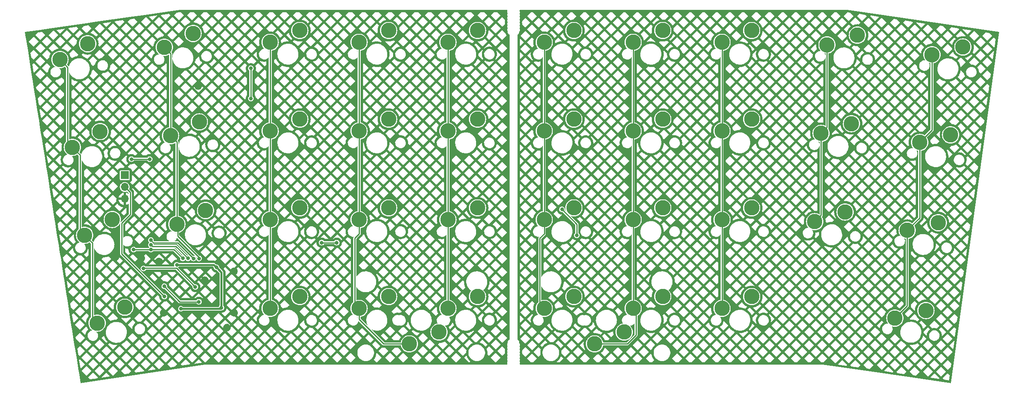
<source format=gbr>
%TF.GenerationSoftware,KiCad,Pcbnew,(7.0.0)*%
%TF.CreationDate,2023-09-12T00:14:53+02:00*%
%TF.ProjectId,tinyv pcb,74696e79-7620-4706-9362-2e6b69636164,rev?*%
%TF.SameCoordinates,Original*%
%TF.FileFunction,Copper,L1,Top*%
%TF.FilePolarity,Positive*%
%FSLAX46Y46*%
G04 Gerber Fmt 4.6, Leading zero omitted, Abs format (unit mm)*
G04 Created by KiCad (PCBNEW (7.0.0)) date 2023-09-12 00:14:53*
%MOMM*%
%LPD*%
G01*
G04 APERTURE LIST*
%TA.AperFunction,ComponentPad*%
%ADD10C,3.300000*%
%TD*%
%TA.AperFunction,ComponentPad*%
%ADD11R,1.700000X1.700000*%
%TD*%
%TA.AperFunction,ComponentPad*%
%ADD12O,1.700000X1.700000*%
%TD*%
%TA.AperFunction,ViaPad*%
%ADD13C,0.800000*%
%TD*%
%TA.AperFunction,Conductor*%
%ADD14C,0.250000*%
%TD*%
%TA.AperFunction,Conductor*%
%ADD15C,0.381000*%
%TD*%
G04 APERTURE END LIST*
D10*
%TO.P,MX4,1,1*%
%TO.N,COL3*%
X120015000Y-28416250D03*
%TO.P,MX4,2,2*%
%TO.N,Net-(D4-A)*%
X126365000Y-25876250D03*
%TD*%
%TO.P,MX23,1,1*%
%TO.N,COL2*%
X100965000Y-66516250D03*
%TO.P,MX23,2,2*%
%TO.N,Net-(D23-A)*%
X107315000Y-63976250D03*
%TD*%
%TO.P,MX12,1,1*%
%TO.N,COL1*%
X79627503Y-48476446D03*
%TO.P,MX12,2,2*%
%TO.N,Net-(D12-A)*%
X85784853Y-45499680D03*
%TD*%
%TO.P,MX34,1,1*%
%TO.N,COL3*%
X120015000Y-85566250D03*
%TO.P,MX34,2,2*%
%TO.N,Net-(D34-A)*%
X126365000Y-83026250D03*
%TD*%
%TO.P,MX8,1,1*%
%TO.N,COL7*%
X197802500Y-28416250D03*
%TO.P,MX8,2,2*%
%TO.N,Net-(D8-A)*%
X204152500Y-25876250D03*
%TD*%
%TO.P,MX40,1,1*%
%TO.N,COL9*%
X234858766Y-87641325D03*
%TO.P,MX40,2,2*%
%TO.N,Net-(D40-A)*%
X241500468Y-86009793D03*
%TD*%
%TO.P,MX15,1,1*%
%TO.N,COL4*%
X139065000Y-47466250D03*
%TO.P,MX15,2,2*%
%TO.N,Net-(D15-A)*%
X145415000Y-44926250D03*
%TD*%
%TO.P,MX27,1,1*%
%TO.N,COL6*%
X178752500Y-66516250D03*
%TO.P,MX27,2,2*%
%TO.N,Net-(D27-A)*%
X185102500Y-63976250D03*
%TD*%
%TO.P,MX1,1,1*%
%TO.N,COL0*%
X55918235Y-32108839D03*
%TO.P,MX1,2,2*%
%TO.N,Net-(D1-A)*%
X61852938Y-28709809D03*
%TD*%
%TO.P,MX17,1,1*%
%TO.N,COL6*%
X178752500Y-47466250D03*
%TO.P,MX17,2,2*%
%TO.N,Net-(D17-A)*%
X185102500Y-44926250D03*
%TD*%
D11*
%TO.P,J3,1,Pin_1*%
%TO.N,+5V*%
X69811963Y-56944999D03*
D12*
%TO.P,J3,2,Pin_2*%
%TO.N,underglow*%
X69811963Y-59484999D03*
%TO.P,J3,3,Pin_3*%
%TO.N,GND*%
X69811963Y-62024999D03*
%TD*%
D10*
%TO.P,MX14,1,1*%
%TO.N,COL3*%
X120015000Y-47466250D03*
%TO.P,MX14,2,2*%
%TO.N,Net-(D14-A)*%
X126365000Y-44926250D03*
%TD*%
%TO.P,MX22,1,1*%
%TO.N,COL1*%
X80978269Y-67494740D03*
%TO.P,MX22,2,2*%
%TO.N,Net-(D22-A)*%
X87135619Y-64517974D03*
%TD*%
%TO.P,MX3,1,1*%
%TO.N,COL2*%
X100965000Y-28416250D03*
%TO.P,MX3,2,2*%
%TO.N,Net-(D3-A)*%
X107315000Y-25876250D03*
%TD*%
%TO.P,MX28,1,1*%
%TO.N,COL7*%
X197802500Y-66516250D03*
%TO.P,MX28,2,2*%
%TO.N,Net-(D28-A)*%
X204152500Y-63976250D03*
%TD*%
%TO.P,MX39,1,1*%
%TO.N,Net-(D37-A)*%
X176847500Y-90646250D03*
%TO.P,MX39,2,2*%
%TO.N,COL6*%
X170497500Y-93186250D03*
%TD*%
%TO.P,MX30,1,1*%
%TO.N,COL9*%
X237497998Y-68778221D03*
%TO.P,MX30,2,2*%
%TO.N,Net-(D30-A)*%
X244139700Y-67146689D03*
%TD*%
%TO.P,MX29,1,1*%
%TO.N,COL8*%
X217678079Y-66938277D03*
%TO.P,MX29,2,2*%
%TO.N,Net-(D29-A)*%
X224189793Y-64847418D03*
%TD*%
%TO.P,MX35,1,1*%
%TO.N,COL4*%
X139065000Y-85566250D03*
%TO.P,MX35,2,2*%
%TO.N,Net-(D35-A)*%
X145415000Y-83026250D03*
%TD*%
%TO.P,MX20,1,1*%
%TO.N,COL9*%
X240162150Y-49915116D03*
%TO.P,MX20,2,2*%
%TO.N,Net-(D20-A)*%
X246803852Y-48283584D03*
%TD*%
%TO.P,MX24,1,1*%
%TO.N,COL3*%
X120015000Y-66516250D03*
%TO.P,MX24,2,2*%
%TO.N,Net-(D24-A)*%
X126365000Y-63976250D03*
%TD*%
%TO.P,MX26,1,1*%
%TO.N,COL5*%
X159702500Y-66516250D03*
%TO.P,MX26,2,2*%
%TO.N,Net-(D26-A)*%
X166052500Y-63976250D03*
%TD*%
%TO.P,MX5,1,1*%
%TO.N,COL4*%
X139065000Y-28416250D03*
%TO.P,MX5,2,2*%
%TO.N,Net-(D5-A)*%
X145415000Y-25876250D03*
%TD*%
%TO.P,MX37,1,1*%
%TO.N,COL6*%
X178752500Y-85566250D03*
%TO.P,MX37,2,2*%
%TO.N,Net-(D37-A)*%
X185102500Y-83026250D03*
%TD*%
%TO.P,MX7,1,1*%
%TO.N,COL6*%
X178752500Y-28416250D03*
%TO.P,MX7,2,2*%
%TO.N,Net-(D7-A)*%
X185102500Y-25876250D03*
%TD*%
%TO.P,MX2,1,1*%
%TO.N,COL1*%
X78291756Y-29481958D03*
%TO.P,MX2,2,2*%
%TO.N,Net-(D2-A)*%
X84449106Y-26505192D03*
%TD*%
%TO.P,MX21,1,1*%
%TO.N,COL0*%
X61212831Y-69846063D03*
%TO.P,MX21,2,2*%
%TO.N,Net-(D21-A)*%
X67147534Y-66447033D03*
%TD*%
%TO.P,MX33,1,1*%
%TO.N,COL2*%
X100965000Y-85566250D03*
%TO.P,MX33,2,2*%
%TO.N,Net-(D33-A)*%
X107315000Y-83026250D03*
%TD*%
%TO.P,MX38,1,1*%
%TO.N,COL7*%
X197802500Y-85566250D03*
%TO.P,MX38,2,2*%
%TO.N,Net-(D38-A)*%
X204152500Y-83026250D03*
%TD*%
%TO.P,MX10,1,1*%
%TO.N,COL9*%
X242796279Y-31057371D03*
%TO.P,MX10,2,2*%
%TO.N,Net-(D10-A)*%
X249437981Y-29425839D03*
%TD*%
%TO.P,MX18,1,1*%
%TO.N,COL7*%
X197802500Y-47466250D03*
%TO.P,MX18,2,2*%
%TO.N,Net-(D18-A)*%
X204152500Y-44926250D03*
%TD*%
%TO.P,MX32,1,1*%
%TO.N,Net-(D34-A)*%
X137160000Y-90646250D03*
%TO.P,MX32,2,2*%
%TO.N,COL3*%
X130810000Y-93186250D03*
%TD*%
%TO.P,MX31,1,1*%
%TO.N,COL0*%
X63884326Y-88716842D03*
%TO.P,MX31,2,2*%
%TO.N,Net-(D31-A)*%
X69819029Y-85317812D03*
%TD*%
%TO.P,MX36,1,1*%
%TO.N,COL5*%
X159702500Y-85566250D03*
%TO.P,MX36,2,2*%
%TO.N,Net-(D36-A)*%
X166052500Y-83026250D03*
%TD*%
%TO.P,MX11,1,1*%
%TO.N,COL0*%
X58592288Y-50963156D03*
%TO.P,MX11,2,2*%
%TO.N,Net-(D11-A)*%
X64526991Y-47564126D03*
%TD*%
%TO.P,MX16,1,1*%
%TO.N,COL5*%
X159702500Y-47466250D03*
%TO.P,MX16,2,2*%
%TO.N,Net-(D16-A)*%
X166052500Y-44926250D03*
%TD*%
%TO.P,MX25,1,1*%
%TO.N,COL4*%
X139065000Y-66516250D03*
%TO.P,MX25,2,2*%
%TO.N,Net-(D25-A)*%
X145415000Y-63976250D03*
%TD*%
%TO.P,MX9,1,1*%
%TO.N,COL8*%
X220313639Y-28962874D03*
%TO.P,MX9,2,2*%
%TO.N,Net-(D9-A)*%
X226825353Y-26872015D03*
%TD*%
%TO.P,MX19,1,1*%
%TO.N,COL8*%
X219037632Y-47966707D03*
%TO.P,MX19,2,2*%
%TO.N,Net-(D19-A)*%
X225549346Y-45875848D03*
%TD*%
%TO.P,MX13,1,1*%
%TO.N,COL2*%
X100965000Y-47466250D03*
%TO.P,MX13,2,2*%
%TO.N,Net-(D13-A)*%
X107315000Y-44926250D03*
%TD*%
%TO.P,MX6,1,1*%
%TO.N,COL5*%
X159702500Y-28416250D03*
%TO.P,MX6,2,2*%
%TO.N,Net-(D6-A)*%
X166052500Y-25876250D03*
%TD*%
D13*
%TO.N,GND*%
X85527632Y-37791929D03*
%TO.N,ROW0*%
X83359327Y-74816473D03*
X96837500Y-33998148D03*
X96837500Y-40481250D03*
X75406250Y-71917970D03*
%TO.N,ROW1*%
X71232193Y-53489210D03*
X75128177Y-53492767D03*
X75418798Y-70905919D03*
X84515601Y-74821981D03*
%TO.N,ROW2*%
X115241665Y-71437500D03*
X111988000Y-71437500D03*
X82244263Y-74816473D03*
X71698373Y-72917231D03*
X75406250Y-72917473D03*
%TO.N,Net-(D26-A)*%
X166687500Y-69850000D03*
X163512500Y-64293750D03*
%TO.N,COL1*%
X85711562Y-74829911D03*
%TO.N,GND*%
X86949695Y-84006250D03*
X93201788Y-77597192D03*
X78272552Y-77647183D03*
X93265482Y-86518750D03*
X91715909Y-89679650D03*
X78141684Y-86529322D03*
X73370053Y-74776115D03*
X77112440Y-75467359D03*
X86949695Y-79506250D03*
X67796336Y-74567705D03*
%TO.N,BOOT0*%
X73818750Y-77002500D03*
X84931250Y-80962500D03*
%TO.N,NRST*%
X78266549Y-80808519D03*
X85699500Y-84137500D03*
%TO.N,+3V3*%
X81830258Y-85640418D03*
X89455064Y-76747935D03*
X80962500Y-76200000D03*
X90515659Y-85408207D03*
%TO.N,underglow*%
X78290398Y-82994831D03*
%TD*%
D14*
%TO.N,ROW0*%
X75406250Y-71917970D02*
X75719530Y-72231250D01*
X96837500Y-33998148D02*
X96837500Y-40481250D01*
X80782034Y-72231250D02*
X83359327Y-74808543D01*
X75719530Y-72231250D02*
X80782034Y-72231250D01*
X83359327Y-74808543D02*
X83359327Y-74816473D01*
%TO.N,ROW1*%
X81131120Y-71437500D02*
X84515601Y-74821981D01*
X75950379Y-71437500D02*
X81131120Y-71437500D01*
X71811660Y-53489210D02*
X71813750Y-53491300D01*
X75126710Y-53491300D02*
X75128177Y-53492767D01*
X75418798Y-70905919D02*
X75950379Y-71437500D01*
X71232193Y-53489210D02*
X71811660Y-53489210D01*
X71813750Y-53491300D02*
X75126710Y-53491300D01*
%TO.N,ROW2*%
X82241259Y-74813469D02*
X82244263Y-74816473D01*
X111988000Y-71437500D02*
X115093750Y-71437500D01*
X71698615Y-72917473D02*
X71698373Y-72917231D01*
X82241259Y-74808543D02*
X82241259Y-74813469D01*
X80350189Y-72917473D02*
X82241259Y-74808543D01*
X75406250Y-72917473D02*
X71698615Y-72917473D01*
X75406250Y-72917473D02*
X80350189Y-72917473D01*
%TO.N,Net-(D26-A)*%
X163512500Y-64293750D02*
X166687500Y-67468750D01*
X166687500Y-67468750D02*
X166687500Y-69850000D01*
%TO.N,COL0*%
X62862831Y-71496063D02*
X62862831Y-87695347D01*
X60242288Y-52613156D02*
X60242288Y-68875520D01*
X61212831Y-69846063D02*
X62862831Y-71496063D01*
X57568235Y-49939103D02*
X58592288Y-50963156D01*
X62862831Y-87695347D02*
X63884326Y-88716842D01*
X57568235Y-33758839D02*
X57568235Y-49939103D01*
X58592288Y-50963156D02*
X60242288Y-52613156D01*
X55918235Y-32108839D02*
X57568235Y-33758839D01*
X60242288Y-68875520D02*
X61212831Y-69846063D01*
%TO.N,COL1*%
X81138544Y-70026044D02*
X85711562Y-74599062D01*
X80978269Y-67494740D02*
X80978269Y-49827212D01*
X85711562Y-74599062D02*
X85711562Y-74829911D01*
X80978269Y-49827212D02*
X79627503Y-48476446D01*
X79627503Y-30817705D02*
X78291756Y-29481958D01*
X79627503Y-48476446D02*
X79627503Y-30817705D01*
X81138544Y-70026044D02*
X81138544Y-67655015D01*
X81138544Y-67655015D02*
X80978269Y-67494740D01*
%TO.N,COL2*%
X100965000Y-85566250D02*
X100965000Y-28416250D01*
%TO.N,COL3*%
X120015000Y-85566250D02*
X120015000Y-87899702D01*
X119074850Y-84626100D02*
X119074850Y-70494167D01*
X125301548Y-93186250D02*
X130810000Y-93186250D01*
X120015000Y-85566250D02*
X119074850Y-84626100D01*
X120015000Y-69554017D02*
X120015000Y-28416250D01*
X120015000Y-87899702D02*
X125301548Y-93186250D01*
X119074850Y-70494167D02*
X120015000Y-69554017D01*
%TO.N,COL4*%
X139065000Y-28416250D02*
X139065000Y-85566250D01*
%TO.N,COL5*%
X159702500Y-85566250D02*
X158762350Y-84626100D01*
X158762350Y-70494166D02*
X159702500Y-69554017D01*
X158762350Y-84626100D02*
X158762350Y-70494166D01*
X159702500Y-69554017D02*
X159702500Y-28416250D01*
%TO.N,COL6*%
X177482500Y-93186250D02*
X170497500Y-93186250D01*
X178752500Y-85566250D02*
X178752500Y-28416250D01*
X178752500Y-85566250D02*
X179367500Y-86181250D01*
X179367500Y-86181250D02*
X179367500Y-91301250D01*
X179367500Y-91301250D02*
X177482500Y-93186250D01*
%TO.N,COL7*%
X197802500Y-28416250D02*
X197802500Y-85566250D01*
%TO.N,COL8*%
X220313639Y-46690700D02*
X220313639Y-28962874D01*
X219037632Y-65578724D02*
X219037632Y-47966707D01*
X217678079Y-66938277D02*
X219037632Y-65578724D01*
X219037632Y-47966707D02*
X220313639Y-46690700D01*
%TO.N,COL9*%
X240162150Y-49915116D02*
X240162150Y-66114069D01*
X240162150Y-66114069D02*
X237497998Y-68778221D01*
X242796279Y-31057371D02*
X242796279Y-47280987D01*
X237497998Y-68778221D02*
X237497998Y-85002093D01*
X242796279Y-47280987D02*
X240162150Y-49915116D01*
X237497998Y-85002093D02*
X234858766Y-87641325D01*
%TO.N,BOOT0*%
X80890933Y-76922183D02*
X84931250Y-80962500D01*
X73818750Y-77002500D02*
X73899067Y-76922183D01*
X73899067Y-76922183D02*
X80890933Y-76922183D01*
%TO.N,NRST*%
X81595530Y-84137500D02*
X85699500Y-84137500D01*
X78266549Y-80808519D02*
X81595530Y-84137500D01*
D15*
%TO.N,+3V3*%
X80962500Y-76200000D02*
X88900000Y-76200000D01*
X90515659Y-85408207D02*
X90515659Y-77808530D01*
X88900000Y-76200000D02*
X89693750Y-76993750D01*
X90283448Y-85640418D02*
X90515659Y-85408207D01*
X88907129Y-76200000D02*
X88900000Y-76200000D01*
X81830258Y-85640418D02*
X90283448Y-85640418D01*
X89455064Y-76747935D02*
X88907129Y-76200000D01*
X89693750Y-76993750D02*
X90212922Y-77512922D01*
X90515659Y-77808530D02*
X89455064Y-76747935D01*
D14*
%TO.N,underglow*%
X70986964Y-60660000D02*
X69811964Y-59485000D01*
X70986964Y-65400675D02*
X70986964Y-60660000D01*
X78290398Y-82994831D02*
X69119814Y-73824246D01*
X69119814Y-73824246D02*
X69119814Y-67267825D01*
X69119814Y-67267825D02*
X70986964Y-65400675D01*
%TD*%
%TA.AperFunction,Conductor*%
%TO.N,GND*%
G36*
X179034774Y-87400646D02*
G01*
X179040024Y-87404876D01*
X179042000Y-87411322D01*
X179042000Y-87428224D01*
X179039788Y-87435006D01*
X179034002Y-87439178D01*
X179026868Y-87439136D01*
X179021133Y-87434895D01*
X179010711Y-87420260D01*
X179008587Y-87413133D01*
X179011269Y-87406197D01*
X179017634Y-87402352D01*
X179028056Y-87400085D01*
X179034774Y-87400646D01*
G37*
%TD.AperFunction*%
%TA.AperFunction,Conductor*%
G36*
X178417944Y-68337250D02*
G01*
X178424454Y-68341271D01*
X178427000Y-68348487D01*
X178427000Y-68406310D01*
X178424788Y-68413092D01*
X178419002Y-68417264D01*
X178411868Y-68417222D01*
X178406132Y-68412981D01*
X178397530Y-68400901D01*
X178357407Y-68344556D01*
X178355278Y-68338093D01*
X178357176Y-68331556D01*
X178362438Y-68327237D01*
X178369220Y-68326651D01*
X178417944Y-68337250D01*
G37*
%TD.AperFunction*%
%TA.AperFunction,Conductor*%
G36*
X178417944Y-49287250D02*
G01*
X178424454Y-49291271D01*
X178427000Y-49298487D01*
X178427000Y-49356310D01*
X178424788Y-49363092D01*
X178419002Y-49367264D01*
X178411868Y-49367222D01*
X178406132Y-49362981D01*
X178397530Y-49350901D01*
X178357407Y-49294556D01*
X178355278Y-49288093D01*
X178357176Y-49281556D01*
X178362438Y-49277237D01*
X178369220Y-49276651D01*
X178417944Y-49287250D01*
G37*
%TD.AperFunction*%
%TA.AperFunction,Conductor*%
G36*
X178417944Y-30237250D02*
G01*
X178424454Y-30241271D01*
X178427000Y-30248487D01*
X178427000Y-30306310D01*
X178424788Y-30313092D01*
X178419002Y-30317264D01*
X178411868Y-30317222D01*
X178406132Y-30312981D01*
X178397530Y-30300901D01*
X178357407Y-30244556D01*
X178355278Y-30238093D01*
X178357176Y-30231556D01*
X178362438Y-30227237D01*
X178369220Y-30226651D01*
X178417944Y-30237250D01*
G37*
%TD.AperFunction*%
%TA.AperFunction,Conductor*%
G36*
X197467944Y-68337250D02*
G01*
X197474454Y-68341271D01*
X197477000Y-68348487D01*
X197477000Y-68406310D01*
X197474788Y-68413092D01*
X197469002Y-68417264D01*
X197461868Y-68417222D01*
X197456132Y-68412981D01*
X197447530Y-68400901D01*
X197407407Y-68344556D01*
X197405278Y-68338093D01*
X197407176Y-68331556D01*
X197412438Y-68327237D01*
X197419220Y-68326651D01*
X197467944Y-68337250D01*
G37*
%TD.AperFunction*%
%TA.AperFunction,Conductor*%
G36*
X197467944Y-49287250D02*
G01*
X197474454Y-49291271D01*
X197477000Y-49298487D01*
X197477000Y-49356310D01*
X197474788Y-49363092D01*
X197469002Y-49367264D01*
X197461868Y-49367222D01*
X197456132Y-49362981D01*
X197447530Y-49350901D01*
X197407407Y-49294556D01*
X197405278Y-49288093D01*
X197407176Y-49281556D01*
X197412438Y-49277237D01*
X197419220Y-49276651D01*
X197467944Y-49287250D01*
G37*
%TD.AperFunction*%
%TA.AperFunction,Conductor*%
G36*
X197467944Y-30237250D02*
G01*
X197474454Y-30241271D01*
X197477000Y-30248487D01*
X197477000Y-30306310D01*
X197474788Y-30313092D01*
X197469002Y-30317264D01*
X197461868Y-30317222D01*
X197456132Y-30312981D01*
X197447530Y-30300901D01*
X197407407Y-30244556D01*
X197405278Y-30238093D01*
X197407176Y-30231556D01*
X197412438Y-30227237D01*
X197419220Y-30226651D01*
X197467944Y-30237250D01*
G37*
%TD.AperFunction*%
%TA.AperFunction,Conductor*%
G36*
X159367944Y-68337250D02*
G01*
X159374454Y-68341271D01*
X159377000Y-68348487D01*
X159377000Y-68406310D01*
X159374788Y-68413092D01*
X159369002Y-68417264D01*
X159361868Y-68417222D01*
X159356132Y-68412981D01*
X159347530Y-68400901D01*
X159307407Y-68344556D01*
X159305278Y-68338093D01*
X159307176Y-68331556D01*
X159312438Y-68327237D01*
X159319220Y-68326651D01*
X159367944Y-68337250D01*
G37*
%TD.AperFunction*%
%TA.AperFunction,Conductor*%
G36*
X159367944Y-49287250D02*
G01*
X159374454Y-49291271D01*
X159377000Y-49298487D01*
X159377000Y-49356310D01*
X159374788Y-49363092D01*
X159369002Y-49367264D01*
X159361868Y-49367222D01*
X159356132Y-49362981D01*
X159347530Y-49350901D01*
X159307407Y-49294556D01*
X159305278Y-49288093D01*
X159307176Y-49281556D01*
X159312438Y-49277237D01*
X159319220Y-49276651D01*
X159367944Y-49287250D01*
G37*
%TD.AperFunction*%
%TA.AperFunction,Conductor*%
G36*
X159367944Y-30237250D02*
G01*
X159374454Y-30241271D01*
X159377000Y-30248487D01*
X159377000Y-30306310D01*
X159374788Y-30313092D01*
X159369002Y-30317264D01*
X159361868Y-30317222D01*
X159356132Y-30312981D01*
X159347530Y-30300901D01*
X159307407Y-30244556D01*
X159305278Y-30238093D01*
X159307176Y-30231556D01*
X159312438Y-30227237D01*
X159319220Y-30226651D01*
X159367944Y-30237250D01*
G37*
%TD.AperFunction*%
%TA.AperFunction,Conductor*%
G36*
X218703076Y-49787707D02*
G01*
X218709586Y-49791728D01*
X218712132Y-49798944D01*
X218712132Y-50152678D01*
X218709233Y-50160312D01*
X218701997Y-50164097D01*
X218694073Y-50162124D01*
X218689456Y-50155389D01*
X218679832Y-50115720D01*
X218661982Y-50042139D01*
X218623326Y-49957494D01*
X218572916Y-49847111D01*
X218572914Y-49847108D01*
X218572691Y-49846619D01*
X218516404Y-49767575D01*
X218514275Y-49761111D01*
X218516173Y-49754574D01*
X218521435Y-49750255D01*
X218528216Y-49749669D01*
X218703076Y-49787707D01*
G37*
%TD.AperFunction*%
%TA.AperFunction,Conductor*%
G36*
X219886546Y-30763744D02*
G01*
X219979083Y-30783874D01*
X219985593Y-30787895D01*
X219988139Y-30795111D01*
X219988139Y-31148845D01*
X219985240Y-31156479D01*
X219978004Y-31160264D01*
X219970080Y-31158291D01*
X219965463Y-31151556D01*
X219957117Y-31117154D01*
X219937989Y-31038306D01*
X219892633Y-30938990D01*
X219848923Y-30843278D01*
X219848921Y-30843275D01*
X219848698Y-30842786D01*
X219792411Y-30763742D01*
X219790282Y-30757278D01*
X219792180Y-30750741D01*
X219797442Y-30746422D01*
X219804223Y-30745836D01*
X219886546Y-30763744D01*
G37*
%TD.AperFunction*%
%TA.AperFunction,Conductor*%
G36*
X224675505Y-21430679D02*
G01*
X257163166Y-26192520D01*
X257170690Y-26196988D01*
X257172892Y-26205457D01*
X246857392Y-101587954D01*
X246855069Y-101593464D01*
X246850293Y-101597063D01*
X246844356Y-101597777D01*
X238889450Y-100450101D01*
X242376987Y-100450101D01*
X244233317Y-100717919D01*
X244406410Y-100544826D01*
X245110691Y-100544826D01*
X245460889Y-100895024D01*
X246430430Y-101034902D01*
X246586248Y-99896235D01*
X246172765Y-99482752D01*
X245110691Y-100544826D01*
X244406410Y-100544826D01*
X244406411Y-100544825D01*
X243344337Y-99482751D01*
X242376987Y-100450101D01*
X238889450Y-100450101D01*
X229002197Y-99023640D01*
X232489740Y-99023640D01*
X234346070Y-99291458D01*
X234506915Y-99130613D01*
X235211196Y-99130613D01*
X235545017Y-99464434D01*
X236817882Y-99648073D01*
X237335342Y-99130613D01*
X238039623Y-99130613D01*
X238850307Y-99941297D01*
X239289694Y-100004688D01*
X240163770Y-99130612D01*
X240868050Y-99130612D01*
X241930124Y-100192686D01*
X242992198Y-99130613D01*
X242992197Y-99130612D01*
X243696477Y-99130612D01*
X244758551Y-100192686D01*
X245820625Y-99130613D01*
X244758551Y-98068539D01*
X243696477Y-99130612D01*
X242992197Y-99130612D01*
X241930124Y-98068539D01*
X240868050Y-99130612D01*
X240163770Y-99130612D01*
X239101697Y-98068539D01*
X238039623Y-99130613D01*
X237335342Y-99130613D01*
X237335343Y-99130612D01*
X236273270Y-98068539D01*
X235211196Y-99130613D01*
X234506915Y-99130613D01*
X234506916Y-99130612D01*
X233444842Y-98068538D01*
X232489740Y-99023640D01*
X229002197Y-99023640D01*
X222465515Y-98080575D01*
X219348135Y-97630822D01*
X219348101Y-97630808D01*
X219348037Y-97630808D01*
X219347975Y-97630799D01*
X219347939Y-97630808D01*
X219347326Y-97630808D01*
X154488403Y-97631543D01*
X154480531Y-97628426D01*
X154476926Y-97620765D01*
X154475442Y-97597180D01*
X222602491Y-97597180D01*
X224458821Y-97864998D01*
X224607420Y-97716399D01*
X225311701Y-97716399D01*
X225629146Y-98033844D01*
X226930633Y-98221613D01*
X227435847Y-97716399D01*
X228140128Y-97716399D01*
X228934436Y-98510707D01*
X229402445Y-98578228D01*
X230264274Y-97716399D01*
X230968555Y-97716399D01*
X232030629Y-98778472D01*
X233092703Y-97716399D01*
X233796983Y-97716399D01*
X234859056Y-98778472D01*
X235921130Y-97716399D01*
X236625410Y-97716399D01*
X237687484Y-98778473D01*
X238749558Y-97716399D01*
X239453837Y-97716399D01*
X240515911Y-98778473D01*
X241577985Y-97716399D01*
X242282264Y-97716399D01*
X243344338Y-98778473D01*
X244406412Y-97716399D01*
X245110691Y-97716399D01*
X246172764Y-98778472D01*
X246829005Y-98122231D01*
X246926706Y-97408266D01*
X246172765Y-96654325D01*
X245110691Y-97716399D01*
X244406412Y-97716399D01*
X243344338Y-96654325D01*
X242282264Y-97716399D01*
X241577985Y-97716399D01*
X240515911Y-96654325D01*
X239453837Y-97716399D01*
X238749558Y-97716399D01*
X237687484Y-96654325D01*
X236625410Y-97716399D01*
X235921130Y-97716399D01*
X234859056Y-96654325D01*
X233796983Y-97716399D01*
X233092703Y-97716399D01*
X232030629Y-96654325D01*
X230968555Y-97716399D01*
X230264274Y-97716399D01*
X230264275Y-97716398D01*
X229202202Y-96654325D01*
X228140128Y-97716399D01*
X227435847Y-97716399D01*
X227435848Y-97716398D01*
X226373775Y-96654325D01*
X225311701Y-97716399D01*
X224607420Y-97716399D01*
X224607421Y-97716398D01*
X223545347Y-96654324D01*
X222602491Y-97597180D01*
X154475442Y-97597180D01*
X154472205Y-97545720D01*
X154472160Y-97545000D01*
X154429967Y-97415147D01*
X154430500Y-97406696D01*
X154455075Y-97354473D01*
X154455384Y-97353817D01*
X154484997Y-97198579D01*
X154475074Y-97040853D01*
X154450156Y-96964165D01*
X154426461Y-96891239D01*
X154426460Y-96891238D01*
X154426237Y-96890550D01*
X154399334Y-96848159D01*
X154397568Y-96842720D01*
X154398639Y-96837103D01*
X154456007Y-96715195D01*
X154485620Y-96559957D01*
X154475697Y-96402231D01*
X154443190Y-96302185D01*
X156015237Y-96302185D01*
X156846566Y-97133514D01*
X157308058Y-97133510D01*
X157441462Y-97000106D01*
X162370011Y-97000106D01*
X162503356Y-97133450D01*
X162964977Y-97133445D01*
X163796238Y-96302185D01*
X164500518Y-96302185D01*
X165331751Y-97133418D01*
X165793436Y-97133413D01*
X166624665Y-96302185D01*
X167328945Y-96302185D01*
X168160146Y-97133386D01*
X168621895Y-97133381D01*
X169453092Y-96302185D01*
X170157371Y-96302185D01*
X170988541Y-97133354D01*
X171450354Y-97133349D01*
X172281519Y-96302185D01*
X172985799Y-96302185D01*
X173816936Y-97133322D01*
X174278813Y-97133317D01*
X175109946Y-96302185D01*
X175814226Y-96302185D01*
X176645331Y-97133290D01*
X177107272Y-97133285D01*
X177938372Y-96302186D01*
X178642654Y-96302186D01*
X179473726Y-97133258D01*
X179935732Y-97133253D01*
X180766799Y-96302186D01*
X181471081Y-96302186D01*
X182302121Y-97133226D01*
X182764191Y-97133221D01*
X183269505Y-96627907D01*
X183187440Y-96539461D01*
X183187154Y-96539141D01*
X183164010Y-96512250D01*
X183163736Y-96511919D01*
X183162664Y-96510575D01*
X183162401Y-96510233D01*
X183141282Y-96481619D01*
X183141033Y-96481268D01*
X182991212Y-96261521D01*
X182990977Y-96261161D01*
X182972066Y-96231064D01*
X182971843Y-96230696D01*
X182970984Y-96229208D01*
X182970776Y-96228831D01*
X182954190Y-96197446D01*
X182953997Y-96197063D01*
X182838601Y-95957441D01*
X182838422Y-95957050D01*
X182824221Y-95924503D01*
X182824056Y-95924106D01*
X182823428Y-95922506D01*
X182823278Y-95922102D01*
X182811542Y-95888564D01*
X182811408Y-95888156D01*
X182733014Y-95634011D01*
X182732895Y-95633599D01*
X182723729Y-95599408D01*
X182723626Y-95598992D01*
X182723243Y-95597316D01*
X182723155Y-95596894D01*
X182716523Y-95561869D01*
X182716450Y-95561443D01*
X182691952Y-95398909D01*
X182533155Y-95240112D01*
X181471081Y-96302186D01*
X180766799Y-96302186D01*
X180766800Y-96302185D01*
X179704727Y-95240112D01*
X178642654Y-96302186D01*
X177938372Y-96302186D01*
X177938373Y-96302185D01*
X176876300Y-95240112D01*
X175814226Y-96302185D01*
X175109946Y-96302185D01*
X174047873Y-95240112D01*
X172985799Y-96302185D01*
X172281519Y-96302185D01*
X171353026Y-95373692D01*
X171194211Y-95432928D01*
X171193822Y-95433065D01*
X171161527Y-95443809D01*
X171161134Y-95443932D01*
X171159559Y-95444394D01*
X171159165Y-95444502D01*
X171126433Y-95452852D01*
X171126034Y-95452946D01*
X170973410Y-95486146D01*
X170157371Y-96302185D01*
X169453092Y-96302185D01*
X168391019Y-95240112D01*
X167328945Y-96302185D01*
X166624665Y-96302185D01*
X165562592Y-95240112D01*
X164500518Y-96302185D01*
X163796238Y-96302185D01*
X163291554Y-95797501D01*
X163263592Y-95888156D01*
X163263458Y-95888564D01*
X163251722Y-95922102D01*
X163251572Y-95922506D01*
X163250944Y-95924106D01*
X163250779Y-95924503D01*
X163236578Y-95957050D01*
X163236399Y-95957441D01*
X163121003Y-96197063D01*
X163120810Y-96197446D01*
X163104224Y-96228831D01*
X163104016Y-96229208D01*
X163103157Y-96230696D01*
X163102934Y-96231064D01*
X163084023Y-96261161D01*
X163083788Y-96261521D01*
X162933967Y-96481268D01*
X162933718Y-96481619D01*
X162912599Y-96510233D01*
X162912336Y-96510575D01*
X162911264Y-96511919D01*
X162910990Y-96512250D01*
X162887846Y-96539141D01*
X162887560Y-96539461D01*
X162706661Y-96734424D01*
X162706363Y-96734734D01*
X162681229Y-96759867D01*
X162680919Y-96760165D01*
X162679659Y-96761334D01*
X162679338Y-96761621D01*
X162652430Y-96784775D01*
X162652099Y-96785049D01*
X162444163Y-96950873D01*
X162443822Y-96951135D01*
X162415215Y-96972247D01*
X162414864Y-96972496D01*
X162413444Y-96973464D01*
X162413084Y-96973700D01*
X162383032Y-96992581D01*
X162382664Y-96992802D01*
X162370011Y-97000106D01*
X157441462Y-97000106D01*
X158139383Y-96302185D01*
X157077310Y-95240112D01*
X156015237Y-96302185D01*
X154443190Y-96302185D01*
X154426860Y-96251928D01*
X154401199Y-96211494D01*
X154399433Y-96206055D01*
X154400504Y-96200438D01*
X154455384Y-96083817D01*
X154484997Y-95928579D01*
X154475074Y-95770853D01*
X154426237Y-95620550D01*
X154399955Y-95579138D01*
X154398189Y-95573699D01*
X154399260Y-95568082D01*
X154455384Y-95448817D01*
X154484997Y-95293579D01*
X154475074Y-95135853D01*
X154426237Y-94985550D01*
X154399955Y-94944138D01*
X154399215Y-94941859D01*
X154935668Y-94941859D01*
X154948699Y-94981960D01*
X154948901Y-94982654D01*
X154963744Y-95040470D01*
X154963901Y-95041176D01*
X154964441Y-95044008D01*
X154964554Y-95044721D01*
X154972023Y-95103865D01*
X154972091Y-95104584D01*
X154982014Y-95262310D01*
X154982037Y-95263032D01*
X154982037Y-95268986D01*
X155663097Y-95950046D01*
X156725171Y-94887972D01*
X157429450Y-94887972D01*
X158491523Y-95950045D01*
X158900828Y-95540740D01*
X158864311Y-95298452D01*
X158864255Y-95298024D01*
X158860269Y-95262604D01*
X158860229Y-95262174D01*
X158860101Y-95260460D01*
X158860077Y-95260033D01*
X158858758Y-95224659D01*
X158858750Y-95224230D01*
X159356750Y-95224230D01*
X159356812Y-95224646D01*
X159356813Y-95224649D01*
X159391208Y-95452852D01*
X159396389Y-95487221D01*
X159396513Y-95487625D01*
X159396515Y-95487631D01*
X159423064Y-95573699D01*
X159474783Y-95741366D01*
X159590179Y-95980988D01*
X159590424Y-95981347D01*
X159590425Y-95981349D01*
X159737496Y-96197063D01*
X159740000Y-96200735D01*
X159920899Y-96395698D01*
X159921234Y-96395965D01*
X159921235Y-96395966D01*
X160126872Y-96559957D01*
X160128835Y-96561522D01*
X160359164Y-96694502D01*
X160606740Y-96791669D01*
X160866033Y-96850851D01*
X161064849Y-96865750D01*
X161197438Y-96865750D01*
X161197651Y-96865750D01*
X161396467Y-96850851D01*
X161655760Y-96791669D01*
X161903336Y-96694502D01*
X162133665Y-96561522D01*
X162341601Y-96395698D01*
X162522500Y-96200735D01*
X162672321Y-95980988D01*
X162787717Y-95741366D01*
X162866111Y-95487221D01*
X162905750Y-95224230D01*
X162905750Y-94958270D01*
X162866111Y-94695279D01*
X162841832Y-94616568D01*
X163357707Y-94616568D01*
X163358477Y-94620631D01*
X163358550Y-94621057D01*
X163398189Y-94884048D01*
X163398245Y-94884476D01*
X163402231Y-94919896D01*
X163402271Y-94920326D01*
X163402399Y-94922040D01*
X163402423Y-94922467D01*
X163403742Y-94957841D01*
X163403750Y-94958270D01*
X163403750Y-95205417D01*
X164148378Y-95950045D01*
X165210452Y-94887972D01*
X165914732Y-94887972D01*
X166976805Y-95950045D01*
X167794187Y-95132663D01*
X171816277Y-95132663D01*
X172633660Y-95950046D01*
X173695734Y-94887972D01*
X174400013Y-94887972D01*
X175462087Y-95950046D01*
X176524161Y-94887972D01*
X177228440Y-94887972D01*
X178290514Y-95950046D01*
X179352588Y-94887972D01*
X180056867Y-94887972D01*
X181118941Y-95950046D01*
X181844757Y-95224230D01*
X183169250Y-95224230D01*
X183169312Y-95224646D01*
X183169313Y-95224649D01*
X183203708Y-95452852D01*
X183208889Y-95487221D01*
X183209013Y-95487625D01*
X183209015Y-95487631D01*
X183235564Y-95573699D01*
X183287283Y-95741366D01*
X183402679Y-95980988D01*
X183402924Y-95981347D01*
X183402925Y-95981349D01*
X183549996Y-96197063D01*
X183552500Y-96200735D01*
X183733399Y-96395698D01*
X183733734Y-96395965D01*
X183733735Y-96395966D01*
X183939372Y-96559957D01*
X183941335Y-96561522D01*
X184171664Y-96694502D01*
X184419240Y-96791669D01*
X184678533Y-96850851D01*
X184877349Y-96865750D01*
X185009938Y-96865750D01*
X185010151Y-96865750D01*
X185208967Y-96850851D01*
X185468260Y-96791669D01*
X185715836Y-96694502D01*
X185946165Y-96561522D01*
X186154101Y-96395698D01*
X186240868Y-96302185D01*
X187127935Y-96302185D01*
X187958912Y-97133162D01*
X188421108Y-97133158D01*
X189252082Y-96302185D01*
X189956362Y-96302185D01*
X190787307Y-97133130D01*
X191249567Y-97133126D01*
X192080509Y-96302185D01*
X192784789Y-96302185D01*
X193615702Y-97133098D01*
X194078026Y-97133094D01*
X194908936Y-96302185D01*
X195613216Y-96302185D01*
X196444097Y-97133066D01*
X196906485Y-97133062D01*
X197737363Y-96302185D01*
X198441643Y-96302185D01*
X199272492Y-97133034D01*
X199734945Y-97133030D01*
X200565790Y-96302185D01*
X201270071Y-96302185D01*
X202100888Y-97133002D01*
X202563404Y-97132998D01*
X203394217Y-96302185D01*
X204098498Y-96302185D01*
X204929283Y-97132970D01*
X205391864Y-97132966D01*
X206222645Y-96302185D01*
X206926925Y-96302185D01*
X207757678Y-97132938D01*
X208220323Y-97132934D01*
X209051072Y-96302185D01*
X209755352Y-96302185D01*
X210586073Y-97132906D01*
X211048782Y-97132901D01*
X211879499Y-96302185D01*
X212583779Y-96302185D01*
X213414468Y-97132874D01*
X213877241Y-97132869D01*
X214707926Y-96302185D01*
X215412206Y-96302185D01*
X216242863Y-97132842D01*
X216705700Y-97132837D01*
X217536353Y-96302185D01*
X218240633Y-96302185D01*
X219071258Y-97132810D01*
X219347934Y-97132808D01*
X219347990Y-97132812D01*
X219348037Y-97132808D01*
X219348101Y-97132808D01*
X219349215Y-97132862D01*
X219383471Y-97136195D01*
X219417905Y-97137834D01*
X219417903Y-97137863D01*
X219417925Y-97137865D01*
X219417925Y-97137854D01*
X219417926Y-97137854D01*
X219418306Y-97137881D01*
X219419212Y-97137921D01*
X219419467Y-97137957D01*
X219419514Y-97137966D01*
X219419515Y-97137964D01*
X219419577Y-97137973D01*
X219419576Y-97137973D01*
X219515196Y-97151768D01*
X220364780Y-96302185D01*
X221069060Y-96302185D01*
X222131134Y-97364259D01*
X223193207Y-96302185D01*
X223897488Y-96302185D01*
X224959561Y-97364259D01*
X226021635Y-96302185D01*
X226725915Y-96302185D01*
X227787989Y-97364259D01*
X228850062Y-96302185D01*
X229554342Y-96302185D01*
X230616416Y-97364259D01*
X231678489Y-96302185D01*
X232382769Y-96302185D01*
X233444843Y-97364259D01*
X234506916Y-96302185D01*
X235211196Y-96302185D01*
X236273270Y-97364259D01*
X237335343Y-96302185D01*
X238039623Y-96302185D01*
X239101697Y-97364259D01*
X240163770Y-96302185D01*
X240868050Y-96302185D01*
X241930124Y-97364259D01*
X242992197Y-96302185D01*
X243696477Y-96302185D01*
X244758551Y-97364259D01*
X245820624Y-96302185D01*
X244758551Y-95240112D01*
X243696477Y-96302185D01*
X242992197Y-96302185D01*
X241930124Y-95240112D01*
X240868050Y-96302185D01*
X240163770Y-96302185D01*
X239101697Y-95240112D01*
X238039623Y-96302185D01*
X237335343Y-96302185D01*
X236273270Y-95240112D01*
X235211196Y-96302185D01*
X234506916Y-96302185D01*
X233444843Y-95240112D01*
X232382769Y-96302185D01*
X231678489Y-96302185D01*
X230616416Y-95240112D01*
X229554342Y-96302185D01*
X228850062Y-96302185D01*
X227787989Y-95240112D01*
X226725915Y-96302185D01*
X226021635Y-96302185D01*
X224959561Y-95240112D01*
X223897488Y-96302185D01*
X223193207Y-96302185D01*
X222131134Y-95240112D01*
X221069060Y-96302185D01*
X220364780Y-96302185D01*
X219302707Y-95240112D01*
X218240633Y-96302185D01*
X217536353Y-96302185D01*
X216474280Y-95240112D01*
X215412206Y-96302185D01*
X214707926Y-96302185D01*
X213645853Y-95240112D01*
X212583779Y-96302185D01*
X211879499Y-96302185D01*
X210817426Y-95240112D01*
X209755352Y-96302185D01*
X209051072Y-96302185D01*
X207988999Y-95240112D01*
X206926925Y-96302185D01*
X206222645Y-96302185D01*
X205160572Y-95240112D01*
X204098498Y-96302185D01*
X203394217Y-96302185D01*
X202332144Y-95240112D01*
X201270071Y-96302185D01*
X200565790Y-96302185D01*
X199503717Y-95240112D01*
X198441643Y-96302185D01*
X197737363Y-96302185D01*
X196675290Y-95240112D01*
X195613216Y-96302185D01*
X194908936Y-96302185D01*
X193846863Y-95240112D01*
X192784789Y-96302185D01*
X192080509Y-96302185D01*
X191018436Y-95240112D01*
X189956362Y-96302185D01*
X189252082Y-96302185D01*
X188190009Y-95240112D01*
X187127935Y-96302185D01*
X186240868Y-96302185D01*
X186335000Y-96200735D01*
X186484821Y-95980988D01*
X186600217Y-95741366D01*
X186678611Y-95487221D01*
X186718250Y-95224230D01*
X186718250Y-94958270D01*
X186707654Y-94887972D01*
X188542149Y-94887972D01*
X189604222Y-95950045D01*
X190666295Y-94887972D01*
X191370576Y-94887972D01*
X192432650Y-95950046D01*
X193494724Y-94887972D01*
X194199003Y-94887972D01*
X195261077Y-95950046D01*
X196323151Y-94887972D01*
X197027430Y-94887972D01*
X198089504Y-95950046D01*
X199151578Y-94887972D01*
X199855857Y-94887972D01*
X200917931Y-95950046D01*
X201980005Y-94887972D01*
X202684284Y-94887972D01*
X203746358Y-95950046D01*
X204808432Y-94887972D01*
X205512711Y-94887972D01*
X206574785Y-95950046D01*
X207636859Y-94887972D01*
X207636858Y-94887971D01*
X208341138Y-94887971D01*
X209403212Y-95950045D01*
X210465286Y-94887972D01*
X211169566Y-94887972D01*
X212231639Y-95950045D01*
X213293712Y-94887972D01*
X213997993Y-94887972D01*
X215060067Y-95950046D01*
X216122141Y-94887972D01*
X216826420Y-94887972D01*
X217888494Y-95950046D01*
X218950568Y-94887972D01*
X219654847Y-94887972D01*
X220716921Y-95950046D01*
X221778995Y-94887972D01*
X222483274Y-94887972D01*
X223545348Y-95950046D01*
X224607422Y-94887972D01*
X225311701Y-94887972D01*
X226373775Y-95950046D01*
X227435849Y-94887972D01*
X228140128Y-94887972D01*
X229202202Y-95950046D01*
X230264276Y-94887972D01*
X230264275Y-94887971D01*
X230968555Y-94887971D01*
X232030629Y-95950045D01*
X233092703Y-94887972D01*
X233796983Y-94887972D01*
X234859056Y-95950045D01*
X235921129Y-94887972D01*
X236625410Y-94887972D01*
X237687484Y-95950046D01*
X238749558Y-94887972D01*
X239453837Y-94887972D01*
X240515911Y-95950046D01*
X241577985Y-94887972D01*
X242282264Y-94887972D01*
X243344338Y-95950046D01*
X244406412Y-94887972D01*
X245110691Y-94887972D01*
X246172765Y-95950046D01*
X247234839Y-94887972D01*
X246172765Y-93825898D01*
X245110691Y-94887972D01*
X244406412Y-94887972D01*
X243344338Y-93825898D01*
X242282264Y-94887972D01*
X241577985Y-94887972D01*
X240515911Y-93825898D01*
X239453837Y-94887972D01*
X238749558Y-94887972D01*
X237687484Y-93825898D01*
X236625410Y-94887972D01*
X235921129Y-94887972D01*
X235921130Y-94887971D01*
X234859056Y-93825898D01*
X233796983Y-94887972D01*
X233092703Y-94887972D01*
X232030629Y-93825898D01*
X230968555Y-94887971D01*
X230264275Y-94887971D01*
X229202202Y-93825898D01*
X228140128Y-94887972D01*
X227435849Y-94887972D01*
X226373775Y-93825898D01*
X225311701Y-94887972D01*
X224607422Y-94887972D01*
X223545348Y-93825898D01*
X222483274Y-94887972D01*
X221778995Y-94887972D01*
X220716921Y-93825898D01*
X219654847Y-94887972D01*
X218950568Y-94887972D01*
X217888494Y-93825898D01*
X216826420Y-94887972D01*
X216122141Y-94887972D01*
X215060067Y-93825898D01*
X213997993Y-94887972D01*
X213293712Y-94887972D01*
X213293713Y-94887971D01*
X212231639Y-93825898D01*
X211169566Y-94887972D01*
X210465286Y-94887972D01*
X209403212Y-93825898D01*
X208341138Y-94887971D01*
X207636858Y-94887971D01*
X206574785Y-93825898D01*
X205512711Y-94887972D01*
X204808432Y-94887972D01*
X203746358Y-93825898D01*
X202684284Y-94887972D01*
X201980005Y-94887972D01*
X200917931Y-93825898D01*
X199855857Y-94887972D01*
X199151578Y-94887972D01*
X198089504Y-93825898D01*
X197027430Y-94887972D01*
X196323151Y-94887972D01*
X195261077Y-93825898D01*
X194199003Y-94887972D01*
X193494724Y-94887972D01*
X192432650Y-93825898D01*
X191370576Y-94887972D01*
X190666295Y-94887972D01*
X190666296Y-94887971D01*
X189604222Y-93825898D01*
X188542149Y-94887972D01*
X186707654Y-94887972D01*
X186678611Y-94695279D01*
X186600217Y-94441134D01*
X186484821Y-94201512D01*
X186335000Y-93981765D01*
X186154101Y-93786802D01*
X186153764Y-93786533D01*
X185946504Y-93621248D01*
X185946501Y-93621245D01*
X185946165Y-93620978D01*
X185945791Y-93620762D01*
X185945788Y-93620760D01*
X185716211Y-93488214D01*
X185716205Y-93488211D01*
X185715836Y-93487998D01*
X185715436Y-93487841D01*
X185715432Y-93487839D01*
X185679554Y-93473758D01*
X187127935Y-93473758D01*
X188190009Y-94535832D01*
X189252082Y-93473758D01*
X189956362Y-93473758D01*
X191018436Y-94535832D01*
X192080509Y-93473758D01*
X192784789Y-93473758D01*
X193846863Y-94535832D01*
X194908936Y-93473758D01*
X195613216Y-93473758D01*
X196675290Y-94535832D01*
X197737363Y-93473758D01*
X198441643Y-93473758D01*
X199503717Y-94535832D01*
X200565790Y-93473758D01*
X201270071Y-93473758D01*
X202332144Y-94535832D01*
X203394218Y-93473758D01*
X204098498Y-93473758D01*
X205160572Y-94535832D01*
X206222645Y-93473758D01*
X206926925Y-93473758D01*
X207988999Y-94535832D01*
X209051072Y-93473758D01*
X209755352Y-93473758D01*
X210817426Y-94535832D01*
X211879499Y-93473758D01*
X212583779Y-93473758D01*
X213645853Y-94535832D01*
X214707926Y-93473758D01*
X215412206Y-93473758D01*
X216474280Y-94535832D01*
X217536353Y-93473758D01*
X218240633Y-93473758D01*
X219302707Y-94535832D01*
X220364780Y-93473758D01*
X221069060Y-93473758D01*
X222131134Y-94535832D01*
X223193207Y-93473758D01*
X223897488Y-93473758D01*
X224959561Y-94535832D01*
X226021635Y-93473758D01*
X226725915Y-93473758D01*
X227787989Y-94535832D01*
X228850062Y-93473758D01*
X229554342Y-93473758D01*
X230616416Y-94535832D01*
X231678489Y-93473758D01*
X232382769Y-93473758D01*
X233444843Y-94535832D01*
X234506916Y-93473758D01*
X235211195Y-93473758D01*
X236273270Y-94535832D01*
X237335343Y-93473758D01*
X238039622Y-93473758D01*
X239101697Y-94535832D01*
X240163770Y-93473758D01*
X240868050Y-93473758D01*
X241930124Y-94535832D01*
X242992197Y-93473758D01*
X243696477Y-93473758D01*
X244758551Y-94535832D01*
X245820624Y-93473758D01*
X246524905Y-93473758D01*
X247351939Y-94300792D01*
X247607624Y-92432330D01*
X247586979Y-92411685D01*
X246524905Y-93473758D01*
X245820624Y-93473758D01*
X244758551Y-92411685D01*
X243696477Y-93473758D01*
X242992197Y-93473758D01*
X241930124Y-92411685D01*
X240868050Y-93473758D01*
X240163770Y-93473758D01*
X239716139Y-93026127D01*
X239706371Y-93032834D01*
X239706053Y-93033045D01*
X239679428Y-93050048D01*
X239679102Y-93050249D01*
X239677781Y-93051032D01*
X239677445Y-93051223D01*
X239649476Y-93066556D01*
X239649135Y-93066736D01*
X239380943Y-93202260D01*
X239380597Y-93202428D01*
X239351799Y-93215792D01*
X239351447Y-93215948D01*
X239350032Y-93216548D01*
X239349676Y-93216692D01*
X239320055Y-93228100D01*
X239319694Y-93228232D01*
X239035830Y-93326800D01*
X239035466Y-93326919D01*
X239005238Y-93336299D01*
X239004870Y-93336407D01*
X239003389Y-93336813D01*
X239003016Y-93336908D01*
X238972046Y-93344292D01*
X238971670Y-93344376D01*
X238677202Y-93404229D01*
X238676821Y-93404299D01*
X238645269Y-93409612D01*
X238644886Y-93409670D01*
X238643363Y-93409874D01*
X238642984Y-93409919D01*
X238611650Y-93413063D01*
X238611270Y-93413094D01*
X238386484Y-93428142D01*
X238386295Y-93428153D01*
X238370640Y-93428942D01*
X238370450Y-93428950D01*
X238369682Y-93428976D01*
X238369488Y-93428981D01*
X238353416Y-93429253D01*
X238353221Y-93429255D01*
X238127943Y-93429255D01*
X238127557Y-93429249D01*
X238095714Y-93428180D01*
X238095329Y-93428160D01*
X238093796Y-93428057D01*
X238093415Y-93428025D01*
X238086093Y-93427287D01*
X238039622Y-93473758D01*
X237335343Y-93473758D01*
X236947799Y-93086214D01*
X236751344Y-92969854D01*
X236751014Y-92969651D01*
X236724060Y-92952434D01*
X236723738Y-92952220D01*
X236722472Y-92951350D01*
X236722161Y-92951129D01*
X236696802Y-92932435D01*
X236696499Y-92932203D01*
X236460674Y-92745974D01*
X236460377Y-92745731D01*
X236436163Y-92725261D01*
X236435874Y-92725009D01*
X236434735Y-92723979D01*
X236434453Y-92723716D01*
X236411607Y-92701622D01*
X236411336Y-92701350D01*
X236202438Y-92485351D01*
X236202176Y-92485071D01*
X236201086Y-92483867D01*
X235211195Y-93473758D01*
X234506916Y-93473758D01*
X233444843Y-92411685D01*
X232382769Y-93473758D01*
X231678489Y-93473758D01*
X230616416Y-92411685D01*
X229554342Y-93473758D01*
X228850062Y-93473758D01*
X227787989Y-92411685D01*
X226725915Y-93473758D01*
X226021635Y-93473758D01*
X224959561Y-92411685D01*
X223897488Y-93473758D01*
X223193207Y-93473758D01*
X222131134Y-92411685D01*
X221069060Y-93473758D01*
X220364780Y-93473758D01*
X219302707Y-92411685D01*
X218240633Y-93473758D01*
X217536353Y-93473758D01*
X216474280Y-92411685D01*
X215412206Y-93473758D01*
X214707926Y-93473758D01*
X213645853Y-92411685D01*
X212583779Y-93473758D01*
X211879499Y-93473758D01*
X210817426Y-92411685D01*
X209755352Y-93473758D01*
X209051072Y-93473758D01*
X207988999Y-92411685D01*
X206926925Y-93473758D01*
X206222645Y-93473758D01*
X205160572Y-92411685D01*
X204098498Y-93473758D01*
X203394218Y-93473758D01*
X202332144Y-92411685D01*
X201270071Y-93473758D01*
X200565790Y-93473758D01*
X199503717Y-92411685D01*
X198441643Y-93473758D01*
X197737363Y-93473758D01*
X196675290Y-92411685D01*
X195613216Y-93473758D01*
X194908936Y-93473758D01*
X193846863Y-92411685D01*
X192784789Y-93473758D01*
X192080509Y-93473758D01*
X191018436Y-92411685D01*
X189956362Y-93473758D01*
X189252082Y-93473758D01*
X188190009Y-92411685D01*
X187127935Y-93473758D01*
X185679554Y-93473758D01*
X185468660Y-93390988D01*
X185468260Y-93390831D01*
X185264360Y-93344292D01*
X185209384Y-93331744D01*
X185209381Y-93331743D01*
X185208967Y-93331649D01*
X185208549Y-93331617D01*
X185208538Y-93331616D01*
X185010361Y-93316765D01*
X185010342Y-93316764D01*
X185010151Y-93316750D01*
X184877349Y-93316750D01*
X184877158Y-93316764D01*
X184877138Y-93316765D01*
X184678961Y-93331616D01*
X184678948Y-93331617D01*
X184678533Y-93331649D01*
X184678120Y-93331743D01*
X184678115Y-93331744D01*
X184425996Y-93389289D01*
X184419240Y-93390831D01*
X184418843Y-93390986D01*
X184418839Y-93390988D01*
X184172067Y-93487839D01*
X184172057Y-93487843D01*
X184171664Y-93487998D01*
X184171299Y-93488208D01*
X184171288Y-93488214D01*
X183941711Y-93620760D01*
X183941702Y-93620765D01*
X183941335Y-93620978D01*
X183941004Y-93621241D01*
X183940995Y-93621248D01*
X183733735Y-93786533D01*
X183733726Y-93786540D01*
X183733399Y-93786802D01*
X183733111Y-93787112D01*
X183733106Y-93787117D01*
X183578919Y-93953292D01*
X183552500Y-93981765D01*
X183552264Y-93982110D01*
X183552260Y-93982116D01*
X183402925Y-94201150D01*
X183402920Y-94201157D01*
X183402679Y-94201512D01*
X183402490Y-94201903D01*
X183402489Y-94201906D01*
X183287470Y-94440744D01*
X183287466Y-94440753D01*
X183287283Y-94441134D01*
X183287157Y-94441539D01*
X183287155Y-94441547D01*
X183209015Y-94694868D01*
X183209012Y-94694877D01*
X183208889Y-94695279D01*
X183208826Y-94695692D01*
X183208825Y-94695700D01*
X183169313Y-94957850D01*
X183169250Y-94958270D01*
X183169250Y-95224230D01*
X181844757Y-95224230D01*
X182181015Y-94887972D01*
X181118941Y-93825898D01*
X180056867Y-94887972D01*
X179352588Y-94887972D01*
X178290514Y-93825898D01*
X177228440Y-94887972D01*
X176524161Y-94887972D01*
X175645939Y-94009750D01*
X175278235Y-94009750D01*
X174400013Y-94887972D01*
X173695734Y-94887972D01*
X172817512Y-94009750D01*
X172696889Y-94009750D01*
X172651675Y-94130972D01*
X172651524Y-94131356D01*
X172638480Y-94162833D01*
X172638315Y-94163211D01*
X172637633Y-94164703D01*
X172637457Y-94165071D01*
X172622347Y-94195243D01*
X172622157Y-94195605D01*
X172495299Y-94427927D01*
X172495097Y-94428283D01*
X172477863Y-94457338D01*
X172477648Y-94457686D01*
X172476761Y-94459067D01*
X172476532Y-94459410D01*
X172457126Y-94487367D01*
X172456885Y-94487701D01*
X172298256Y-94699605D01*
X172298005Y-94699928D01*
X172276796Y-94726254D01*
X172276534Y-94726568D01*
X172275460Y-94727808D01*
X172275185Y-94728114D01*
X172252013Y-94753008D01*
X172251727Y-94753305D01*
X172064555Y-94940477D01*
X172064258Y-94940763D01*
X172039364Y-94963935D01*
X172039058Y-94964210D01*
X172037818Y-94965284D01*
X172037504Y-94965546D01*
X172011178Y-94986755D01*
X172010855Y-94987006D01*
X171816277Y-95132663D01*
X167794187Y-95132663D01*
X168038879Y-94887971D01*
X166976805Y-93825898D01*
X165914732Y-94887972D01*
X165210452Y-94887972D01*
X164148378Y-93825898D01*
X163357707Y-94616568D01*
X162841832Y-94616568D01*
X162787717Y-94441134D01*
X162672321Y-94201512D01*
X162522500Y-93981765D01*
X162341601Y-93786802D01*
X162341264Y-93786533D01*
X162134004Y-93621248D01*
X162134001Y-93621245D01*
X162133665Y-93620978D01*
X162133291Y-93620762D01*
X162133288Y-93620760D01*
X161903711Y-93488214D01*
X161903705Y-93488211D01*
X161903336Y-93487998D01*
X161902936Y-93487841D01*
X161902932Y-93487839D01*
X161656160Y-93390988D01*
X161655760Y-93390831D01*
X161451860Y-93344292D01*
X161396884Y-93331744D01*
X161396881Y-93331743D01*
X161396467Y-93331649D01*
X161396049Y-93331617D01*
X161396038Y-93331616D01*
X161197861Y-93316765D01*
X161197842Y-93316764D01*
X161197651Y-93316750D01*
X161064849Y-93316750D01*
X161064658Y-93316764D01*
X161064638Y-93316765D01*
X160866461Y-93331616D01*
X160866448Y-93331617D01*
X160866033Y-93331649D01*
X160865620Y-93331743D01*
X160865615Y-93331744D01*
X160613496Y-93389289D01*
X160606740Y-93390831D01*
X160606343Y-93390986D01*
X160606339Y-93390988D01*
X160359567Y-93487839D01*
X160359557Y-93487843D01*
X160359164Y-93487998D01*
X160358799Y-93488208D01*
X160358788Y-93488214D01*
X160129211Y-93620760D01*
X160129202Y-93620765D01*
X160128835Y-93620978D01*
X160128504Y-93621241D01*
X160128495Y-93621248D01*
X159921235Y-93786533D01*
X159921226Y-93786540D01*
X159920899Y-93786802D01*
X159920611Y-93787112D01*
X159920606Y-93787117D01*
X159766419Y-93953292D01*
X159740000Y-93981765D01*
X159739764Y-93982110D01*
X159739760Y-93982116D01*
X159590425Y-94201150D01*
X159590420Y-94201157D01*
X159590179Y-94201512D01*
X159589990Y-94201903D01*
X159589989Y-94201906D01*
X159474970Y-94440744D01*
X159474966Y-94440753D01*
X159474783Y-94441134D01*
X159474657Y-94441539D01*
X159474655Y-94441547D01*
X159396515Y-94694868D01*
X159396512Y-94694877D01*
X159396389Y-94695279D01*
X159396326Y-94695692D01*
X159396325Y-94695700D01*
X159356813Y-94957850D01*
X159356750Y-94958270D01*
X159356750Y-95224230D01*
X158858750Y-95224230D01*
X158858750Y-94958270D01*
X158858758Y-94957841D01*
X158860077Y-94922467D01*
X158860101Y-94922040D01*
X158860229Y-94920326D01*
X158860269Y-94919896D01*
X158864255Y-94884476D01*
X158864311Y-94884048D01*
X158903950Y-94621057D01*
X158904023Y-94620631D01*
X158910655Y-94585606D01*
X158910743Y-94585184D01*
X158911126Y-94583508D01*
X158911229Y-94583092D01*
X158920395Y-94548901D01*
X158920514Y-94548489D01*
X158989728Y-94324102D01*
X158491524Y-93825898D01*
X157429450Y-94887972D01*
X156725171Y-94887972D01*
X155663096Y-93825897D01*
X154974891Y-94514102D01*
X154982014Y-94627310D01*
X154982037Y-94628032D01*
X154982037Y-94687682D01*
X154982014Y-94688404D01*
X154981833Y-94691281D01*
X154981765Y-94692000D01*
X154974289Y-94751180D01*
X154974176Y-94751894D01*
X154944563Y-94907132D01*
X154944406Y-94907837D01*
X154935668Y-94941859D01*
X154399215Y-94941859D01*
X154398189Y-94938699D01*
X154399260Y-94933082D01*
X154455384Y-94813817D01*
X154484997Y-94658579D01*
X154475074Y-94500853D01*
X154426237Y-94350550D01*
X154400696Y-94310304D01*
X154398929Y-94304864D01*
X154400000Y-94299247D01*
X154455384Y-94181555D01*
X154484997Y-94026317D01*
X154475074Y-93868591D01*
X154426237Y-93718288D01*
X154399217Y-93675711D01*
X154397450Y-93670271D01*
X154398521Y-93664654D01*
X154455384Y-93543817D01*
X154468748Y-93473758D01*
X156015237Y-93473758D01*
X157077310Y-94535832D01*
X158139383Y-93473759D01*
X158843664Y-93473759D01*
X159224185Y-93854280D01*
X159328533Y-93701232D01*
X159328782Y-93700881D01*
X159349901Y-93672267D01*
X159350164Y-93671925D01*
X159351236Y-93670581D01*
X159351510Y-93670250D01*
X159374654Y-93643359D01*
X159374940Y-93643039D01*
X159555839Y-93448076D01*
X159556137Y-93447766D01*
X159581271Y-93422633D01*
X159581581Y-93422335D01*
X159582841Y-93421166D01*
X159583162Y-93420879D01*
X159610070Y-93397725D01*
X159610401Y-93397451D01*
X159818337Y-93231627D01*
X159818678Y-93231365D01*
X159847285Y-93210253D01*
X159847636Y-93210004D01*
X159849056Y-93209036D01*
X159849416Y-93208800D01*
X159879468Y-93189919D01*
X159879836Y-93189698D01*
X160110165Y-93056718D01*
X160110541Y-93056510D01*
X160141936Y-93039916D01*
X160142320Y-93039722D01*
X160143869Y-93038976D01*
X160144260Y-93038797D01*
X160152050Y-93035398D01*
X162110450Y-93035398D01*
X162118240Y-93038797D01*
X162118631Y-93038976D01*
X162120180Y-93039722D01*
X162120564Y-93039916D01*
X162151959Y-93056510D01*
X162152335Y-93056718D01*
X162382664Y-93189698D01*
X162383032Y-93189919D01*
X162413084Y-93208800D01*
X162413444Y-93209036D01*
X162414864Y-93210004D01*
X162415215Y-93210253D01*
X162443822Y-93231365D01*
X162444163Y-93231627D01*
X162652099Y-93397451D01*
X162652430Y-93397725D01*
X162679338Y-93420879D01*
X162679659Y-93421166D01*
X162680919Y-93422335D01*
X162681229Y-93422633D01*
X162706363Y-93447766D01*
X162706661Y-93448076D01*
X162887560Y-93643039D01*
X162887846Y-93643359D01*
X162910990Y-93670250D01*
X162911264Y-93670581D01*
X162912336Y-93671925D01*
X162912599Y-93672267D01*
X162933718Y-93700881D01*
X162933967Y-93701232D01*
X163083788Y-93920979D01*
X163084023Y-93921339D01*
X163102934Y-93951436D01*
X163103157Y-93951804D01*
X163104016Y-93953292D01*
X163104224Y-93953669D01*
X163120810Y-93985054D01*
X163121003Y-93985437D01*
X163174165Y-94095830D01*
X163796238Y-93473758D01*
X164500518Y-93473758D01*
X165562592Y-94535832D01*
X166624665Y-93473758D01*
X167328944Y-93473758D01*
X168391018Y-94535831D01*
X168499426Y-94427423D01*
X168372843Y-94195605D01*
X168372653Y-94195243D01*
X168357543Y-94165071D01*
X168357367Y-94164703D01*
X168356685Y-94163211D01*
X168356520Y-94162833D01*
X168343476Y-94131356D01*
X168343325Y-94130972D01*
X168250822Y-93882961D01*
X168250685Y-93882572D01*
X168239941Y-93850277D01*
X168239818Y-93849884D01*
X168239356Y-93848309D01*
X168239248Y-93847915D01*
X168230898Y-93815183D01*
X168230804Y-93814784D01*
X168174538Y-93556132D01*
X168174458Y-93555732D01*
X168168458Y-93522507D01*
X168168393Y-93522103D01*
X168168159Y-93520479D01*
X168168107Y-93520070D01*
X168164462Y-93486214D01*
X168164425Y-93485803D01*
X168145541Y-93221777D01*
X168145519Y-93221367D01*
X168144309Y-93187480D01*
X168144302Y-93187070D01*
X168144302Y-93186250D01*
X168642273Y-93186250D01*
X168642302Y-93186655D01*
X168660999Y-93448076D01*
X168661157Y-93450276D01*
X168661242Y-93450670D01*
X168661243Y-93450672D01*
X168709448Y-93672267D01*
X168717423Y-93708928D01*
X168717565Y-93709309D01*
X168717566Y-93709312D01*
X168808565Y-93953292D01*
X168809926Y-93956939D01*
X168810122Y-93957299D01*
X168810124Y-93957302D01*
X168923374Y-94164703D01*
X168936784Y-94189261D01*
X169095413Y-94401165D01*
X169282585Y-94588337D01*
X169494489Y-94746966D01*
X169726811Y-94873824D01*
X169974822Y-94966327D01*
X170233474Y-95022593D01*
X170497500Y-95041477D01*
X170761526Y-95022593D01*
X171020178Y-94966327D01*
X171268189Y-94873824D01*
X171500511Y-94746966D01*
X171712415Y-94588337D01*
X171899587Y-94401165D01*
X172058216Y-94189261D01*
X172185074Y-93956939D01*
X172277577Y-93708928D01*
X172318500Y-93520805D01*
X172322521Y-93514296D01*
X172329737Y-93511750D01*
X177467787Y-93511750D01*
X177468788Y-93511793D01*
X177511307Y-93515514D01*
X177552551Y-93504461D01*
X177553513Y-93504248D01*
X177595545Y-93496838D01*
X177606832Y-93490320D01*
X177609591Y-93489177D01*
X177622184Y-93485804D01*
X177639387Y-93473758D01*
X178642654Y-93473758D01*
X179704727Y-94535832D01*
X180766801Y-93473758D01*
X181471081Y-93473758D01*
X182533154Y-94535831D01*
X182834461Y-94234524D01*
X182838422Y-94225449D01*
X182838601Y-94225059D01*
X182953997Y-93985437D01*
X182954190Y-93985054D01*
X182970776Y-93953669D01*
X182970984Y-93953292D01*
X182971843Y-93951804D01*
X182972066Y-93951436D01*
X182990977Y-93921339D01*
X182991212Y-93920979D01*
X183141033Y-93701232D01*
X183141282Y-93700881D01*
X183162401Y-93672267D01*
X183162664Y-93671925D01*
X183163736Y-93670581D01*
X183164010Y-93670250D01*
X183187154Y-93643359D01*
X183187440Y-93643039D01*
X183368339Y-93448076D01*
X183368637Y-93447766D01*
X183393771Y-93422633D01*
X183394081Y-93422335D01*
X183395341Y-93421166D01*
X183395662Y-93420879D01*
X183422570Y-93397725D01*
X183422901Y-93397451D01*
X183476319Y-93354849D01*
X182533155Y-92411685D01*
X181471081Y-93473758D01*
X180766801Y-93473758D01*
X179704727Y-92411685D01*
X178642654Y-93473758D01*
X177639387Y-93473758D01*
X177657149Y-93461320D01*
X177657980Y-93460790D01*
X177694955Y-93439444D01*
X177722402Y-93406732D01*
X177723058Y-93406016D01*
X179069529Y-92059545D01*
X180056867Y-92059545D01*
X181118941Y-93121619D01*
X182181015Y-92059545D01*
X182885294Y-92059545D01*
X183897179Y-93071430D01*
X183922665Y-93056718D01*
X183923041Y-93056510D01*
X183954436Y-93039916D01*
X183954820Y-93039722D01*
X183956369Y-93038976D01*
X183956760Y-93038797D01*
X183989326Y-93024588D01*
X183989724Y-93024423D01*
X184079990Y-92988995D01*
X185009441Y-92059544D01*
X185713721Y-92059544D01*
X186775795Y-93121618D01*
X187837869Y-92059545D01*
X188542149Y-92059545D01*
X189604222Y-93121618D01*
X190666295Y-92059545D01*
X191370576Y-92059545D01*
X192432650Y-93121619D01*
X193494724Y-92059545D01*
X194199003Y-92059545D01*
X195261077Y-93121619D01*
X196323151Y-92059545D01*
X197027430Y-92059545D01*
X198089504Y-93121619D01*
X199151578Y-92059545D01*
X199855857Y-92059545D01*
X200917931Y-93121619D01*
X201980005Y-92059545D01*
X202684284Y-92059545D01*
X203746358Y-93121619D01*
X204808432Y-92059545D01*
X205512711Y-92059545D01*
X206574785Y-93121619D01*
X207636859Y-92059545D01*
X207636858Y-92059544D01*
X208341138Y-92059544D01*
X209403212Y-93121618D01*
X210465286Y-92059545D01*
X211169566Y-92059545D01*
X212231639Y-93121618D01*
X213293712Y-92059545D01*
X213997993Y-92059545D01*
X215060067Y-93121619D01*
X216122141Y-92059545D01*
X216826420Y-92059545D01*
X217888494Y-93121619D01*
X218950568Y-92059545D01*
X219654847Y-92059545D01*
X220716921Y-93121619D01*
X221778995Y-92059545D01*
X222483274Y-92059545D01*
X223545348Y-93121619D01*
X224607422Y-92059545D01*
X225311701Y-92059545D01*
X226373775Y-93121619D01*
X227435849Y-92059545D01*
X228140128Y-92059545D01*
X229202202Y-93121619D01*
X230264276Y-92059545D01*
X230264275Y-92059544D01*
X230968555Y-92059544D01*
X232030629Y-93121618D01*
X233092703Y-92059545D01*
X233796983Y-92059545D01*
X234859056Y-93121618D01*
X235909573Y-92071100D01*
X235881550Y-92019964D01*
X234859057Y-90997471D01*
X233796983Y-92059545D01*
X233092703Y-92059545D01*
X232394780Y-91361622D01*
X232279484Y-91287526D01*
X232279032Y-91287221D01*
X232242324Y-91261090D01*
X232241887Y-91260763D01*
X232240168Y-91259412D01*
X232239744Y-91259062D01*
X232205471Y-91229373D01*
X232205065Y-91229004D01*
X232049502Y-91080676D01*
X232049116Y-91080290D01*
X232017978Y-91047640D01*
X232017610Y-91047236D01*
X232016178Y-91045584D01*
X232015829Y-91045161D01*
X232001347Y-91026751D01*
X230968555Y-92059544D01*
X230264275Y-92059544D01*
X229202202Y-90997471D01*
X228140128Y-92059545D01*
X227435849Y-92059545D01*
X226373775Y-90997471D01*
X225311701Y-92059545D01*
X224607422Y-92059545D01*
X223545348Y-90997471D01*
X222483274Y-92059545D01*
X221778995Y-92059545D01*
X220716921Y-90997471D01*
X219654847Y-92059545D01*
X218950568Y-92059545D01*
X217888494Y-90997471D01*
X216826420Y-92059545D01*
X216122141Y-92059545D01*
X215060067Y-90997471D01*
X213997993Y-92059545D01*
X213293712Y-92059545D01*
X213293713Y-92059544D01*
X212231639Y-90997471D01*
X211169566Y-92059545D01*
X210465286Y-92059545D01*
X209403212Y-90997471D01*
X208341138Y-92059544D01*
X207636858Y-92059544D01*
X206574785Y-90997471D01*
X205512711Y-92059545D01*
X204808432Y-92059545D01*
X203746358Y-90997471D01*
X202684284Y-92059545D01*
X201980005Y-92059545D01*
X200917931Y-90997471D01*
X199855857Y-92059545D01*
X199151578Y-92059545D01*
X198089504Y-90997471D01*
X197027430Y-92059545D01*
X196323151Y-92059545D01*
X195261077Y-90997471D01*
X194199003Y-92059545D01*
X193494724Y-92059545D01*
X192432650Y-90997471D01*
X191370576Y-92059545D01*
X190666295Y-92059545D01*
X190666296Y-92059544D01*
X189604222Y-90997471D01*
X188542149Y-92059545D01*
X187837869Y-92059545D01*
X186775795Y-90997471D01*
X185713721Y-92059544D01*
X185009441Y-92059544D01*
X183947368Y-90997471D01*
X182885294Y-92059545D01*
X182181015Y-92059545D01*
X181118941Y-90997471D01*
X180056867Y-92059545D01*
X179069529Y-92059545D01*
X179587268Y-91541806D01*
X179587984Y-91541150D01*
X179620694Y-91513705D01*
X179642040Y-91476730D01*
X179642575Y-91475892D01*
X179667054Y-91440934D01*
X179670427Y-91428341D01*
X179671570Y-91425582D01*
X179678088Y-91414295D01*
X179685498Y-91372263D01*
X179685714Y-91371292D01*
X179687735Y-91363751D01*
X179696764Y-91330057D01*
X179693043Y-91287534D01*
X179693000Y-91286533D01*
X179693000Y-90645330D01*
X181471080Y-90645330D01*
X182533155Y-91707405D01*
X183587042Y-90653517D01*
X183320142Y-90746195D01*
X183319778Y-90746314D01*
X183289550Y-90755694D01*
X183289182Y-90755802D01*
X183287701Y-90756208D01*
X183287328Y-90756303D01*
X183256358Y-90763687D01*
X183255982Y-90763771D01*
X182961514Y-90823624D01*
X182961133Y-90823694D01*
X182929581Y-90829007D01*
X182929198Y-90829065D01*
X182927675Y-90829269D01*
X182927296Y-90829314D01*
X182895962Y-90832458D01*
X182895582Y-90832489D01*
X182670796Y-90847537D01*
X182670607Y-90847548D01*
X182654952Y-90848337D01*
X182654762Y-90848345D01*
X182653994Y-90848371D01*
X182653800Y-90848376D01*
X182637728Y-90848648D01*
X182637533Y-90848650D01*
X182412255Y-90848650D01*
X182411869Y-90848644D01*
X182380026Y-90847575D01*
X182379641Y-90847555D01*
X182378108Y-90847452D01*
X182377727Y-90847420D01*
X182346258Y-90844251D01*
X182345877Y-90844206D01*
X182048068Y-90804154D01*
X182047688Y-90804097D01*
X182016358Y-90798811D01*
X182015980Y-90798740D01*
X182014475Y-90798434D01*
X182014100Y-90798352D01*
X181983249Y-90790999D01*
X181982877Y-90790903D01*
X181693064Y-90711515D01*
X181692694Y-90711408D01*
X181662332Y-90701988D01*
X181661967Y-90701867D01*
X181660516Y-90701363D01*
X181660155Y-90701231D01*
X181630575Y-90689837D01*
X181630220Y-90689693D01*
X181525601Y-90645331D01*
X184299508Y-90645331D01*
X185361582Y-91707405D01*
X186423655Y-90645331D01*
X187127935Y-90645331D01*
X188190009Y-91707405D01*
X189252082Y-90645331D01*
X189956362Y-90645331D01*
X191018436Y-91707405D01*
X192080509Y-90645331D01*
X192784789Y-90645331D01*
X193846863Y-91707405D01*
X194908936Y-90645331D01*
X195613216Y-90645331D01*
X196675290Y-91707404D01*
X197737363Y-90645331D01*
X197737362Y-90645330D01*
X198441643Y-90645330D01*
X199503717Y-91707404D01*
X200362472Y-90848650D01*
X201473390Y-90848650D01*
X202332144Y-91707404D01*
X203394218Y-90645331D01*
X204098498Y-90645331D01*
X205160572Y-91707405D01*
X206222645Y-90645331D01*
X206926925Y-90645331D01*
X207988999Y-91707405D01*
X209051072Y-90645331D01*
X209755352Y-90645331D01*
X210817426Y-91707405D01*
X211879499Y-90645331D01*
X212583779Y-90645331D01*
X213645853Y-91707405D01*
X214707926Y-90645331D01*
X215412206Y-90645331D01*
X216474280Y-91707405D01*
X217536353Y-90645331D01*
X218240633Y-90645331D01*
X219302707Y-91707404D01*
X220364780Y-90645331D01*
X221069060Y-90645331D01*
X222131134Y-91707404D01*
X223193207Y-90645331D01*
X223897488Y-90645331D01*
X224959561Y-91707404D01*
X226021635Y-90645331D01*
X226725915Y-90645331D01*
X227787989Y-91707405D01*
X228850062Y-90645331D01*
X229554342Y-90645331D01*
X230616416Y-91707405D01*
X231678489Y-90645331D01*
X230959218Y-89926059D01*
X232118287Y-89926059D01*
X232118313Y-89926604D01*
X232118313Y-89926605D01*
X232128487Y-90140213D01*
X232128488Y-90140222D01*
X232128514Y-90140760D01*
X232128640Y-90141282D01*
X232128642Y-90141291D01*
X232173968Y-90328126D01*
X232179189Y-90349646D01*
X232179415Y-90350142D01*
X232179417Y-90350146D01*
X232268254Y-90544673D01*
X232268258Y-90544680D01*
X232268480Y-90545166D01*
X232393160Y-90720255D01*
X232393555Y-90720632D01*
X232393558Y-90720635D01*
X232467254Y-90790903D01*
X232548723Y-90868583D01*
X232729546Y-90984791D01*
X232929094Y-91064678D01*
X233140154Y-91105356D01*
X233300971Y-91105356D01*
X233301244Y-91105356D01*
X233461597Y-91090044D01*
X233667835Y-91029487D01*
X233858885Y-90930994D01*
X234027843Y-90798124D01*
X234059128Y-90762019D01*
X236030021Y-90762019D01*
X236030057Y-90762382D01*
X236030058Y-90762396D01*
X236060060Y-91060622D01*
X236060062Y-91060636D01*
X236060099Y-91061000D01*
X236129758Y-91353304D01*
X236129892Y-91353654D01*
X236129895Y-91353661D01*
X236232279Y-91619492D01*
X236237757Y-91633715D01*
X236237935Y-91634040D01*
X236237937Y-91634044D01*
X236278140Y-91707405D01*
X236382167Y-91897230D01*
X236560411Y-92139145D01*
X236560680Y-92139423D01*
X236766969Y-92352725D01*
X236769309Y-92355144D01*
X237005134Y-92541373D01*
X237263675Y-92694507D01*
X237540321Y-92811815D01*
X237830134Y-92891203D01*
X238127943Y-92931255D01*
X238353039Y-92931255D01*
X238353221Y-92931255D01*
X238578007Y-92916207D01*
X238872475Y-92856354D01*
X239156339Y-92757786D01*
X239227076Y-92722041D01*
X240116333Y-92722041D01*
X240515911Y-93121619D01*
X241577985Y-92059545D01*
X240925953Y-91407513D01*
X240852948Y-91642860D01*
X240852828Y-91643225D01*
X240842445Y-91673133D01*
X240842313Y-91673492D01*
X240841761Y-91674926D01*
X240841617Y-91675283D01*
X240829194Y-91704588D01*
X240829038Y-91704941D01*
X240702551Y-91977513D01*
X240702382Y-91977861D01*
X240687958Y-92006389D01*
X240687777Y-92006731D01*
X240687038Y-92008078D01*
X240686849Y-92008410D01*
X240670779Y-92035527D01*
X240670579Y-92035852D01*
X240508891Y-92289132D01*
X240508680Y-92289451D01*
X240490777Y-92315537D01*
X240490555Y-92315849D01*
X240489644Y-92317086D01*
X240489410Y-92317393D01*
X240469674Y-92342390D01*
X240469430Y-92342689D01*
X240275426Y-92572159D01*
X240275173Y-92572448D01*
X240253834Y-92596039D01*
X240253570Y-92596321D01*
X240252502Y-92597425D01*
X240252231Y-92597696D01*
X240229458Y-92619718D01*
X240229178Y-92619980D01*
X240116333Y-92722041D01*
X239227076Y-92722041D01*
X239424531Y-92622262D01*
X239672268Y-92452201D01*
X239895127Y-92250637D01*
X240089131Y-92021167D01*
X240250819Y-91767887D01*
X240377306Y-91495315D01*
X240466334Y-91208317D01*
X240516314Y-90912013D01*
X240526355Y-90611691D01*
X240524544Y-90593687D01*
X240514913Y-90497955D01*
X241015425Y-90497955D01*
X241021853Y-90561843D01*
X241021885Y-90562223D01*
X241023999Y-90593687D01*
X241024018Y-90594069D01*
X241024070Y-90595604D01*
X241024077Y-90595990D01*
X241024084Y-90627944D01*
X241024078Y-90628331D01*
X241018479Y-90795759D01*
X241686751Y-91464031D01*
X241681975Y-91363751D01*
X241681962Y-91363204D01*
X241681962Y-91340057D01*
X242179411Y-91340057D01*
X242179437Y-91340602D01*
X242179437Y-91340603D01*
X242189611Y-91554211D01*
X242189612Y-91554220D01*
X242189638Y-91554758D01*
X242189764Y-91555280D01*
X242189766Y-91555289D01*
X242238304Y-91755363D01*
X242240313Y-91763644D01*
X242240539Y-91764140D01*
X242240541Y-91764144D01*
X242329378Y-91958671D01*
X242329382Y-91958678D01*
X242329604Y-91959164D01*
X242454284Y-92134253D01*
X242454679Y-92134630D01*
X242454682Y-92134633D01*
X242505312Y-92182908D01*
X242609847Y-92282581D01*
X242610310Y-92282879D01*
X242610312Y-92282880D01*
X242629559Y-92295249D01*
X242790670Y-92398789D01*
X242990218Y-92478676D01*
X243201278Y-92519354D01*
X243362095Y-92519354D01*
X243362368Y-92519354D01*
X243522721Y-92504042D01*
X243728959Y-92443485D01*
X243920009Y-92344992D01*
X244088967Y-92212122D01*
X244221176Y-92059545D01*
X245110691Y-92059545D01*
X246172765Y-93121619D01*
X247234839Y-92059545D01*
X246172765Y-90997471D01*
X245110691Y-92059545D01*
X244221176Y-92059545D01*
X244229726Y-92049678D01*
X244337198Y-91863531D01*
X244407500Y-91660408D01*
X244438089Y-91447651D01*
X244427862Y-91232950D01*
X244377187Y-91024064D01*
X244333315Y-90927998D01*
X244288121Y-90829036D01*
X244288119Y-90829033D01*
X244287896Y-90828544D01*
X244163216Y-90653455D01*
X244162819Y-90653077D01*
X244162817Y-90653074D01*
X244063286Y-90558173D01*
X244007653Y-90505127D01*
X244007190Y-90504829D01*
X244007187Y-90504827D01*
X243827295Y-90389218D01*
X243827296Y-90389218D01*
X243826830Y-90388919D01*
X243826322Y-90388715D01*
X243826317Y-90388713D01*
X243669841Y-90326070D01*
X243627282Y-90309032D01*
X243580709Y-90300056D01*
X243416763Y-90268458D01*
X243416760Y-90268457D01*
X243416222Y-90268354D01*
X243255132Y-90268354D01*
X243254878Y-90268378D01*
X243254861Y-90268379D01*
X243095323Y-90283613D01*
X243095312Y-90283615D01*
X243094779Y-90283666D01*
X243094259Y-90283818D01*
X243094252Y-90283820D01*
X242889061Y-90344070D01*
X242889058Y-90344071D01*
X242888541Y-90344223D01*
X242888064Y-90344468D01*
X242888061Y-90344470D01*
X242697973Y-90442467D01*
X242697968Y-90442469D01*
X242697491Y-90442716D01*
X242697069Y-90443047D01*
X242697064Y-90443051D01*
X242528955Y-90575253D01*
X242528948Y-90575259D01*
X242528533Y-90575586D01*
X242528181Y-90575991D01*
X242528179Y-90575994D01*
X242388132Y-90737615D01*
X242388124Y-90737625D01*
X242387774Y-90738030D01*
X242387503Y-90738499D01*
X242387499Y-90738505D01*
X242280574Y-90923705D01*
X242280572Y-90923709D01*
X242280302Y-90924177D01*
X242280125Y-90924686D01*
X242280125Y-90924688D01*
X242210177Y-91126786D01*
X242210174Y-91126794D01*
X242210000Y-91127300D01*
X242209923Y-91127831D01*
X242209922Y-91127838D01*
X242179488Y-91339515D01*
X242179487Y-91339524D01*
X242179411Y-91340057D01*
X241681962Y-91340057D01*
X241681962Y-91318011D01*
X241681975Y-91317464D01*
X241682079Y-91315280D01*
X241682118Y-91314734D01*
X241686415Y-91269729D01*
X241686480Y-91269185D01*
X241717069Y-91056428D01*
X241717160Y-91055889D01*
X241725701Y-91011558D01*
X241725817Y-91011024D01*
X241726332Y-91008900D01*
X241726474Y-91008371D01*
X241739223Y-90964942D01*
X241739389Y-90964420D01*
X241809691Y-90761297D01*
X241809883Y-90760782D01*
X241826737Y-90718700D01*
X241826954Y-90718196D01*
X241827863Y-90716207D01*
X241828101Y-90715716D01*
X241848760Y-90675656D01*
X241849022Y-90675177D01*
X241956494Y-90489030D01*
X241956778Y-90488563D01*
X241981191Y-90450571D01*
X241981498Y-90450118D01*
X241982766Y-90448337D01*
X241983094Y-90447899D01*
X242011062Y-90412332D01*
X242011411Y-90411909D01*
X242152170Y-90249465D01*
X242152537Y-90249061D01*
X242183666Y-90216408D01*
X242184053Y-90216022D01*
X242185635Y-90214513D01*
X242186040Y-90214144D01*
X242220267Y-90184481D01*
X242220690Y-90184131D01*
X242355821Y-90077863D01*
X244263944Y-90077863D01*
X244276892Y-90086184D01*
X244277344Y-90086489D01*
X244314052Y-90112620D01*
X244314489Y-90112947D01*
X244316208Y-90114298D01*
X244316632Y-90114648D01*
X244350905Y-90144337D01*
X244351311Y-90144706D01*
X244506874Y-90293034D01*
X244507260Y-90293420D01*
X244538398Y-90326070D01*
X244538766Y-90326474D01*
X244540198Y-90328126D01*
X244540547Y-90328549D01*
X244568547Y-90364147D01*
X244568876Y-90364586D01*
X244693556Y-90539675D01*
X244693863Y-90540130D01*
X244718348Y-90578239D01*
X244718633Y-90578707D01*
X244719726Y-90580601D01*
X244719988Y-90581080D01*
X244740654Y-90621176D01*
X244740893Y-90621668D01*
X244830184Y-90817188D01*
X244830399Y-90817691D01*
X244847203Y-90859665D01*
X244847395Y-90860178D01*
X244848110Y-90862244D01*
X244848276Y-90862765D01*
X244861008Y-90906128D01*
X244861150Y-90906657D01*
X244911825Y-91115543D01*
X244911941Y-91116078D01*
X244920499Y-91160492D01*
X244920590Y-91161032D01*
X244920901Y-91163196D01*
X244920966Y-91163739D01*
X244925259Y-91208710D01*
X244925298Y-91209256D01*
X244935525Y-91423957D01*
X244935538Y-91424504D01*
X244935538Y-91469697D01*
X244935525Y-91470244D01*
X244935421Y-91472428D01*
X244935382Y-91472974D01*
X244931085Y-91517979D01*
X244931020Y-91518523D01*
X244928263Y-91537691D01*
X245820623Y-90645331D01*
X246524905Y-90645331D01*
X247586978Y-91707404D01*
X247725824Y-91568558D01*
X247948083Y-89944362D01*
X247586978Y-89583257D01*
X246524905Y-90645331D01*
X245820623Y-90645331D01*
X245820624Y-90645330D01*
X244758550Y-89583257D01*
X244263944Y-90077863D01*
X242355821Y-90077863D01*
X242389648Y-90051261D01*
X242390085Y-90050934D01*
X242394591Y-90047724D01*
X241930124Y-89583257D01*
X241015425Y-90497955D01*
X240514913Y-90497955D01*
X240496315Y-90313087D01*
X240496314Y-90313085D01*
X240496277Y-90312710D01*
X240426618Y-90020406D01*
X240318619Y-89739995D01*
X240174209Y-89476480D01*
X239995965Y-89234565D01*
X239858945Y-89092887D01*
X239787336Y-89018844D01*
X239787334Y-89018842D01*
X239787067Y-89018566D01*
X239760911Y-88997911D01*
X239551545Y-88832576D01*
X239551542Y-88832574D01*
X239551242Y-88832337D01*
X239414675Y-88751448D01*
X239293031Y-88679398D01*
X239293025Y-88679395D01*
X239292701Y-88679203D01*
X239292345Y-88679052D01*
X239292339Y-88679049D01*
X239131280Y-88610754D01*
X240074199Y-88610754D01*
X240095702Y-88627736D01*
X240095999Y-88627979D01*
X240120213Y-88648449D01*
X240120502Y-88648701D01*
X240121641Y-88649731D01*
X240121923Y-88649994D01*
X240144769Y-88672088D01*
X240145040Y-88672360D01*
X240353938Y-88888359D01*
X240354200Y-88888639D01*
X240375450Y-88912129D01*
X240375703Y-88912418D01*
X240376695Y-88913591D01*
X240376939Y-88913890D01*
X240396656Y-88938856D01*
X240396889Y-88939161D01*
X240575133Y-89181076D01*
X240575355Y-89181389D01*
X240593278Y-89207493D01*
X240593490Y-89207812D01*
X240594317Y-89209107D01*
X240594519Y-89209436D01*
X240610739Y-89236816D01*
X240610930Y-89237150D01*
X240755340Y-89500665D01*
X240755519Y-89501005D01*
X240769823Y-89529308D01*
X240769990Y-89529654D01*
X240770637Y-89531048D01*
X240770793Y-89531399D01*
X240783198Y-89560652D01*
X240783343Y-89561009D01*
X240891342Y-89841420D01*
X240891474Y-89841781D01*
X240901894Y-89871789D01*
X240902014Y-89872154D01*
X240902469Y-89873621D01*
X240902576Y-89873990D01*
X240909571Y-89899530D01*
X241577983Y-89231118D01*
X242282264Y-89231118D01*
X242879112Y-89827966D01*
X242954476Y-89805839D01*
X242955004Y-89805697D01*
X242998891Y-89795048D01*
X242999426Y-89794932D01*
X243001573Y-89794518D01*
X243002113Y-89794427D01*
X243046897Y-89787986D01*
X243047441Y-89787921D01*
X243207794Y-89772609D01*
X243208067Y-89772586D01*
X243230646Y-89770972D01*
X243230920Y-89770956D01*
X243232013Y-89770904D01*
X243232285Y-89770894D01*
X243254858Y-89770357D01*
X243255132Y-89770354D01*
X243416222Y-89770354D01*
X243416770Y-89770367D01*
X243461968Y-89772522D01*
X243462514Y-89772561D01*
X243464690Y-89772769D01*
X243465233Y-89772834D01*
X243509928Y-89779263D01*
X243510467Y-89779354D01*
X243721527Y-89820032D01*
X243722062Y-89820148D01*
X243765986Y-89830803D01*
X243766515Y-89830945D01*
X243768613Y-89831561D01*
X243769134Y-89831727D01*
X243796374Y-89841154D01*
X244406410Y-89231118D01*
X245110691Y-89231118D01*
X246172765Y-90293192D01*
X247234839Y-89231118D01*
X246172765Y-88169044D01*
X245110691Y-89231118D01*
X244406410Y-89231118D01*
X244406411Y-89231117D01*
X243344338Y-88169044D01*
X242282264Y-89231118D01*
X241577983Y-89231118D01*
X241577984Y-89231117D01*
X240515910Y-88169043D01*
X240074199Y-88610754D01*
X239131280Y-88610754D01*
X239016410Y-88562045D01*
X239016403Y-88562042D01*
X239016055Y-88561895D01*
X238920369Y-88535684D01*
X238726611Y-88482608D01*
X238726609Y-88482607D01*
X238726242Y-88482507D01*
X238725874Y-88482457D01*
X238725862Y-88482455D01*
X238428816Y-88442506D01*
X238428808Y-88442505D01*
X238428433Y-88442455D01*
X238203155Y-88442455D01*
X238202983Y-88442466D01*
X238202968Y-88442467D01*
X237978752Y-88457477D01*
X237978746Y-88457477D01*
X237978369Y-88457503D01*
X237978003Y-88457577D01*
X237977998Y-88457578D01*
X237684272Y-88517280D01*
X237684263Y-88517282D01*
X237683901Y-88517356D01*
X237683544Y-88517479D01*
X237683540Y-88517481D01*
X237400401Y-88615797D01*
X237400393Y-88615800D01*
X237400037Y-88615924D01*
X237399696Y-88616096D01*
X237399692Y-88616098D01*
X237132191Y-88751272D01*
X237132177Y-88751279D01*
X237131845Y-88751448D01*
X237131536Y-88751660D01*
X237131521Y-88751669D01*
X236884429Y-88921288D01*
X236884422Y-88921293D01*
X236884108Y-88921509D01*
X236883832Y-88921757D01*
X236883820Y-88921768D01*
X236661531Y-89122817D01*
X236661523Y-89122824D01*
X236661249Y-89123073D01*
X236661009Y-89123356D01*
X236661003Y-89123363D01*
X236467490Y-89352252D01*
X236467483Y-89352261D01*
X236467245Y-89352543D01*
X236467044Y-89352857D01*
X236467038Y-89352866D01*
X236305760Y-89605504D01*
X236305756Y-89605511D01*
X236305557Y-89605823D01*
X236305403Y-89606152D01*
X236305400Y-89606160D01*
X236179226Y-89878057D01*
X236179221Y-89878067D01*
X236179070Y-89878395D01*
X236178960Y-89878748D01*
X236178959Y-89878752D01*
X236090155Y-90165025D01*
X236090151Y-90165041D01*
X236090042Y-90165393D01*
X236089980Y-90165756D01*
X236089977Y-90165772D01*
X236040124Y-90461323D01*
X236040122Y-90461338D01*
X236040062Y-90461697D01*
X236040049Y-90462066D01*
X236040049Y-90462073D01*
X236030033Y-90761644D01*
X236030033Y-90761652D01*
X236030021Y-90762019D01*
X234059128Y-90762019D01*
X234168602Y-90635680D01*
X234276074Y-90449533D01*
X234346376Y-90246410D01*
X234376965Y-90033653D01*
X234366738Y-89818952D01*
X234316063Y-89610066D01*
X234277557Y-89525749D01*
X234226997Y-89415038D01*
X234226995Y-89415035D01*
X234226772Y-89414546D01*
X234226454Y-89414099D01*
X234215643Y-89398917D01*
X234213512Y-89392041D01*
X234215886Y-89385245D01*
X234221836Y-89381193D01*
X234229028Y-89381470D01*
X234336088Y-89421402D01*
X234594740Y-89477668D01*
X234858766Y-89496552D01*
X235122792Y-89477668D01*
X235381444Y-89421402D01*
X235629455Y-89328899D01*
X235861777Y-89202041D01*
X236073681Y-89043412D01*
X236260853Y-88856240D01*
X236419482Y-88644336D01*
X236546340Y-88412014D01*
X236638843Y-88164003D01*
X236695109Y-87905351D01*
X236701435Y-87816904D01*
X238039623Y-87816904D01*
X238168387Y-87945668D01*
X238169893Y-87945568D01*
X238170081Y-87945557D01*
X238185736Y-87944768D01*
X238185926Y-87944760D01*
X238186694Y-87944734D01*
X238186888Y-87944729D01*
X238202960Y-87944457D01*
X238203155Y-87944455D01*
X238428433Y-87944455D01*
X238428819Y-87944461D01*
X238460662Y-87945530D01*
X238461047Y-87945550D01*
X238462580Y-87945653D01*
X238462961Y-87945685D01*
X238494430Y-87948854D01*
X238494811Y-87948899D01*
X238792620Y-87988951D01*
X238793000Y-87989008D01*
X238824330Y-87994294D01*
X238824708Y-87994365D01*
X238826213Y-87994671D01*
X238826588Y-87994753D01*
X238857439Y-88002106D01*
X238857811Y-88002202D01*
X239147624Y-88081590D01*
X239147994Y-88081697D01*
X239178356Y-88091117D01*
X239178721Y-88091238D01*
X239180172Y-88091742D01*
X239180533Y-88091874D01*
X239210113Y-88103268D01*
X239210468Y-88103412D01*
X239487114Y-88220720D01*
X239487462Y-88220874D01*
X239515936Y-88234075D01*
X239516278Y-88234240D01*
X239517650Y-88234932D01*
X239517994Y-88235113D01*
X239546153Y-88250530D01*
X239546491Y-88250722D01*
X239661708Y-88318965D01*
X240091775Y-87888898D01*
X239987113Y-87810549D01*
X239986790Y-87810298D01*
X239960464Y-87789089D01*
X239960150Y-87788827D01*
X239958910Y-87787753D01*
X239958604Y-87787478D01*
X239933710Y-87764306D01*
X239933413Y-87764020D01*
X239746241Y-87576848D01*
X239745955Y-87576551D01*
X239722783Y-87551657D01*
X239722508Y-87551351D01*
X239721434Y-87550111D01*
X239721172Y-87549797D01*
X239699963Y-87523471D01*
X239699712Y-87523148D01*
X239541083Y-87311244D01*
X239540842Y-87310910D01*
X239521436Y-87282953D01*
X239521207Y-87282610D01*
X239520320Y-87281229D01*
X239520105Y-87280881D01*
X239502871Y-87251826D01*
X239502669Y-87251470D01*
X239387593Y-87040726D01*
X239101697Y-86754830D01*
X238039623Y-87816904D01*
X236701435Y-87816904D01*
X236713993Y-87641325D01*
X236695109Y-87377299D01*
X236638843Y-87118647D01*
X236546340Y-86870636D01*
X236433992Y-86664887D01*
X236999806Y-86664887D01*
X237012790Y-86696219D01*
X237012941Y-86696603D01*
X237068629Y-86845910D01*
X237687484Y-87464765D01*
X238749558Y-86402691D01*
X238005780Y-85658913D01*
X236999806Y-86664887D01*
X236433992Y-86664887D01*
X236419482Y-86638314D01*
X236386991Y-86594910D01*
X236383765Y-86590600D01*
X236381500Y-86582888D01*
X236384838Y-86575577D01*
X237717766Y-85242649D01*
X237718482Y-85241993D01*
X237723081Y-85238134D01*
X238289280Y-85238134D01*
X239101697Y-86050551D01*
X239142454Y-86009793D01*
X239645241Y-86009793D01*
X239645270Y-86010198D01*
X239663320Y-86262572D01*
X239664125Y-86273819D01*
X239664210Y-86274213D01*
X239664211Y-86274215D01*
X239714947Y-86507444D01*
X239720391Y-86532471D01*
X239720533Y-86532852D01*
X239720534Y-86532855D01*
X239809827Y-86772261D01*
X239812894Y-86780482D01*
X239813087Y-86780835D01*
X239813092Y-86780845D01*
X239920410Y-86977382D01*
X239939752Y-87012804D01*
X240098381Y-87224708D01*
X240285553Y-87411880D01*
X240497457Y-87570509D01*
X240729779Y-87697367D01*
X240977790Y-87789870D01*
X241236442Y-87846136D01*
X241500468Y-87865020D01*
X241764494Y-87846136D01*
X241898872Y-87816904D01*
X243696477Y-87816904D01*
X244758551Y-88878977D01*
X245820625Y-87816904D01*
X246524905Y-87816904D01*
X247586978Y-88878977D01*
X248174233Y-88291722D01*
X248288542Y-87456393D01*
X247586979Y-86754830D01*
X246524905Y-87816904D01*
X245820625Y-87816904D01*
X244758551Y-86754830D01*
X243696477Y-87816904D01*
X241898872Y-87816904D01*
X242023146Y-87789870D01*
X242271157Y-87697367D01*
X242503479Y-87570509D01*
X242715383Y-87411880D01*
X242902555Y-87224708D01*
X243061184Y-87012804D01*
X243188042Y-86780482D01*
X243280545Y-86532471D01*
X243308777Y-86402691D01*
X245110691Y-86402691D01*
X246172765Y-87464765D01*
X247234839Y-86402691D01*
X246172765Y-85340617D01*
X245110691Y-86402691D01*
X243308777Y-86402691D01*
X243336811Y-86273819D01*
X243355695Y-86009793D01*
X243336811Y-85745767D01*
X243280545Y-85487115D01*
X243188042Y-85239104D01*
X243061184Y-85006782D01*
X243047481Y-84988477D01*
X243696477Y-84988477D01*
X244758551Y-86050550D01*
X245820625Y-84988477D01*
X246524905Y-84988477D01*
X247586978Y-86050550D01*
X248622642Y-85014885D01*
X248629001Y-84968426D01*
X247586978Y-83926403D01*
X246524905Y-84988477D01*
X245820625Y-84988477D01*
X244758551Y-83926403D01*
X243696477Y-84988477D01*
X243047481Y-84988477D01*
X242902555Y-84794878D01*
X242715383Y-84607706D01*
X242503479Y-84449077D01*
X242491870Y-84442738D01*
X242271520Y-84322417D01*
X242271517Y-84322415D01*
X242271157Y-84322219D01*
X242270776Y-84322077D01*
X242270772Y-84322075D01*
X242023530Y-84229859D01*
X242023527Y-84229858D01*
X242023146Y-84229716D01*
X242022743Y-84229628D01*
X242022742Y-84229628D01*
X241764890Y-84173536D01*
X241764888Y-84173535D01*
X241764494Y-84173450D01*
X241764095Y-84173421D01*
X241764092Y-84173421D01*
X241500873Y-84154595D01*
X241500468Y-84154566D01*
X241500063Y-84154595D01*
X241236843Y-84173421D01*
X241236838Y-84173421D01*
X241236442Y-84173450D01*
X241236049Y-84173535D01*
X241236045Y-84173536D01*
X240978193Y-84229628D01*
X240978188Y-84229629D01*
X240977790Y-84229716D01*
X240977412Y-84229856D01*
X240977405Y-84229859D01*
X240730163Y-84322075D01*
X240730153Y-84322079D01*
X240729779Y-84322219D01*
X240729423Y-84322413D01*
X240729415Y-84322417D01*
X240497822Y-84448877D01*
X240497814Y-84448881D01*
X240497457Y-84449077D01*
X240497133Y-84449319D01*
X240497126Y-84449324D01*
X240285882Y-84607459D01*
X240285875Y-84607464D01*
X240285553Y-84607706D01*
X240285270Y-84607988D01*
X240285263Y-84607995D01*
X240098670Y-84794588D01*
X240098663Y-84794595D01*
X240098381Y-84794878D01*
X240098139Y-84795200D01*
X240098134Y-84795207D01*
X239939999Y-85006451D01*
X239939994Y-85006458D01*
X239939752Y-85006782D01*
X239939556Y-85007139D01*
X239939552Y-85007147D01*
X239813092Y-85238740D01*
X239813088Y-85238748D01*
X239812894Y-85239104D01*
X239812754Y-85239478D01*
X239812750Y-85239488D01*
X239720534Y-85486730D01*
X239720531Y-85486737D01*
X239720391Y-85487115D01*
X239720304Y-85487513D01*
X239720303Y-85487518D01*
X239671943Y-85709829D01*
X239664125Y-85745767D01*
X239664096Y-85746163D01*
X239664096Y-85746168D01*
X239653647Y-85892258D01*
X239645241Y-86009793D01*
X239142454Y-86009793D01*
X239147410Y-86004837D01*
X239148487Y-85974676D01*
X239148509Y-85974266D01*
X239167393Y-85710240D01*
X239167430Y-85709829D01*
X239171075Y-85675973D01*
X239171127Y-85675564D01*
X239171361Y-85673940D01*
X239171426Y-85673536D01*
X239177426Y-85640311D01*
X239177506Y-85639911D01*
X239233772Y-85381259D01*
X239233866Y-85380860D01*
X239242216Y-85348128D01*
X239242324Y-85347734D01*
X239242786Y-85346159D01*
X239242909Y-85345766D01*
X239253653Y-85313471D01*
X239253790Y-85313082D01*
X239346293Y-85065071D01*
X239346444Y-85064687D01*
X239359488Y-85033210D01*
X239359653Y-85032832D01*
X239360335Y-85031340D01*
X239360511Y-85030972D01*
X239375621Y-85000800D01*
X239375811Y-85000438D01*
X239502669Y-84768116D01*
X239502871Y-84767760D01*
X239520105Y-84738705D01*
X239520320Y-84738357D01*
X239521207Y-84736976D01*
X239521436Y-84736633D01*
X239540842Y-84708676D01*
X239541083Y-84708342D01*
X239687732Y-84512438D01*
X239101697Y-83926403D01*
X238321498Y-84706602D01*
X238321498Y-84966135D01*
X238323367Y-84987499D01*
X238323411Y-84988501D01*
X238323412Y-85071283D01*
X238323368Y-85072285D01*
X238323020Y-85076264D01*
X238322889Y-85077259D01*
X238308507Y-85158825D01*
X238308290Y-85159805D01*
X238302736Y-85180523D01*
X238299021Y-85201605D01*
X238298804Y-85202585D01*
X238289280Y-85238134D01*
X237723081Y-85238134D01*
X237751192Y-85214548D01*
X237772538Y-85177573D01*
X237773073Y-85176735D01*
X237779729Y-85167230D01*
X237797552Y-85141777D01*
X237800925Y-85129184D01*
X237802068Y-85126425D01*
X237808586Y-85115138D01*
X237815996Y-85073106D01*
X237816212Y-85072135D01*
X237827262Y-85030900D01*
X237823541Y-84988377D01*
X237823498Y-84987376D01*
X237823498Y-83574263D01*
X239453837Y-83574263D01*
X240045157Y-84165583D01*
X240199017Y-84050408D01*
X240199351Y-84050167D01*
X240227308Y-84030761D01*
X240227651Y-84030532D01*
X240229032Y-84029645D01*
X240229380Y-84029430D01*
X240258435Y-84012196D01*
X240258791Y-84011994D01*
X240491113Y-83885136D01*
X240491475Y-83884946D01*
X240521647Y-83869836D01*
X240522015Y-83869660D01*
X240523507Y-83868978D01*
X240523885Y-83868813D01*
X240555362Y-83855769D01*
X240555746Y-83855618D01*
X240803757Y-83763115D01*
X240804146Y-83762978D01*
X240836441Y-83752234D01*
X240836834Y-83752111D01*
X240838409Y-83751649D01*
X240838803Y-83751541D01*
X240871535Y-83743191D01*
X240871934Y-83743097D01*
X241130586Y-83686831D01*
X241130986Y-83686751D01*
X241164211Y-83680751D01*
X241164615Y-83680686D01*
X241166239Y-83680452D01*
X241166648Y-83680400D01*
X241200504Y-83676755D01*
X241200915Y-83676718D01*
X241464941Y-83657834D01*
X241465351Y-83657812D01*
X241495514Y-83656734D01*
X241577985Y-83574264D01*
X242282264Y-83574264D01*
X242693349Y-83985349D01*
X242742145Y-84011994D01*
X242742501Y-84012196D01*
X242771556Y-84029430D01*
X242771904Y-84029645D01*
X242773285Y-84030532D01*
X242773628Y-84030761D01*
X242801585Y-84050167D01*
X242801919Y-84050408D01*
X243013823Y-84209037D01*
X243014146Y-84209288D01*
X243040472Y-84230497D01*
X243040786Y-84230759D01*
X243042026Y-84231833D01*
X243042332Y-84232108D01*
X243067226Y-84255280D01*
X243067523Y-84255566D01*
X243254695Y-84442738D01*
X243254981Y-84443035D01*
X243278153Y-84467929D01*
X243278428Y-84468235D01*
X243279502Y-84469475D01*
X243279764Y-84469789D01*
X243300973Y-84496115D01*
X243301224Y-84496438D01*
X243379573Y-84601100D01*
X244406411Y-83574263D01*
X245110691Y-83574263D01*
X246172765Y-84636337D01*
X247234838Y-83574263D01*
X247939118Y-83574263D01*
X248713775Y-84348920D01*
X248959398Y-82553982D01*
X247939118Y-83574263D01*
X247234838Y-83574263D01*
X246172765Y-82512190D01*
X245110691Y-83574263D01*
X244406411Y-83574263D01*
X243344338Y-82512190D01*
X242282264Y-83574264D01*
X241577985Y-83574264D01*
X240515911Y-82512190D01*
X239453837Y-83574263D01*
X237823498Y-83574263D01*
X237823498Y-82441925D01*
X238321498Y-82441925D01*
X239101697Y-83222124D01*
X240163771Y-82160050D01*
X240868050Y-82160050D01*
X241930124Y-83222123D01*
X242992198Y-82160050D01*
X243696477Y-82160050D01*
X244758551Y-83222123D01*
X245820625Y-82160050D01*
X246524905Y-82160050D01*
X247586978Y-83222123D01*
X248649052Y-82160050D01*
X247586978Y-81097976D01*
X246524905Y-82160050D01*
X245820625Y-82160050D01*
X244758551Y-81097976D01*
X243696477Y-82160050D01*
X242992198Y-82160050D01*
X241930124Y-81097976D01*
X240868050Y-82160050D01*
X240163771Y-82160050D01*
X239101697Y-81097976D01*
X238321498Y-81878175D01*
X238321498Y-82441925D01*
X237823498Y-82441925D01*
X237823498Y-80745836D01*
X239453837Y-80745836D01*
X240515911Y-81807910D01*
X241577984Y-80745836D01*
X242282264Y-80745836D01*
X243344338Y-81807910D01*
X244406411Y-80745836D01*
X245110691Y-80745836D01*
X246172765Y-81807910D01*
X247234838Y-80745836D01*
X247939118Y-80745836D01*
X249001191Y-81807909D01*
X249071051Y-81738049D01*
X249309918Y-79992489D01*
X249001191Y-79683762D01*
X247939118Y-80745836D01*
X247234838Y-80745836D01*
X246172765Y-79683762D01*
X245110691Y-80745836D01*
X244406411Y-80745836D01*
X243344338Y-79683762D01*
X242282264Y-80745836D01*
X241577984Y-80745836D01*
X240515911Y-79683762D01*
X239453837Y-80745836D01*
X237823498Y-80745836D01*
X237823498Y-79613498D01*
X238321498Y-79613498D01*
X239101697Y-80393697D01*
X240163771Y-79331623D01*
X240163770Y-79331622D01*
X240868050Y-79331622D01*
X241930124Y-80393696D01*
X242992198Y-79331623D01*
X242992197Y-79331622D01*
X243696477Y-79331622D01*
X244758551Y-80393696D01*
X245820625Y-79331623D01*
X246524905Y-79331623D01*
X247586978Y-80393696D01*
X248649052Y-79331622D01*
X247586978Y-78269549D01*
X246524905Y-79331623D01*
X245820625Y-79331623D01*
X244758551Y-78269549D01*
X243696477Y-79331622D01*
X242992197Y-79331622D01*
X241930124Y-78269549D01*
X240868050Y-79331622D01*
X240163770Y-79331622D01*
X239101697Y-78269549D01*
X238321498Y-79049748D01*
X238321498Y-79613498D01*
X237823498Y-79613498D01*
X237823498Y-77917409D01*
X239453837Y-77917409D01*
X240515911Y-78979483D01*
X241577985Y-77917409D01*
X242282264Y-77917409D01*
X243344338Y-78979483D01*
X244406412Y-77917409D01*
X245110691Y-77917409D01*
X246172765Y-78979483D01*
X247234839Y-77917409D01*
X247939118Y-77917409D01*
X249001191Y-78979482D01*
X249519461Y-78461212D01*
X249650377Y-77504520D01*
X249001192Y-76855335D01*
X247939118Y-77917409D01*
X247234839Y-77917409D01*
X246172765Y-76855335D01*
X245110691Y-77917409D01*
X244406412Y-77917409D01*
X243344338Y-76855335D01*
X242282264Y-77917409D01*
X241577985Y-77917409D01*
X240515911Y-76855335D01*
X239453837Y-77917409D01*
X237823498Y-77917409D01*
X237823498Y-76785071D01*
X238321498Y-76785071D01*
X239101697Y-77565270D01*
X240163771Y-76503196D01*
X240163770Y-76503195D01*
X240868050Y-76503195D01*
X241930124Y-77565269D01*
X242992198Y-76503196D01*
X242992197Y-76503195D01*
X243696477Y-76503195D01*
X244758551Y-77565269D01*
X245820625Y-76503196D01*
X246524905Y-76503196D01*
X247586978Y-77565269D01*
X248649052Y-76503195D01*
X247586978Y-75441122D01*
X246524905Y-76503196D01*
X245820625Y-76503196D01*
X244758551Y-75441122D01*
X243696477Y-76503195D01*
X242992197Y-76503195D01*
X241930124Y-75441122D01*
X240868050Y-76503195D01*
X240163770Y-76503195D01*
X239101697Y-75441122D01*
X238321498Y-76221321D01*
X238321498Y-76785071D01*
X237823498Y-76785071D01*
X237823498Y-75088981D01*
X239453836Y-75088981D01*
X240515911Y-76151056D01*
X241577985Y-75088982D01*
X242282264Y-75088982D01*
X243344338Y-76151056D01*
X244406412Y-75088982D01*
X244406411Y-75088981D01*
X245110690Y-75088981D01*
X246172765Y-76151056D01*
X247234839Y-75088982D01*
X247939118Y-75088982D01*
X249001191Y-76151055D01*
X249967870Y-75184376D01*
X249990836Y-75016552D01*
X249001192Y-74026908D01*
X247939118Y-75088982D01*
X247234839Y-75088982D01*
X246271981Y-74126124D01*
X246257841Y-74129556D01*
X246257306Y-74129672D01*
X246255159Y-74130086D01*
X246254619Y-74130177D01*
X246209835Y-74136618D01*
X246209291Y-74136683D01*
X246048938Y-74151995D01*
X246048664Y-74152018D01*
X246047576Y-74152095D01*
X245110690Y-75088981D01*
X244406411Y-75088981D01*
X243344338Y-74026908D01*
X242282264Y-75088982D01*
X241577985Y-75088982D01*
X241052263Y-74563260D01*
X241025716Y-74565038D01*
X241025527Y-74565049D01*
X241009872Y-74565838D01*
X241009682Y-74565846D01*
X241008914Y-74565872D01*
X241008720Y-74565877D01*
X240992648Y-74566149D01*
X240992453Y-74566151D01*
X240767175Y-74566151D01*
X240766789Y-74566145D01*
X240734946Y-74565076D01*
X240734561Y-74565056D01*
X240733028Y-74564953D01*
X240732647Y-74564921D01*
X240701178Y-74561752D01*
X240700797Y-74561707D01*
X240402988Y-74521655D01*
X240402608Y-74521598D01*
X240371278Y-74516312D01*
X240370900Y-74516241D01*
X240369395Y-74515935D01*
X240369020Y-74515853D01*
X240338169Y-74508500D01*
X240337797Y-74508404D01*
X240099649Y-74443168D01*
X239453836Y-75088981D01*
X237823498Y-75088981D01*
X237823498Y-73956644D01*
X238321498Y-73956644D01*
X239101696Y-74736842D01*
X239604865Y-74233673D01*
X239390576Y-74106750D01*
X239390246Y-74106547D01*
X239363292Y-74089330D01*
X239362970Y-74089116D01*
X239361704Y-74088246D01*
X239361393Y-74088025D01*
X239336034Y-74069331D01*
X239335731Y-74069099D01*
X239099906Y-73882870D01*
X239099609Y-73882627D01*
X239075395Y-73862157D01*
X239075106Y-73861905D01*
X239073967Y-73860875D01*
X239073685Y-73860612D01*
X239050839Y-73838518D01*
X239050568Y-73838246D01*
X238841670Y-73622247D01*
X238841408Y-73621967D01*
X238820158Y-73598477D01*
X238819905Y-73598188D01*
X238818913Y-73597015D01*
X238818669Y-73596716D01*
X238798952Y-73571750D01*
X238798719Y-73571445D01*
X238620475Y-73329530D01*
X238620253Y-73329217D01*
X238602330Y-73303113D01*
X238602118Y-73302794D01*
X238601291Y-73301499D01*
X238601089Y-73301170D01*
X238584869Y-73273790D01*
X238584678Y-73273456D01*
X238533791Y-73180599D01*
X238321498Y-73392894D01*
X238321498Y-73956644D01*
X237823498Y-73956644D01*
X237823498Y-71898915D01*
X238669253Y-71898915D01*
X238669289Y-71899278D01*
X238669290Y-71899292D01*
X238699292Y-72197518D01*
X238699294Y-72197532D01*
X238699331Y-72197896D01*
X238768990Y-72490200D01*
X238769124Y-72490550D01*
X238769127Y-72490557D01*
X238856025Y-72716179D01*
X238876989Y-72770611D01*
X238877167Y-72770936D01*
X238877169Y-72770940D01*
X238898787Y-72810388D01*
X239021399Y-73034126D01*
X239199643Y-73276041D01*
X239267655Y-73346365D01*
X239398962Y-73482136D01*
X239408541Y-73492040D01*
X239644366Y-73678269D01*
X239902907Y-73831403D01*
X240179553Y-73948711D01*
X240469366Y-74028099D01*
X240767175Y-74068151D01*
X240992271Y-74068151D01*
X240992453Y-74068151D01*
X241217239Y-74053103D01*
X241511707Y-73993250D01*
X241795571Y-73894682D01*
X242063763Y-73759158D01*
X242186698Y-73674768D01*
X243696477Y-73674768D01*
X244758550Y-74736841D01*
X245425174Y-74070217D01*
X245244814Y-73998012D01*
X245244310Y-73997796D01*
X245203139Y-73978990D01*
X245202646Y-73978751D01*
X245200703Y-73977749D01*
X245200223Y-73977487D01*
X245161129Y-73954913D01*
X245160663Y-73954628D01*
X245120587Y-73928873D01*
X246779010Y-73928873D01*
X247586979Y-74736842D01*
X248649052Y-73674768D01*
X249353332Y-73674768D01*
X250075610Y-74397046D01*
X250304626Y-72723473D01*
X249353332Y-73674768D01*
X248649052Y-73674768D01*
X247586978Y-72612694D01*
X247573010Y-72626663D01*
X247570317Y-72654875D01*
X247570252Y-72655419D01*
X247539663Y-72868176D01*
X247539572Y-72868715D01*
X247531031Y-72913046D01*
X247530915Y-72913580D01*
X247530400Y-72915704D01*
X247530258Y-72916233D01*
X247517509Y-72959662D01*
X247517343Y-72960184D01*
X247447041Y-73163307D01*
X247446849Y-73163822D01*
X247429995Y-73205904D01*
X247429778Y-73206408D01*
X247428869Y-73208397D01*
X247428631Y-73208888D01*
X247407972Y-73248948D01*
X247407710Y-73249427D01*
X247300238Y-73435574D01*
X247299954Y-73436041D01*
X247275541Y-73474033D01*
X247275234Y-73474486D01*
X247273966Y-73476267D01*
X247273638Y-73476705D01*
X247245670Y-73512272D01*
X247245321Y-73512695D01*
X247104562Y-73675139D01*
X247104195Y-73675543D01*
X247073066Y-73708196D01*
X247072679Y-73708582D01*
X247071097Y-73710091D01*
X247070692Y-73710460D01*
X247036465Y-73740123D01*
X247036042Y-73740473D01*
X246867084Y-73873343D01*
X246866646Y-73873670D01*
X246829848Y-73899876D01*
X246829395Y-73900183D01*
X246827556Y-73901365D01*
X246827088Y-73901650D01*
X246787918Y-73924266D01*
X246787437Y-73924529D01*
X246779010Y-73928873D01*
X245120587Y-73928873D01*
X244979840Y-73838420D01*
X244979388Y-73838115D01*
X244942680Y-73811984D01*
X244942243Y-73811657D01*
X244940524Y-73810306D01*
X244940100Y-73809956D01*
X244905827Y-73780267D01*
X244905421Y-73779898D01*
X244749858Y-73631570D01*
X244749472Y-73631184D01*
X244718334Y-73598534D01*
X244717966Y-73598130D01*
X244716534Y-73596478D01*
X244716185Y-73596055D01*
X244688185Y-73560457D01*
X244687856Y-73560018D01*
X244563176Y-73384929D01*
X244562869Y-73384474D01*
X244538384Y-73346365D01*
X244538099Y-73345897D01*
X244537006Y-73344003D01*
X244536744Y-73343524D01*
X244516078Y-73303428D01*
X244515839Y-73302936D01*
X244426548Y-73107416D01*
X244426333Y-73106913D01*
X244409529Y-73064939D01*
X244409337Y-73064426D01*
X244408622Y-73062360D01*
X244408456Y-73061839D01*
X244395724Y-73018476D01*
X244395582Y-73017947D01*
X244387326Y-72983919D01*
X243696477Y-73674768D01*
X242186698Y-73674768D01*
X242311500Y-73589097D01*
X242534359Y-73387533D01*
X242656422Y-73243155D01*
X243264864Y-73243155D01*
X243344337Y-73322628D01*
X244190012Y-72476953D01*
X244818643Y-72476953D01*
X244818669Y-72477498D01*
X244818669Y-72477499D01*
X244828843Y-72691107D01*
X244828844Y-72691116D01*
X244828870Y-72691654D01*
X244828996Y-72692176D01*
X244828998Y-72692185D01*
X244857587Y-72810029D01*
X244879545Y-72900540D01*
X244879771Y-72901036D01*
X244879773Y-72901040D01*
X244968610Y-73095567D01*
X244968614Y-73095574D01*
X244968836Y-73096060D01*
X245093516Y-73271149D01*
X245093911Y-73271526D01*
X245093914Y-73271529D01*
X245126853Y-73302936D01*
X245249079Y-73419477D01*
X245429902Y-73535685D01*
X245629450Y-73615572D01*
X245840510Y-73656250D01*
X246001327Y-73656250D01*
X246001600Y-73656250D01*
X246161953Y-73640938D01*
X246368191Y-73580381D01*
X246559241Y-73481888D01*
X246728199Y-73349018D01*
X246868958Y-73186574D01*
X246976430Y-73000427D01*
X247046732Y-72797304D01*
X247077321Y-72584547D01*
X247067094Y-72369846D01*
X247040580Y-72260555D01*
X247939118Y-72260555D01*
X249001192Y-73322629D01*
X250063266Y-72260555D01*
X249001192Y-71198481D01*
X247939118Y-72260555D01*
X247040580Y-72260555D01*
X247016419Y-72160960D01*
X246972783Y-72065411D01*
X246927353Y-71965932D01*
X246927351Y-71965929D01*
X246927128Y-71965440D01*
X246802448Y-71790351D01*
X246802051Y-71789973D01*
X246802049Y-71789970D01*
X246686966Y-71680240D01*
X246646885Y-71642023D01*
X246646422Y-71641725D01*
X246646419Y-71641723D01*
X246466527Y-71526114D01*
X246466528Y-71526114D01*
X246466062Y-71525815D01*
X246465554Y-71525611D01*
X246465549Y-71525609D01*
X246309073Y-71462966D01*
X246266514Y-71445928D01*
X246214748Y-71435951D01*
X246055995Y-71405354D01*
X246055992Y-71405353D01*
X246055454Y-71405250D01*
X245894364Y-71405250D01*
X245894110Y-71405274D01*
X245894093Y-71405275D01*
X245734555Y-71420509D01*
X245734544Y-71420511D01*
X245734011Y-71420562D01*
X245733491Y-71420714D01*
X245733484Y-71420716D01*
X245528293Y-71480966D01*
X245528290Y-71480967D01*
X245527773Y-71481119D01*
X245527296Y-71481364D01*
X245527293Y-71481366D01*
X245337205Y-71579363D01*
X245337200Y-71579365D01*
X245336723Y-71579612D01*
X245336301Y-71579943D01*
X245336296Y-71579947D01*
X245168187Y-71712149D01*
X245168180Y-71712155D01*
X245167765Y-71712482D01*
X245167413Y-71712887D01*
X245167411Y-71712890D01*
X245027364Y-71874511D01*
X245027356Y-71874521D01*
X245027006Y-71874926D01*
X245026735Y-71875395D01*
X245026731Y-71875401D01*
X244919806Y-72060601D01*
X244919804Y-72060605D01*
X244919534Y-72061073D01*
X244919357Y-72061582D01*
X244919357Y-72061584D01*
X244849409Y-72263682D01*
X244849406Y-72263690D01*
X244849232Y-72264196D01*
X244849155Y-72264727D01*
X244849154Y-72264734D01*
X244818720Y-72476411D01*
X244818719Y-72476420D01*
X244818643Y-72476953D01*
X244190012Y-72476953D01*
X244336596Y-72330369D01*
X244354148Y-72208291D01*
X243640557Y-71494700D01*
X243661085Y-71698739D01*
X243661117Y-71699119D01*
X243663231Y-71730583D01*
X243663250Y-71730965D01*
X243663302Y-71732500D01*
X243663309Y-71732886D01*
X243663316Y-71764840D01*
X243663310Y-71765227D01*
X243653269Y-72065549D01*
X243653249Y-72065934D01*
X243651123Y-72097663D01*
X243651091Y-72098046D01*
X243650937Y-72099575D01*
X243650892Y-72099957D01*
X243646666Y-72131362D01*
X243646609Y-72131741D01*
X243596629Y-72428045D01*
X243596559Y-72428422D01*
X243590239Y-72459519D01*
X243590156Y-72459895D01*
X243589800Y-72461389D01*
X243589704Y-72461761D01*
X243581315Y-72492389D01*
X243581208Y-72492758D01*
X243492180Y-72779756D01*
X243492060Y-72780121D01*
X243481677Y-72810029D01*
X243481545Y-72810388D01*
X243480993Y-72811822D01*
X243480849Y-72812179D01*
X243468426Y-72841484D01*
X243468270Y-72841837D01*
X243341783Y-73114409D01*
X243341614Y-73114757D01*
X243327190Y-73143285D01*
X243327009Y-73143627D01*
X243326270Y-73144974D01*
X243326081Y-73145306D01*
X243310011Y-73172423D01*
X243309811Y-73172748D01*
X243264864Y-73243155D01*
X242656422Y-73243155D01*
X242728363Y-73158063D01*
X242890051Y-72904783D01*
X243016538Y-72632211D01*
X243105566Y-72345213D01*
X243155546Y-72048909D01*
X243165587Y-71748587D01*
X243162059Y-71713518D01*
X243135547Y-71449983D01*
X243135546Y-71449981D01*
X243135509Y-71449606D01*
X243065850Y-71157302D01*
X242957851Y-70876891D01*
X242941109Y-70846341D01*
X243696477Y-70846341D01*
X244551925Y-71701789D01*
X244595726Y-71625926D01*
X244596010Y-71625459D01*
X244620423Y-71587467D01*
X244620730Y-71587014D01*
X244621998Y-71585233D01*
X244622326Y-71584795D01*
X244650294Y-71549228D01*
X244650643Y-71548805D01*
X244791402Y-71386361D01*
X244791769Y-71385957D01*
X244822898Y-71353304D01*
X244823285Y-71352918D01*
X244824867Y-71351409D01*
X244825272Y-71351040D01*
X244859499Y-71321377D01*
X244859922Y-71321027D01*
X245028880Y-71188157D01*
X245029318Y-71187830D01*
X245066116Y-71161624D01*
X245066569Y-71161317D01*
X245068408Y-71160135D01*
X245068876Y-71159850D01*
X245108046Y-71137234D01*
X245108526Y-71136971D01*
X245299576Y-71038478D01*
X245300070Y-71038239D01*
X245341316Y-71019410D01*
X245341821Y-71019194D01*
X245343851Y-71018382D01*
X245344362Y-71018191D01*
X245386950Y-71003458D01*
X245387470Y-71003292D01*
X245593708Y-70942735D01*
X245594236Y-70942593D01*
X245638123Y-70931944D01*
X245638658Y-70931828D01*
X245640805Y-70931414D01*
X245641345Y-70931323D01*
X245686129Y-70924882D01*
X245686673Y-70924817D01*
X245748005Y-70918960D01*
X245820623Y-70846342D01*
X246524905Y-70846342D01*
X246875599Y-71197036D01*
X246916124Y-71223080D01*
X246916576Y-71223385D01*
X246953284Y-71249516D01*
X246953721Y-71249843D01*
X246955440Y-71251194D01*
X246955864Y-71251544D01*
X246990137Y-71281233D01*
X246990543Y-71281602D01*
X247146106Y-71429930D01*
X247146492Y-71430316D01*
X247177630Y-71462966D01*
X247177998Y-71463370D01*
X247179430Y-71465022D01*
X247179779Y-71465445D01*
X247207779Y-71501043D01*
X247208108Y-71501482D01*
X247277515Y-71598952D01*
X247586978Y-71908415D01*
X248649052Y-70846341D01*
X249353332Y-70846341D01*
X250415406Y-71908415D01*
X250416279Y-71907541D01*
X250671754Y-70040616D01*
X250415406Y-69784268D01*
X249353332Y-70846341D01*
X248649052Y-70846341D01*
X247586978Y-69784268D01*
X246524905Y-70846342D01*
X245820623Y-70846342D01*
X245820624Y-70846341D01*
X244758551Y-69784268D01*
X243696477Y-70846341D01*
X242941109Y-70846341D01*
X242813441Y-70613376D01*
X242635197Y-70371461D01*
X242469991Y-70200639D01*
X242426568Y-70155740D01*
X242426566Y-70155738D01*
X242426299Y-70155462D01*
X242403680Y-70137600D01*
X242190777Y-69969472D01*
X242190774Y-69969470D01*
X242190474Y-69969233D01*
X242053907Y-69888344D01*
X241932263Y-69816294D01*
X241932257Y-69816291D01*
X241931933Y-69816099D01*
X241931577Y-69815948D01*
X241931571Y-69815945D01*
X241655642Y-69698941D01*
X241655635Y-69698938D01*
X241655287Y-69698791D01*
X241636705Y-69693701D01*
X241365843Y-69619504D01*
X241365841Y-69619503D01*
X241365474Y-69619403D01*
X241365106Y-69619353D01*
X241365094Y-69619351D01*
X241068048Y-69579402D01*
X241068040Y-69579401D01*
X241067665Y-69579351D01*
X240842387Y-69579351D01*
X240842215Y-69579362D01*
X240842200Y-69579363D01*
X240617984Y-69594373D01*
X240617978Y-69594373D01*
X240617601Y-69594399D01*
X240617235Y-69594473D01*
X240617230Y-69594474D01*
X240323504Y-69654176D01*
X240323495Y-69654178D01*
X240323133Y-69654252D01*
X240322776Y-69654375D01*
X240322772Y-69654377D01*
X240039633Y-69752693D01*
X240039625Y-69752696D01*
X240039269Y-69752820D01*
X240038928Y-69752992D01*
X240038924Y-69752994D01*
X239771423Y-69888168D01*
X239771409Y-69888175D01*
X239771077Y-69888344D01*
X239770768Y-69888556D01*
X239770753Y-69888565D01*
X239523661Y-70058184D01*
X239523654Y-70058189D01*
X239523340Y-70058405D01*
X239523064Y-70058653D01*
X239523052Y-70058664D01*
X239300763Y-70259713D01*
X239300755Y-70259720D01*
X239300481Y-70259969D01*
X239300241Y-70260252D01*
X239300235Y-70260259D01*
X239106722Y-70489148D01*
X239106715Y-70489157D01*
X239106477Y-70489439D01*
X239106276Y-70489753D01*
X239106270Y-70489762D01*
X238944992Y-70742400D01*
X238944988Y-70742407D01*
X238944789Y-70742719D01*
X238944635Y-70743048D01*
X238944632Y-70743056D01*
X238818458Y-71014953D01*
X238818453Y-71014963D01*
X238818302Y-71015291D01*
X238818192Y-71015644D01*
X238818191Y-71015648D01*
X238729387Y-71301921D01*
X238729383Y-71301937D01*
X238729274Y-71302289D01*
X238729212Y-71302652D01*
X238729209Y-71302668D01*
X238679356Y-71598219D01*
X238679354Y-71598234D01*
X238679294Y-71598593D01*
X238679281Y-71598962D01*
X238679281Y-71598969D01*
X238669265Y-71898540D01*
X238669265Y-71898548D01*
X238669253Y-71898915D01*
X237823498Y-71898915D01*
X237823498Y-70610458D01*
X237826044Y-70603242D01*
X237832554Y-70599221D01*
X238020676Y-70558298D01*
X238268687Y-70465795D01*
X238501009Y-70338937D01*
X238712913Y-70180308D01*
X238900085Y-69993136D01*
X239058714Y-69781232D01*
X239185572Y-69548910D01*
X239229130Y-69432127D01*
X242282263Y-69432127D01*
X242313343Y-69463207D01*
X242444264Y-69540752D01*
X242444594Y-69540955D01*
X242471548Y-69558172D01*
X242471870Y-69558386D01*
X242473136Y-69559256D01*
X242473447Y-69559477D01*
X242498806Y-69578171D01*
X242499109Y-69578403D01*
X242734934Y-69764632D01*
X242735231Y-69764875D01*
X242759445Y-69785345D01*
X242759734Y-69785597D01*
X242760873Y-69786627D01*
X242761155Y-69786890D01*
X242784001Y-69808984D01*
X242784272Y-69809256D01*
X242993170Y-70025255D01*
X242993432Y-70025535D01*
X243014682Y-70049025D01*
X243014935Y-70049314D01*
X243015927Y-70050487D01*
X243016171Y-70050786D01*
X243035888Y-70075752D01*
X243036121Y-70076057D01*
X243214365Y-70317972D01*
X243214587Y-70318285D01*
X243232510Y-70344389D01*
X243232722Y-70344708D01*
X243233549Y-70346003D01*
X243233751Y-70346332D01*
X243249971Y-70373712D01*
X243250162Y-70374046D01*
X243281661Y-70431525D01*
X243344337Y-70494201D01*
X244352576Y-69485962D01*
X244175227Y-69498648D01*
X244174817Y-69498670D01*
X244140930Y-69499880D01*
X244140520Y-69499887D01*
X244138880Y-69499887D01*
X244138470Y-69499880D01*
X244104583Y-69498670D01*
X244104173Y-69498648D01*
X243840147Y-69479764D01*
X243839736Y-69479727D01*
X243805880Y-69476082D01*
X243805471Y-69476030D01*
X243803847Y-69475796D01*
X243803443Y-69475731D01*
X243770218Y-69469731D01*
X243769818Y-69469651D01*
X243597322Y-69432127D01*
X245110690Y-69432127D01*
X246172765Y-70494202D01*
X247234839Y-69432128D01*
X247939118Y-69432128D01*
X249001192Y-70494202D01*
X250063266Y-69432128D01*
X249001192Y-68370054D01*
X247939118Y-69432128D01*
X247234839Y-69432128D01*
X246172764Y-68370053D01*
X246109111Y-68433706D01*
X246099326Y-68447805D01*
X246099085Y-68448140D01*
X245940456Y-68660044D01*
X245940205Y-68660367D01*
X245918996Y-68686693D01*
X245918734Y-68687007D01*
X245917660Y-68688247D01*
X245917385Y-68688553D01*
X245894213Y-68713447D01*
X245893927Y-68713744D01*
X245706755Y-68900916D01*
X245706458Y-68901202D01*
X245681564Y-68924374D01*
X245681258Y-68924649D01*
X245680018Y-68925723D01*
X245679704Y-68925985D01*
X245653378Y-68947194D01*
X245653055Y-68947445D01*
X245441151Y-69106074D01*
X245440816Y-69106315D01*
X245426717Y-69116100D01*
X245110690Y-69432127D01*
X243597322Y-69432127D01*
X243511166Y-69413385D01*
X243510767Y-69413291D01*
X243478035Y-69404941D01*
X243477641Y-69404833D01*
X243476066Y-69404371D01*
X243475673Y-69404248D01*
X243443378Y-69393504D01*
X243442989Y-69393367D01*
X243194978Y-69300864D01*
X243194594Y-69300713D01*
X243163117Y-69287669D01*
X243162739Y-69287504D01*
X243161247Y-69286822D01*
X243160879Y-69286646D01*
X243130707Y-69271536D01*
X243130345Y-69271346D01*
X242898023Y-69144488D01*
X242897667Y-69144286D01*
X242868612Y-69127052D01*
X242868264Y-69126837D01*
X242866883Y-69125950D01*
X242866540Y-69125721D01*
X242838583Y-69106315D01*
X242838249Y-69106074D01*
X242706752Y-69007638D01*
X242282263Y-69432127D01*
X239229130Y-69432127D01*
X239278075Y-69300899D01*
X239334341Y-69042247D01*
X239353225Y-68778221D01*
X239334341Y-68514195D01*
X239278075Y-68255543D01*
X239189444Y-68017913D01*
X240868050Y-68017913D01*
X241930123Y-69079987D01*
X242343901Y-68666209D01*
X242339195Y-68660367D01*
X242338944Y-68660044D01*
X242180315Y-68448140D01*
X242180074Y-68447806D01*
X242160668Y-68419849D01*
X242160439Y-68419506D01*
X242159552Y-68418125D01*
X242159337Y-68417777D01*
X242142103Y-68388722D01*
X242141901Y-68388366D01*
X242015043Y-68156044D01*
X242014853Y-68155682D01*
X241999743Y-68125510D01*
X241999567Y-68125142D01*
X241998885Y-68123650D01*
X241998720Y-68123272D01*
X241985676Y-68091795D01*
X241985525Y-68091411D01*
X241893022Y-67843400D01*
X241892885Y-67843011D01*
X241882141Y-67810716D01*
X241882018Y-67810323D01*
X241881556Y-67808748D01*
X241881448Y-67808354D01*
X241873098Y-67775622D01*
X241873004Y-67775223D01*
X241816738Y-67516571D01*
X241816658Y-67516171D01*
X241810658Y-67482946D01*
X241810593Y-67482542D01*
X241810359Y-67480918D01*
X241810307Y-67480509D01*
X241806662Y-67446653D01*
X241806625Y-67446242D01*
X241787741Y-67182216D01*
X241787719Y-67181806D01*
X241786509Y-67147919D01*
X241786502Y-67147509D01*
X241786502Y-67146689D01*
X242284473Y-67146689D01*
X242284502Y-67147094D01*
X242302463Y-67398224D01*
X242303357Y-67410715D01*
X242303442Y-67411109D01*
X242303443Y-67411111D01*
X242359065Y-67666804D01*
X242359623Y-67669367D01*
X242359765Y-67669748D01*
X242359766Y-67669751D01*
X242449917Y-67911457D01*
X242452126Y-67917378D01*
X242452322Y-67917738D01*
X242452324Y-67917741D01*
X242565574Y-68125142D01*
X242578984Y-68149700D01*
X242579230Y-68150029D01*
X242579231Y-68150030D01*
X242592326Y-68167523D01*
X242737613Y-68361604D01*
X242924785Y-68548776D01*
X243136689Y-68707405D01*
X243369011Y-68834263D01*
X243617022Y-68926766D01*
X243875674Y-68983032D01*
X244139700Y-69001916D01*
X244403726Y-68983032D01*
X244662378Y-68926766D01*
X244910389Y-68834263D01*
X245142711Y-68707405D01*
X245354615Y-68548776D01*
X245541787Y-68361604D01*
X245700416Y-68149700D01*
X245772377Y-68017914D01*
X246524905Y-68017914D01*
X247586978Y-69079987D01*
X248649052Y-68017914D01*
X249353332Y-68017914D01*
X250415405Y-69079987D01*
X250864688Y-68630704D01*
X251012212Y-67552647D01*
X250415405Y-66955840D01*
X249353332Y-68017914D01*
X248649052Y-68017914D01*
X247586978Y-66955840D01*
X246524905Y-68017914D01*
X245772377Y-68017914D01*
X245827274Y-67917378D01*
X245919777Y-67669367D01*
X245976043Y-67410715D01*
X245994927Y-67146689D01*
X245976043Y-66882663D01*
X245919777Y-66624011D01*
X245827274Y-66376000D01*
X245700416Y-66143678D01*
X245541787Y-65931774D01*
X245354615Y-65744602D01*
X245313389Y-65713741D01*
X246000649Y-65713741D01*
X246099085Y-65845238D01*
X246099326Y-65845572D01*
X246118732Y-65873529D01*
X246118961Y-65873872D01*
X246119848Y-65875253D01*
X246120063Y-65875601D01*
X246137297Y-65904656D01*
X246137499Y-65905012D01*
X246264357Y-66137334D01*
X246264547Y-66137696D01*
X246279657Y-66167868D01*
X246279833Y-66168236D01*
X246280515Y-66169728D01*
X246280680Y-66170106D01*
X246293724Y-66201583D01*
X246293875Y-66201967D01*
X246386378Y-66449978D01*
X246386515Y-66450367D01*
X246397259Y-66482662D01*
X246397382Y-66483055D01*
X246397844Y-66484630D01*
X246397952Y-66485024D01*
X246406302Y-66517756D01*
X246406396Y-66518155D01*
X246462662Y-66776807D01*
X246462742Y-66777207D01*
X246468742Y-66810432D01*
X246468807Y-66810836D01*
X246469041Y-66812460D01*
X246469093Y-66812869D01*
X246472738Y-66846725D01*
X246472775Y-66847136D01*
X246491659Y-67111162D01*
X246491681Y-67111572D01*
X246492891Y-67145459D01*
X246492898Y-67145869D01*
X246492898Y-67147509D01*
X246492891Y-67147919D01*
X246491681Y-67181806D01*
X246491659Y-67182216D01*
X246478973Y-67359565D01*
X247234837Y-66603701D01*
X247939118Y-66603701D01*
X249001192Y-67665775D01*
X250063266Y-66603701D01*
X249001192Y-65541627D01*
X247939118Y-66603701D01*
X247234837Y-66603701D01*
X247234838Y-66603700D01*
X246172764Y-65541626D01*
X246000649Y-65713741D01*
X245313389Y-65713741D01*
X245142711Y-65585973D01*
X245115554Y-65571144D01*
X244910752Y-65459313D01*
X244910749Y-65459311D01*
X244910389Y-65459115D01*
X244910008Y-65458973D01*
X244910004Y-65458971D01*
X244662762Y-65366755D01*
X244662759Y-65366754D01*
X244662378Y-65366612D01*
X244661975Y-65366524D01*
X244661974Y-65366524D01*
X244404122Y-65310432D01*
X244404120Y-65310431D01*
X244403726Y-65310346D01*
X244403327Y-65310317D01*
X244403324Y-65310317D01*
X244140105Y-65291491D01*
X244139700Y-65291462D01*
X244139295Y-65291491D01*
X243876075Y-65310317D01*
X243876070Y-65310317D01*
X243875674Y-65310346D01*
X243875281Y-65310431D01*
X243875277Y-65310432D01*
X243617425Y-65366524D01*
X243617420Y-65366525D01*
X243617022Y-65366612D01*
X243616644Y-65366752D01*
X243616637Y-65366755D01*
X243369395Y-65458971D01*
X243369385Y-65458975D01*
X243369011Y-65459115D01*
X243368655Y-65459309D01*
X243368647Y-65459313D01*
X243137054Y-65585773D01*
X243137046Y-65585777D01*
X243136689Y-65585973D01*
X243136365Y-65586215D01*
X243136358Y-65586220D01*
X242925114Y-65744355D01*
X242925107Y-65744360D01*
X242924785Y-65744602D01*
X242924502Y-65744884D01*
X242924495Y-65744891D01*
X242737902Y-65931484D01*
X242737895Y-65931491D01*
X242737613Y-65931774D01*
X242737371Y-65932096D01*
X242737366Y-65932103D01*
X242579231Y-66143347D01*
X242579226Y-66143354D01*
X242578984Y-66143678D01*
X242578788Y-66144035D01*
X242578784Y-66144043D01*
X242452324Y-66375636D01*
X242452320Y-66375644D01*
X242452126Y-66376000D01*
X242451986Y-66376374D01*
X242451982Y-66376384D01*
X242359766Y-66623626D01*
X242359763Y-66623633D01*
X242359623Y-66624011D01*
X242359536Y-66624409D01*
X242359535Y-66624414D01*
X242305066Y-66874808D01*
X242303357Y-66882663D01*
X242303328Y-66883059D01*
X242303328Y-66883064D01*
X242294443Y-67007293D01*
X242284473Y-67146689D01*
X241786502Y-67146689D01*
X241786502Y-67145869D01*
X241786509Y-67145459D01*
X241787719Y-67111572D01*
X241787741Y-67111162D01*
X241788737Y-67097226D01*
X240868050Y-68017913D01*
X239189444Y-68017913D01*
X239185572Y-68007532D01*
X239058714Y-67775210D01*
X239039008Y-67748885D01*
X239022997Y-67727496D01*
X239020732Y-67719784D01*
X239024070Y-67712473D01*
X239441200Y-67295343D01*
X240145479Y-67295343D01*
X240515911Y-67665775D01*
X241577985Y-66603701D01*
X240985650Y-66011366D01*
X240985650Y-66078121D01*
X240987518Y-66099471D01*
X240987562Y-66100473D01*
X240987564Y-66183259D01*
X240987520Y-66184261D01*
X240987172Y-66188240D01*
X240987041Y-66189235D01*
X240972659Y-66270801D01*
X240972442Y-66271781D01*
X240966888Y-66292499D01*
X240963173Y-66313581D01*
X240962956Y-66314561D01*
X240941538Y-66394510D01*
X240941237Y-66395466D01*
X240939871Y-66399220D01*
X240939486Y-66400149D01*
X240925464Y-66430214D01*
X240914117Y-66461401D01*
X240913733Y-66462329D01*
X240912045Y-66465949D01*
X240911581Y-66466839D01*
X240870174Y-66538556D01*
X240869635Y-66539403D01*
X240857342Y-66556956D01*
X240846629Y-66575515D01*
X240846090Y-66576361D01*
X240798633Y-66644148D01*
X240798022Y-66644944D01*
X240795455Y-66648004D01*
X240794777Y-66648744D01*
X240736179Y-66707347D01*
X240735438Y-66708026D01*
X240719030Y-66721791D01*
X240145479Y-67295343D01*
X239441200Y-67295343D01*
X240381918Y-66354625D01*
X240382634Y-66353969D01*
X240415344Y-66326524D01*
X240436690Y-66289549D01*
X240437225Y-66288711D01*
X240461704Y-66253753D01*
X240465077Y-66241160D01*
X240466220Y-66238401D01*
X240472738Y-66227114D01*
X240480148Y-66185082D01*
X240480364Y-66184111D01*
X240491414Y-66142876D01*
X240487693Y-66100357D01*
X240487650Y-66099356D01*
X240487650Y-65307086D01*
X240985650Y-65307086D01*
X241930123Y-66251560D01*
X241989620Y-66192063D01*
X241998720Y-66170106D01*
X241998885Y-66169728D01*
X241999567Y-66168236D01*
X241999743Y-66167868D01*
X242014853Y-66137696D01*
X242015043Y-66137334D01*
X242141901Y-65905012D01*
X242142103Y-65904656D01*
X242159337Y-65875601D01*
X242159552Y-65875253D01*
X242160439Y-65873872D01*
X242160668Y-65873529D01*
X242180074Y-65845572D01*
X242180315Y-65845238D01*
X242338944Y-65633334D01*
X242339195Y-65633011D01*
X242360404Y-65606685D01*
X242360666Y-65606371D01*
X242361740Y-65605131D01*
X242362015Y-65604825D01*
X242385187Y-65579931D01*
X242385473Y-65579634D01*
X242572645Y-65392462D01*
X242572942Y-65392176D01*
X242597836Y-65369004D01*
X242598142Y-65368729D01*
X242599382Y-65367655D01*
X242599696Y-65367393D01*
X242626022Y-65346184D01*
X242626345Y-65345933D01*
X242838249Y-65187304D01*
X242838583Y-65187063D01*
X242866540Y-65167657D01*
X242866883Y-65167428D01*
X242868264Y-65166541D01*
X242868612Y-65166326D01*
X242897667Y-65149092D01*
X242898023Y-65148890D01*
X242932677Y-65129966D01*
X241930124Y-64127413D01*
X240985650Y-65071888D01*
X240985650Y-65307086D01*
X240487650Y-65307086D01*
X240487650Y-63775274D01*
X242282264Y-63775274D01*
X243344338Y-64837348D01*
X243385960Y-64795726D01*
X244090237Y-64795726D01*
X244104173Y-64794730D01*
X244104583Y-64794708D01*
X244138470Y-64793498D01*
X244138880Y-64793491D01*
X244140520Y-64793491D01*
X244140930Y-64793498D01*
X244174817Y-64794708D01*
X244175227Y-64794730D01*
X244439253Y-64813614D01*
X244439664Y-64813651D01*
X244473520Y-64817296D01*
X244473929Y-64817348D01*
X244475553Y-64817582D01*
X244475957Y-64817647D01*
X244509182Y-64823647D01*
X244509582Y-64823727D01*
X244768234Y-64879993D01*
X244768633Y-64880087D01*
X244801365Y-64888437D01*
X244801759Y-64888545D01*
X244803334Y-64889007D01*
X244803727Y-64889130D01*
X244836022Y-64899874D01*
X244836411Y-64900011D01*
X245084422Y-64992514D01*
X245084806Y-64992665D01*
X245116283Y-65005709D01*
X245116661Y-65005874D01*
X245118153Y-65006556D01*
X245118521Y-65006732D01*
X245148693Y-65021842D01*
X245149055Y-65022032D01*
X245381377Y-65148890D01*
X245381733Y-65149092D01*
X245410788Y-65166326D01*
X245411136Y-65166541D01*
X245412517Y-65167428D01*
X245412860Y-65167657D01*
X245440817Y-65187063D01*
X245441151Y-65187304D01*
X245653055Y-65345933D01*
X245653378Y-65346184D01*
X245659220Y-65350890D01*
X245820623Y-65189487D01*
X246524905Y-65189487D01*
X247586978Y-66251560D01*
X248649052Y-65189487D01*
X249353332Y-65189487D01*
X250415405Y-66251560D01*
X251313097Y-65353868D01*
X251352671Y-65064678D01*
X250415406Y-64127413D01*
X249353332Y-65189487D01*
X248649052Y-65189487D01*
X247586978Y-64127413D01*
X246524905Y-65189487D01*
X245820623Y-65189487D01*
X245820624Y-65189486D01*
X244758551Y-64127413D01*
X244090237Y-64795726D01*
X243385960Y-64795726D01*
X244406412Y-63775274D01*
X245110691Y-63775274D01*
X246172765Y-64837348D01*
X247234839Y-63775274D01*
X247939118Y-63775274D01*
X249001192Y-64837348D01*
X250063266Y-63775274D01*
X249001192Y-62713200D01*
X247939118Y-63775274D01*
X247234839Y-63775274D01*
X246172765Y-62713200D01*
X245110691Y-63775274D01*
X244406412Y-63775274D01*
X243344338Y-62713200D01*
X242282264Y-63775274D01*
X240487650Y-63775274D01*
X240487650Y-62478659D01*
X240985650Y-62478659D01*
X241930124Y-63423133D01*
X242992198Y-62361060D01*
X243696477Y-62361060D01*
X244758551Y-63423133D01*
X245820625Y-62361060D01*
X246524905Y-62361060D01*
X247586978Y-63423133D01*
X248649052Y-62361060D01*
X249353332Y-62361060D01*
X250415406Y-63423134D01*
X251477480Y-62361060D01*
X250415406Y-61298986D01*
X249353332Y-62361060D01*
X248649052Y-62361060D01*
X247586978Y-61298986D01*
X246524905Y-62361060D01*
X245820625Y-62361060D01*
X244758551Y-61298986D01*
X243696477Y-62361060D01*
X242992198Y-62361060D01*
X241930124Y-61298986D01*
X240985650Y-62243461D01*
X240985650Y-62478659D01*
X240487650Y-62478659D01*
X240487650Y-60946846D01*
X242282264Y-60946846D01*
X243344338Y-62008920D01*
X244406411Y-60946846D01*
X245110691Y-60946846D01*
X246172765Y-62008920D01*
X247234838Y-60946846D01*
X247939118Y-60946846D01*
X249001192Y-62008920D01*
X250063265Y-60946846D01*
X250767545Y-60946846D01*
X251777904Y-61957205D01*
X252033589Y-60088743D01*
X251829619Y-59884773D01*
X250767545Y-60946846D01*
X250063265Y-60946846D01*
X249001192Y-59884773D01*
X247939118Y-60946846D01*
X247234838Y-60946846D01*
X246172765Y-59884773D01*
X245110691Y-60946846D01*
X244406411Y-60946846D01*
X243344338Y-59884773D01*
X242282264Y-60946846D01*
X240487650Y-60946846D01*
X240487650Y-59650232D01*
X240985650Y-59650232D01*
X241930124Y-60594706D01*
X242992198Y-59532633D01*
X243696477Y-59532633D01*
X244758551Y-60594706D01*
X245820625Y-59532633D01*
X246524905Y-59532633D01*
X247586978Y-60594706D01*
X248649052Y-59532633D01*
X249353332Y-59532633D01*
X250415406Y-60594707D01*
X251477480Y-59532633D01*
X250415406Y-58470559D01*
X249353332Y-59532633D01*
X248649052Y-59532633D01*
X247586978Y-58470559D01*
X246524905Y-59532633D01*
X245820625Y-59532633D01*
X244758551Y-58470559D01*
X243696477Y-59532633D01*
X242992198Y-59532633D01*
X241930124Y-58470559D01*
X240985650Y-59415034D01*
X240985650Y-59650232D01*
X240487650Y-59650232D01*
X240487650Y-58118419D01*
X242282264Y-58118419D01*
X243344338Y-59180493D01*
X244406411Y-58118419D01*
X245110691Y-58118419D01*
X246172765Y-59180493D01*
X247234838Y-58118419D01*
X247939118Y-58118419D01*
X249001192Y-59180493D01*
X250063265Y-58118419D01*
X250767545Y-58118419D01*
X251829618Y-59180492D01*
X252209916Y-58800194D01*
X252374048Y-57600774D01*
X251829619Y-57056345D01*
X250767545Y-58118419D01*
X250063265Y-58118419D01*
X249001192Y-57056345D01*
X247939118Y-58118419D01*
X247234838Y-58118419D01*
X246172765Y-57056345D01*
X245110691Y-58118419D01*
X244406411Y-58118419D01*
X243344338Y-57056345D01*
X242282264Y-58118419D01*
X240487650Y-58118419D01*
X240487650Y-56821805D01*
X240985650Y-56821805D01*
X241930124Y-57766279D01*
X242992198Y-56704206D01*
X243696477Y-56704206D01*
X244758551Y-57766279D01*
X245820625Y-56704206D01*
X246524905Y-56704206D01*
X247586978Y-57766279D01*
X248649052Y-56704206D01*
X249353332Y-56704206D01*
X250415406Y-57766280D01*
X251477480Y-56704206D01*
X250415406Y-55642132D01*
X249353332Y-56704206D01*
X248649052Y-56704206D01*
X247586978Y-55642132D01*
X246524905Y-56704206D01*
X245820625Y-56704206D01*
X244758551Y-55642132D01*
X243696477Y-56704206D01*
X242992198Y-56704206D01*
X241930124Y-55642132D01*
X240985650Y-56586607D01*
X240985650Y-56821805D01*
X240487650Y-56821805D01*
X240487650Y-55289991D01*
X245110690Y-55289991D01*
X246172765Y-56352066D01*
X247234839Y-55289992D01*
X247234838Y-55289991D01*
X247939117Y-55289991D01*
X249001192Y-56352066D01*
X250063266Y-55289992D01*
X250767545Y-55289992D01*
X251829618Y-56352065D01*
X252658325Y-55523358D01*
X252714507Y-55112806D01*
X251829619Y-54227918D01*
X250767545Y-55289992D01*
X250063266Y-55289992D01*
X249672455Y-54899181D01*
X249531236Y-55010238D01*
X249530798Y-55010565D01*
X249494000Y-55036771D01*
X249493547Y-55037078D01*
X249491708Y-55038260D01*
X249491240Y-55038545D01*
X249452070Y-55061161D01*
X249451590Y-55061424D01*
X249260540Y-55159917D01*
X249260046Y-55160156D01*
X249218800Y-55178985D01*
X249218295Y-55179201D01*
X249216265Y-55180013D01*
X249215754Y-55180204D01*
X249173166Y-55194937D01*
X249172646Y-55195103D01*
X248966408Y-55255660D01*
X248965880Y-55255802D01*
X248921993Y-55266451D01*
X248921458Y-55266567D01*
X248919311Y-55266981D01*
X248918771Y-55267072D01*
X248873987Y-55273513D01*
X248873443Y-55273578D01*
X248713090Y-55288890D01*
X248712817Y-55288913D01*
X248690238Y-55290527D01*
X248689964Y-55290543D01*
X248688871Y-55290595D01*
X248688599Y-55290605D01*
X248666026Y-55291142D01*
X248665752Y-55291145D01*
X248504662Y-55291145D01*
X248504114Y-55291132D01*
X248458916Y-55288977D01*
X248458370Y-55288938D01*
X248456194Y-55288730D01*
X248455651Y-55288665D01*
X248410956Y-55282236D01*
X248410417Y-55282145D01*
X248199357Y-55241467D01*
X248198822Y-55241351D01*
X248154898Y-55230696D01*
X248154369Y-55230554D01*
X248152271Y-55229938D01*
X248151750Y-55229772D01*
X248109027Y-55214986D01*
X248108514Y-55214794D01*
X248041245Y-55187863D01*
X247939117Y-55289991D01*
X247234838Y-55289991D01*
X246172764Y-54227917D01*
X245710514Y-54690167D01*
X245578810Y-54845950D01*
X245578557Y-54846239D01*
X245557218Y-54869830D01*
X245556954Y-54870112D01*
X245555886Y-54871216D01*
X245555615Y-54871487D01*
X245532842Y-54893509D01*
X245532562Y-54893771D01*
X245309703Y-55095335D01*
X245309413Y-55095589D01*
X245285101Y-55116139D01*
X245284802Y-55116383D01*
X245283596Y-55117335D01*
X245283288Y-55117569D01*
X245282624Y-55118057D01*
X245110690Y-55289991D01*
X240487650Y-55289991D01*
X240487650Y-53035810D01*
X241333405Y-53035810D01*
X241333441Y-53036173D01*
X241333442Y-53036187D01*
X241363444Y-53334413D01*
X241363446Y-53334427D01*
X241363483Y-53334791D01*
X241433142Y-53627095D01*
X241433276Y-53627445D01*
X241433279Y-53627452D01*
X241529240Y-53876607D01*
X241541141Y-53907506D01*
X241685551Y-54171021D01*
X241863795Y-54412936D01*
X241864064Y-54413214D01*
X242063114Y-54619031D01*
X242072693Y-54628935D01*
X242308518Y-54815164D01*
X242567059Y-54968298D01*
X242843705Y-55085606D01*
X243133518Y-55164994D01*
X243431327Y-55205046D01*
X243656423Y-55205046D01*
X243656605Y-55205046D01*
X243881391Y-55189998D01*
X244175859Y-55130145D01*
X244459723Y-55031577D01*
X244727915Y-54896053D01*
X244975652Y-54725992D01*
X245198511Y-54524428D01*
X245392515Y-54294958D01*
X245554203Y-54041678D01*
X245680690Y-53769106D01*
X245728852Y-53613848D01*
X247482795Y-53613848D01*
X247482821Y-53614393D01*
X247482821Y-53614394D01*
X247492995Y-53828002D01*
X247492996Y-53828011D01*
X247493022Y-53828549D01*
X247493148Y-53829071D01*
X247493150Y-53829080D01*
X247535846Y-54005071D01*
X247543697Y-54037435D01*
X247543923Y-54037931D01*
X247543925Y-54037935D01*
X247632762Y-54232462D01*
X247632766Y-54232469D01*
X247632988Y-54232955D01*
X247757668Y-54408044D01*
X247758063Y-54408421D01*
X247758066Y-54408424D01*
X247763090Y-54413214D01*
X247913231Y-54556372D01*
X248094054Y-54672580D01*
X248293602Y-54752467D01*
X248504662Y-54793145D01*
X248665479Y-54793145D01*
X248665752Y-54793145D01*
X248826105Y-54777833D01*
X249032343Y-54717276D01*
X249223393Y-54618783D01*
X249351320Y-54518180D01*
X249995733Y-54518180D01*
X250415406Y-54937853D01*
X251477480Y-53875779D01*
X250415405Y-52813704D01*
X250134882Y-53094227D01*
X250150587Y-53133456D01*
X250150779Y-53133969D01*
X250151494Y-53136035D01*
X250151660Y-53136556D01*
X250164392Y-53179919D01*
X250164534Y-53180448D01*
X250215209Y-53389334D01*
X250215325Y-53389869D01*
X250223883Y-53434283D01*
X250223974Y-53434823D01*
X250224285Y-53436987D01*
X250224350Y-53437530D01*
X250228643Y-53482501D01*
X250228682Y-53483047D01*
X250238909Y-53697748D01*
X250238922Y-53698295D01*
X250238922Y-53743488D01*
X250238909Y-53744035D01*
X250238805Y-53746219D01*
X250238766Y-53746765D01*
X250234469Y-53791770D01*
X250234404Y-53792314D01*
X250203815Y-54005071D01*
X250203724Y-54005610D01*
X250195183Y-54049941D01*
X250195067Y-54050475D01*
X250194552Y-54052599D01*
X250194410Y-54053128D01*
X250181661Y-54096557D01*
X250181495Y-54097079D01*
X250111193Y-54300202D01*
X250111001Y-54300717D01*
X250094147Y-54342799D01*
X250093930Y-54343303D01*
X250093021Y-54345292D01*
X250092783Y-54345783D01*
X250072124Y-54385843D01*
X250071862Y-54386322D01*
X249995733Y-54518180D01*
X249351320Y-54518180D01*
X249392351Y-54485913D01*
X249533110Y-54323469D01*
X249640582Y-54137322D01*
X249710884Y-53934199D01*
X249741473Y-53721442D01*
X249731246Y-53506741D01*
X249680571Y-53297855D01*
X249636998Y-53202444D01*
X249591505Y-53102827D01*
X249591503Y-53102824D01*
X249591280Y-53102335D01*
X249466600Y-52927246D01*
X249466203Y-52926868D01*
X249466201Y-52926865D01*
X249311434Y-52779297D01*
X249311037Y-52778918D01*
X249310574Y-52778620D01*
X249310571Y-52778618D01*
X249130679Y-52663009D01*
X249130680Y-52663009D01*
X249130214Y-52662710D01*
X249129706Y-52662506D01*
X249129701Y-52662504D01*
X248943390Y-52587917D01*
X248930666Y-52582823D01*
X248851961Y-52567654D01*
X248720147Y-52542249D01*
X248720144Y-52542248D01*
X248719606Y-52542145D01*
X248558516Y-52542145D01*
X248558262Y-52542169D01*
X248558245Y-52542170D01*
X248398707Y-52557404D01*
X248398696Y-52557406D01*
X248398163Y-52557457D01*
X248397643Y-52557609D01*
X248397636Y-52557611D01*
X248192445Y-52617861D01*
X248192442Y-52617862D01*
X248191925Y-52618014D01*
X248191448Y-52618259D01*
X248191445Y-52618261D01*
X248001357Y-52716258D01*
X248001352Y-52716260D01*
X248000875Y-52716507D01*
X248000453Y-52716838D01*
X248000448Y-52716842D01*
X247832339Y-52849044D01*
X247832332Y-52849050D01*
X247831917Y-52849377D01*
X247831565Y-52849782D01*
X247831563Y-52849785D01*
X247691516Y-53011406D01*
X247691508Y-53011416D01*
X247691158Y-53011821D01*
X247690887Y-53012290D01*
X247690883Y-53012296D01*
X247583958Y-53197496D01*
X247583956Y-53197500D01*
X247583686Y-53197968D01*
X247583509Y-53198477D01*
X247583509Y-53198479D01*
X247513561Y-53400577D01*
X247513558Y-53400585D01*
X247513384Y-53401091D01*
X247513307Y-53401622D01*
X247513306Y-53401629D01*
X247482872Y-53613306D01*
X247482871Y-53613315D01*
X247482795Y-53613848D01*
X245728852Y-53613848D01*
X245769718Y-53482108D01*
X245819698Y-53185804D01*
X245829739Y-52885482D01*
X245823091Y-52819396D01*
X245799699Y-52586878D01*
X245799698Y-52586876D01*
X245799661Y-52586501D01*
X245730002Y-52294197D01*
X245622003Y-52013786D01*
X245477593Y-51750271D01*
X245371221Y-51605901D01*
X245966353Y-51605901D01*
X246058724Y-51774456D01*
X246058903Y-51774796D01*
X246073207Y-51803099D01*
X246073374Y-51803445D01*
X246074021Y-51804839D01*
X246074177Y-51805190D01*
X246086582Y-51834443D01*
X246086727Y-51834800D01*
X246194726Y-52115211D01*
X246194858Y-52115572D01*
X246205278Y-52145580D01*
X246205398Y-52145945D01*
X246205853Y-52147412D01*
X246205960Y-52147781D01*
X246214341Y-52178379D01*
X246214437Y-52178751D01*
X246284096Y-52471055D01*
X246284179Y-52471433D01*
X246290529Y-52502706D01*
X246290599Y-52503085D01*
X246290854Y-52504600D01*
X246290912Y-52504978D01*
X246295115Y-52536273D01*
X246295159Y-52536653D01*
X246325237Y-52835634D01*
X246325269Y-52836014D01*
X246327383Y-52867478D01*
X246327402Y-52867860D01*
X246327454Y-52869395D01*
X246327461Y-52869781D01*
X246327468Y-52901735D01*
X246327462Y-52902122D01*
X246317421Y-53202444D01*
X246317401Y-53202829D01*
X246315275Y-53234558D01*
X246315243Y-53234941D01*
X246315089Y-53236470D01*
X246315044Y-53236852D01*
X246310818Y-53268257D01*
X246310761Y-53268636D01*
X246287019Y-53409383D01*
X247234838Y-52461564D01*
X246172764Y-51399490D01*
X245966353Y-51605901D01*
X245371221Y-51605901D01*
X245299349Y-51508356D01*
X245158511Y-51362731D01*
X245090720Y-51292635D01*
X245090718Y-51292633D01*
X245090451Y-51292357D01*
X245083866Y-51287157D01*
X244854929Y-51106367D01*
X244854926Y-51106365D01*
X244854626Y-51106128D01*
X244755391Y-51047351D01*
X246524904Y-51047351D01*
X247586978Y-52109425D01*
X247632716Y-52063687D01*
X248336994Y-52063687D01*
X248350281Y-52061777D01*
X248350825Y-52061712D01*
X248511178Y-52046400D01*
X248511451Y-52046377D01*
X248534030Y-52044763D01*
X248534304Y-52044747D01*
X248535397Y-52044695D01*
X248535669Y-52044685D01*
X248558242Y-52044148D01*
X248558516Y-52044145D01*
X248719606Y-52044145D01*
X248720154Y-52044158D01*
X248765352Y-52046313D01*
X248765898Y-52046352D01*
X248768074Y-52046560D01*
X248768617Y-52046625D01*
X248813312Y-52053054D01*
X248813851Y-52053145D01*
X249024911Y-52093823D01*
X249025446Y-52093939D01*
X249069370Y-52104594D01*
X249069899Y-52104736D01*
X249071997Y-52105352D01*
X249072518Y-52105518D01*
X249115241Y-52120304D01*
X249115754Y-52120496D01*
X249315302Y-52200383D01*
X249315806Y-52200599D01*
X249356977Y-52219405D01*
X249357470Y-52219644D01*
X249359413Y-52220646D01*
X249359893Y-52220908D01*
X249398987Y-52243482D01*
X249399453Y-52243767D01*
X249580276Y-52359975D01*
X249580728Y-52360280D01*
X249617436Y-52386411D01*
X249617873Y-52386738D01*
X249619592Y-52388089D01*
X249620016Y-52388439D01*
X249654289Y-52418128D01*
X249654695Y-52418497D01*
X249810258Y-52566825D01*
X249810644Y-52567211D01*
X249841782Y-52599861D01*
X249842150Y-52600265D01*
X249843582Y-52601917D01*
X249843931Y-52602340D01*
X249871931Y-52637938D01*
X249872260Y-52638378D01*
X249878162Y-52646667D01*
X250063264Y-52461565D01*
X250767545Y-52461565D01*
X251829619Y-53523639D01*
X252891693Y-52461565D01*
X251829619Y-51399491D01*
X250767545Y-52461565D01*
X250063264Y-52461565D01*
X250063265Y-52461564D01*
X249001191Y-51399490D01*
X248336994Y-52063687D01*
X247632716Y-52063687D01*
X248649052Y-51047351D01*
X249353332Y-51047351D01*
X250415406Y-52109425D01*
X251477478Y-51047352D01*
X252181759Y-51047352D01*
X253139739Y-52005332D01*
X253395424Y-50136869D01*
X253243833Y-49985278D01*
X252181759Y-51047352D01*
X251477478Y-51047352D01*
X251477479Y-51047351D01*
X250415406Y-49985278D01*
X249353332Y-51047351D01*
X248649052Y-51047351D01*
X247940456Y-50338755D01*
X247813207Y-50408241D01*
X247812845Y-50408431D01*
X247782673Y-50423541D01*
X247782305Y-50423717D01*
X247780813Y-50424399D01*
X247780435Y-50424564D01*
X247748958Y-50437608D01*
X247748574Y-50437759D01*
X247500563Y-50530262D01*
X247500174Y-50530399D01*
X247467879Y-50541143D01*
X247467486Y-50541266D01*
X247465911Y-50541728D01*
X247465517Y-50541836D01*
X247432785Y-50550186D01*
X247432386Y-50550280D01*
X247173734Y-50606546D01*
X247173334Y-50606626D01*
X247140109Y-50612626D01*
X247139705Y-50612691D01*
X247138081Y-50612925D01*
X247137672Y-50612977D01*
X247103816Y-50616622D01*
X247103405Y-50616659D01*
X246944211Y-50628044D01*
X246524904Y-51047351D01*
X244755391Y-51047351D01*
X244718059Y-51025239D01*
X244596415Y-50953189D01*
X244596409Y-50953186D01*
X244596085Y-50952994D01*
X244595729Y-50952843D01*
X244595723Y-50952840D01*
X244319794Y-50835836D01*
X244319787Y-50835833D01*
X244319439Y-50835686D01*
X244279881Y-50824850D01*
X244029995Y-50756399D01*
X244029993Y-50756398D01*
X244029626Y-50756298D01*
X244029258Y-50756248D01*
X244029246Y-50756246D01*
X243732200Y-50716297D01*
X243732192Y-50716296D01*
X243731817Y-50716246D01*
X243506539Y-50716246D01*
X243506367Y-50716257D01*
X243506352Y-50716258D01*
X243282136Y-50731268D01*
X243282130Y-50731268D01*
X243281753Y-50731294D01*
X243281387Y-50731368D01*
X243281382Y-50731369D01*
X242987656Y-50791071D01*
X242987647Y-50791073D01*
X242987285Y-50791147D01*
X242986928Y-50791270D01*
X242986924Y-50791272D01*
X242703785Y-50889588D01*
X242703777Y-50889591D01*
X242703421Y-50889715D01*
X242703080Y-50889887D01*
X242703076Y-50889889D01*
X242435575Y-51025063D01*
X242435561Y-51025070D01*
X242435229Y-51025239D01*
X242434920Y-51025451D01*
X242434905Y-51025460D01*
X242187813Y-51195079D01*
X242187806Y-51195084D01*
X242187492Y-51195300D01*
X242187216Y-51195548D01*
X242187204Y-51195559D01*
X241964915Y-51396608D01*
X241964907Y-51396615D01*
X241964633Y-51396864D01*
X241964393Y-51397147D01*
X241964387Y-51397154D01*
X241770874Y-51626043D01*
X241770867Y-51626052D01*
X241770629Y-51626334D01*
X241770428Y-51626648D01*
X241770422Y-51626657D01*
X241609144Y-51879295D01*
X241609140Y-51879302D01*
X241608941Y-51879614D01*
X241608787Y-51879943D01*
X241608784Y-51879951D01*
X241482610Y-52151848D01*
X241482605Y-52151858D01*
X241482454Y-52152186D01*
X241482344Y-52152539D01*
X241482343Y-52152543D01*
X241393539Y-52438816D01*
X241393535Y-52438832D01*
X241393426Y-52439184D01*
X241393364Y-52439547D01*
X241393361Y-52439563D01*
X241343508Y-52735114D01*
X241343506Y-52735129D01*
X241343446Y-52735488D01*
X241343433Y-52735857D01*
X241343433Y-52735864D01*
X241333417Y-53035435D01*
X241333417Y-53035443D01*
X241333405Y-53035810D01*
X240487650Y-53035810D01*
X240487650Y-51747353D01*
X240490196Y-51740137D01*
X240496706Y-51736116D01*
X240684828Y-51695193D01*
X240932839Y-51602690D01*
X241165161Y-51475832D01*
X241377065Y-51317203D01*
X241564237Y-51130031D01*
X241722866Y-50918127D01*
X241849724Y-50685805D01*
X241942227Y-50437794D01*
X241998493Y-50179142D01*
X242017377Y-49915116D01*
X241998493Y-49651090D01*
X241954928Y-49450826D01*
X242464574Y-49450826D01*
X242485112Y-49545234D01*
X242485192Y-49545634D01*
X242491192Y-49578859D01*
X242491257Y-49579263D01*
X242491491Y-49580887D01*
X242491543Y-49581296D01*
X242495188Y-49615152D01*
X242495225Y-49615563D01*
X242512982Y-49863856D01*
X242941412Y-50292286D01*
X243182558Y-50243272D01*
X243182939Y-50243202D01*
X243214491Y-50237889D01*
X243214874Y-50237831D01*
X243216397Y-50237627D01*
X243216776Y-50237582D01*
X243248110Y-50234438D01*
X243248490Y-50234407D01*
X243473276Y-50219359D01*
X243473465Y-50219348D01*
X243489120Y-50218559D01*
X243489310Y-50218551D01*
X243490078Y-50218525D01*
X243490272Y-50218520D01*
X243506344Y-50218248D01*
X243506539Y-50218246D01*
X243731817Y-50218246D01*
X243732203Y-50218252D01*
X243764046Y-50219321D01*
X243764431Y-50219341D01*
X243765964Y-50219444D01*
X243766345Y-50219476D01*
X243797814Y-50222645D01*
X243798195Y-50222690D01*
X243814646Y-50224902D01*
X244406411Y-49633137D01*
X243344337Y-48571063D01*
X242464574Y-49450826D01*
X241954928Y-49450826D01*
X241942227Y-49392438D01*
X241849724Y-49144427D01*
X241722866Y-48912105D01*
X241710817Y-48896009D01*
X241687149Y-48864391D01*
X241684884Y-48856679D01*
X241688222Y-48849368D01*
X242318666Y-48218924D01*
X243696477Y-48218924D01*
X244616257Y-49138704D01*
X244557174Y-48980295D01*
X244557037Y-48979906D01*
X244546293Y-48947611D01*
X244546170Y-48947218D01*
X244545708Y-48945643D01*
X244545600Y-48945249D01*
X244537250Y-48912517D01*
X244537156Y-48912118D01*
X244480890Y-48653466D01*
X244480810Y-48653066D01*
X244474810Y-48619841D01*
X244474745Y-48619437D01*
X244474511Y-48617813D01*
X244474459Y-48617404D01*
X244470814Y-48583548D01*
X244470777Y-48583137D01*
X244451893Y-48319111D01*
X244451871Y-48318701D01*
X244450661Y-48284814D01*
X244450654Y-48284404D01*
X244450654Y-48283584D01*
X244948625Y-48283584D01*
X244948654Y-48283989D01*
X244966049Y-48527207D01*
X244967509Y-48547610D01*
X244967594Y-48548004D01*
X244967595Y-48548006D01*
X245013458Y-48758835D01*
X245023775Y-48806262D01*
X245023917Y-48806643D01*
X245023918Y-48806646D01*
X245116133Y-49053886D01*
X245116278Y-49054273D01*
X245116474Y-49054633D01*
X245116476Y-49054636D01*
X245237706Y-49276651D01*
X245243136Y-49286595D01*
X245243382Y-49286924D01*
X245243383Y-49286925D01*
X245245101Y-49289220D01*
X245401765Y-49498499D01*
X245588937Y-49685671D01*
X245800841Y-49844300D01*
X246033163Y-49971158D01*
X246281174Y-50063661D01*
X246539826Y-50119927D01*
X246803852Y-50138811D01*
X247067878Y-50119927D01*
X247326530Y-50063661D01*
X247360779Y-50050887D01*
X248356867Y-50050887D01*
X249001192Y-50695212D01*
X250063266Y-49633138D01*
X250767545Y-49633138D01*
X251829619Y-50695212D01*
X252891693Y-49633138D01*
X251829619Y-48571064D01*
X250767545Y-49633138D01*
X250063266Y-49633138D01*
X249119091Y-48688963D01*
X249070548Y-48912118D01*
X249070454Y-48912517D01*
X249062104Y-48945249D01*
X249061996Y-48945643D01*
X249061534Y-48947218D01*
X249061411Y-48947611D01*
X249050667Y-48979906D01*
X249050530Y-48980295D01*
X248958027Y-49228306D01*
X248957876Y-49228690D01*
X248944832Y-49260167D01*
X248944667Y-49260545D01*
X248943985Y-49262037D01*
X248943809Y-49262405D01*
X248928699Y-49292577D01*
X248928509Y-49292939D01*
X248801651Y-49525261D01*
X248801449Y-49525617D01*
X248784215Y-49554672D01*
X248784000Y-49555020D01*
X248783113Y-49556401D01*
X248782884Y-49556744D01*
X248763478Y-49584701D01*
X248763237Y-49585035D01*
X248604608Y-49796939D01*
X248604357Y-49797262D01*
X248583148Y-49823588D01*
X248582886Y-49823902D01*
X248581812Y-49825142D01*
X248581537Y-49825448D01*
X248558365Y-49850342D01*
X248558079Y-49850639D01*
X248370907Y-50037811D01*
X248370610Y-50038097D01*
X248356867Y-50050887D01*
X247360779Y-50050887D01*
X247574541Y-49971158D01*
X247806863Y-49844300D01*
X248018767Y-49685671D01*
X248205939Y-49498499D01*
X248364568Y-49286595D01*
X248491426Y-49054273D01*
X248583929Y-48806262D01*
X248640195Y-48547610D01*
X248659079Y-48283584D01*
X248654454Y-48218924D01*
X249353332Y-48218924D01*
X250415406Y-49280998D01*
X251477479Y-48218924D01*
X252181759Y-48218924D01*
X253243832Y-49280997D01*
X253555143Y-48969686D01*
X253735883Y-47648901D01*
X253243833Y-47156851D01*
X252181759Y-48218924D01*
X251477479Y-48218924D01*
X250415406Y-47156851D01*
X249353332Y-48218924D01*
X248654454Y-48218924D01*
X248640195Y-48019558D01*
X248583929Y-47760906D01*
X248491426Y-47512895D01*
X248364568Y-47280573D01*
X248205939Y-47068669D01*
X248018767Y-46881497D01*
X247806863Y-46722868D01*
X247806497Y-46722668D01*
X247574904Y-46596208D01*
X247574901Y-46596206D01*
X247574541Y-46596010D01*
X247574160Y-46595868D01*
X247574156Y-46595866D01*
X247326914Y-46503650D01*
X247326911Y-46503649D01*
X247326530Y-46503507D01*
X247326127Y-46503419D01*
X247326126Y-46503419D01*
X247120854Y-46458765D01*
X248285062Y-46458765D01*
X248317207Y-46482828D01*
X248317530Y-46483079D01*
X248343856Y-46504288D01*
X248344170Y-46504550D01*
X248345410Y-46505624D01*
X248345716Y-46505899D01*
X248370610Y-46529071D01*
X248370907Y-46529357D01*
X248558079Y-46716529D01*
X248558365Y-46716826D01*
X248581537Y-46741720D01*
X248581812Y-46742026D01*
X248582886Y-46743266D01*
X248583148Y-46743580D01*
X248604357Y-46769906D01*
X248604608Y-46770229D01*
X248763237Y-46982133D01*
X248763478Y-46982467D01*
X248782884Y-47010424D01*
X248783113Y-47010767D01*
X248784000Y-47012148D01*
X248784215Y-47012496D01*
X248801449Y-47041551D01*
X248801651Y-47041907D01*
X248928509Y-47274229D01*
X248928699Y-47274591D01*
X248943809Y-47304763D01*
X248943985Y-47305131D01*
X248944667Y-47306623D01*
X248944832Y-47307001D01*
X248957876Y-47338478D01*
X248958027Y-47338862D01*
X249050530Y-47586873D01*
X249050667Y-47587262D01*
X249061411Y-47619557D01*
X249061534Y-47619950D01*
X249061996Y-47621525D01*
X249062104Y-47621919D01*
X249070454Y-47654651D01*
X249070548Y-47655050D01*
X249095986Y-47771989D01*
X250063264Y-46804711D01*
X250767545Y-46804711D01*
X251829619Y-47866785D01*
X252891693Y-46804711D01*
X251829619Y-45742637D01*
X250767545Y-46804711D01*
X250063264Y-46804711D01*
X250063265Y-46804710D01*
X249001191Y-45742636D01*
X248285062Y-46458765D01*
X247120854Y-46458765D01*
X247068274Y-46447327D01*
X247068272Y-46447326D01*
X247067878Y-46447241D01*
X247067479Y-46447212D01*
X247067476Y-46447212D01*
X246804257Y-46428386D01*
X246803852Y-46428357D01*
X246803447Y-46428386D01*
X246540227Y-46447212D01*
X246540222Y-46447212D01*
X246539826Y-46447241D01*
X246539433Y-46447326D01*
X246539429Y-46447327D01*
X246281577Y-46503419D01*
X246281572Y-46503420D01*
X246281174Y-46503507D01*
X246280796Y-46503647D01*
X246280789Y-46503650D01*
X246033547Y-46595866D01*
X246033537Y-46595870D01*
X246033163Y-46596010D01*
X246032807Y-46596204D01*
X246032799Y-46596208D01*
X245801206Y-46722668D01*
X245801198Y-46722672D01*
X245800841Y-46722868D01*
X245800517Y-46723110D01*
X245800510Y-46723115D01*
X245589266Y-46881250D01*
X245589259Y-46881255D01*
X245588937Y-46881497D01*
X245588654Y-46881779D01*
X245588647Y-46881786D01*
X245402054Y-47068379D01*
X245402047Y-47068386D01*
X245401765Y-47068669D01*
X245401523Y-47068991D01*
X245401518Y-47068998D01*
X245243383Y-47280242D01*
X245243378Y-47280249D01*
X245243136Y-47280573D01*
X245242940Y-47280930D01*
X245242936Y-47280938D01*
X245116476Y-47512531D01*
X245116472Y-47512539D01*
X245116278Y-47512895D01*
X245116138Y-47513269D01*
X245116134Y-47513279D01*
X245023918Y-47760521D01*
X245023915Y-47760528D01*
X245023775Y-47760906D01*
X245023688Y-47761304D01*
X245023687Y-47761309D01*
X244968139Y-48016663D01*
X244967509Y-48019558D01*
X244967480Y-48019954D01*
X244967480Y-48019959D01*
X244951961Y-48236939D01*
X244948625Y-48283584D01*
X244450654Y-48283584D01*
X244450654Y-48282764D01*
X244450661Y-48282354D01*
X244451871Y-48248467D01*
X244451893Y-48248057D01*
X244470777Y-47984031D01*
X244470814Y-47983620D01*
X244474459Y-47949764D01*
X244474511Y-47949355D01*
X244474745Y-47947731D01*
X244474810Y-47947327D01*
X244480810Y-47914102D01*
X244480890Y-47913702D01*
X244537156Y-47655050D01*
X244537250Y-47654651D01*
X244545600Y-47621919D01*
X244545708Y-47621525D01*
X244546170Y-47619950D01*
X244546293Y-47619557D01*
X244557037Y-47587262D01*
X244557174Y-47586873D01*
X244649677Y-47338862D01*
X244649828Y-47338478D01*
X244662872Y-47307001D01*
X244663037Y-47306623D01*
X244663719Y-47305131D01*
X244663895Y-47304763D01*
X244679005Y-47274591D01*
X244679195Y-47274229D01*
X244724927Y-47190474D01*
X243696477Y-48218924D01*
X242318666Y-48218924D01*
X243016047Y-47521543D01*
X243016763Y-47520887D01*
X243049473Y-47493442D01*
X243070819Y-47456467D01*
X243071354Y-47455629D01*
X243095833Y-47420671D01*
X243099206Y-47408078D01*
X243100349Y-47405319D01*
X243106867Y-47394032D01*
X243114277Y-47352000D01*
X243114493Y-47351029D01*
X243115087Y-47348813D01*
X243125543Y-47309794D01*
X243121822Y-47267275D01*
X243121779Y-47266274D01*
X243121779Y-45390497D01*
X243696477Y-45390497D01*
X244758551Y-46452570D01*
X245820624Y-45390497D01*
X246524905Y-45390497D01*
X247083492Y-45949084D01*
X247103406Y-45950509D01*
X247103816Y-45950546D01*
X247137672Y-45954191D01*
X247138081Y-45954243D01*
X247139705Y-45954477D01*
X247140109Y-45954542D01*
X247173334Y-45960542D01*
X247173734Y-45960622D01*
X247432386Y-46016888D01*
X247432785Y-46016982D01*
X247465517Y-46025332D01*
X247465911Y-46025440D01*
X247467486Y-46025902D01*
X247467879Y-46026025D01*
X247500174Y-46036769D01*
X247500563Y-46036906D01*
X247748574Y-46129409D01*
X247748958Y-46129560D01*
X247780435Y-46142604D01*
X247780813Y-46142769D01*
X247782305Y-46143451D01*
X247782673Y-46143627D01*
X247812845Y-46158737D01*
X247813207Y-46158927D01*
X247856811Y-46182737D01*
X248649052Y-45390497D01*
X249353332Y-45390497D01*
X250415406Y-46452571D01*
X251477479Y-45390497D01*
X252181759Y-45390497D01*
X253243832Y-46452570D01*
X254003553Y-45692849D01*
X254076342Y-45160932D01*
X253243833Y-44328423D01*
X252181759Y-45390497D01*
X251477479Y-45390497D01*
X250415406Y-44328423D01*
X249353332Y-45390497D01*
X248649052Y-45390497D01*
X247586978Y-44328423D01*
X246524905Y-45390497D01*
X245820624Y-45390497D01*
X244758551Y-44328423D01*
X243696477Y-45390497D01*
X243121779Y-45390497D01*
X243121779Y-43976284D01*
X245110691Y-43976284D01*
X246172765Y-45038358D01*
X247234839Y-43976284D01*
X247939118Y-43976284D01*
X249001192Y-45038358D01*
X250063266Y-43976284D01*
X250767545Y-43976284D01*
X251829619Y-45038358D01*
X252891693Y-43976284D01*
X251829619Y-42914210D01*
X250767545Y-43976284D01*
X250063266Y-43976284D01*
X249001192Y-42914210D01*
X247939118Y-43976284D01*
X247234839Y-43976284D01*
X246172765Y-42914210D01*
X245110691Y-43976284D01*
X243121779Y-43976284D01*
X243121779Y-42562070D01*
X243696477Y-42562070D01*
X244758551Y-43624143D01*
X245820625Y-42562070D01*
X246524905Y-42562070D01*
X247586978Y-43624143D01*
X248649052Y-42562070D01*
X249353332Y-42562070D01*
X250415406Y-43624144D01*
X251477480Y-42562070D01*
X252181759Y-42562070D01*
X253243833Y-43624144D01*
X254305907Y-42562070D01*
X253243833Y-41499996D01*
X252181759Y-42562070D01*
X251477480Y-42562070D01*
X250415406Y-41499996D01*
X249353332Y-42562070D01*
X248649052Y-42562070D01*
X247586978Y-41499996D01*
X246524905Y-42562070D01*
X245820625Y-42562070D01*
X244758551Y-41499996D01*
X243696477Y-42562070D01*
X243121779Y-42562070D01*
X243121779Y-41147857D01*
X245110691Y-41147857D01*
X246172765Y-42209931D01*
X247234839Y-41147857D01*
X247939118Y-41147857D01*
X249001192Y-42209931D01*
X250063266Y-41147857D01*
X250767545Y-41147857D01*
X251829619Y-42209931D01*
X252891693Y-41147857D01*
X253595972Y-41147857D01*
X254501575Y-42053460D01*
X254757260Y-40184997D01*
X254658046Y-40085783D01*
X253595972Y-41147857D01*
X252891693Y-41147857D01*
X251829619Y-40085783D01*
X250767545Y-41147857D01*
X250063266Y-41147857D01*
X249001192Y-40085783D01*
X247939118Y-41147857D01*
X247234839Y-41147857D01*
X246172765Y-40085783D01*
X245110691Y-41147857D01*
X243121779Y-41147857D01*
X243121779Y-39733643D01*
X243696477Y-39733643D01*
X244758551Y-40795716D01*
X245820625Y-39733643D01*
X246524905Y-39733643D01*
X247586978Y-40795716D01*
X248649052Y-39733643D01*
X249353332Y-39733643D01*
X250415406Y-40795717D01*
X251477480Y-39733643D01*
X252181759Y-39733643D01*
X253243833Y-40795717D01*
X254305907Y-39733643D01*
X253243833Y-38671569D01*
X252181759Y-39733643D01*
X251477480Y-39733643D01*
X250415406Y-38671569D01*
X249353332Y-39733643D01*
X248649052Y-39733643D01*
X247586978Y-38671569D01*
X246524905Y-39733643D01*
X245820625Y-39733643D01*
X244758551Y-38671569D01*
X243696477Y-39733643D01*
X243121779Y-39733643D01*
X243121779Y-38319429D01*
X245110691Y-38319429D01*
X246172765Y-39381503D01*
X247234838Y-38319429D01*
X247939118Y-38319429D01*
X249001192Y-39381503D01*
X250063265Y-38319429D01*
X250767545Y-38319429D01*
X251829619Y-39381503D01*
X252891692Y-38319429D01*
X253595972Y-38319429D01*
X254658045Y-39381502D01*
X254900371Y-39139176D01*
X255097718Y-37697028D01*
X254658046Y-37257356D01*
X253595972Y-38319429D01*
X252891692Y-38319429D01*
X251829619Y-37257356D01*
X250767545Y-38319429D01*
X250063265Y-38319429D01*
X249001192Y-37257356D01*
X247939118Y-38319429D01*
X247234838Y-38319429D01*
X246172765Y-37257356D01*
X245110691Y-38319429D01*
X243121779Y-38319429D01*
X243121779Y-36905215D01*
X243696477Y-36905215D01*
X244758551Y-37967289D01*
X245820625Y-36905216D01*
X245820624Y-36905215D01*
X246524904Y-36905215D01*
X247586978Y-37967289D01*
X248649052Y-36905215D01*
X249353331Y-36905215D01*
X250415406Y-37967290D01*
X251477480Y-36905216D01*
X252181759Y-36905216D01*
X253243833Y-37967290D01*
X254305907Y-36905216D01*
X253243833Y-35843142D01*
X252181759Y-36905216D01*
X251477480Y-36905216D01*
X250985231Y-36412967D01*
X250833486Y-36383722D01*
X250832951Y-36383606D01*
X250789027Y-36372951D01*
X250788498Y-36372809D01*
X250786400Y-36372193D01*
X250785879Y-36372027D01*
X250743156Y-36357241D01*
X250742643Y-36357049D01*
X250543095Y-36277162D01*
X250542591Y-36276946D01*
X250501420Y-36258140D01*
X250500927Y-36257901D01*
X250498984Y-36256899D01*
X250498504Y-36256637D01*
X250459410Y-36234063D01*
X250458944Y-36233778D01*
X250278121Y-36117570D01*
X250277669Y-36117265D01*
X250240961Y-36091134D01*
X250240524Y-36090807D01*
X250238805Y-36089456D01*
X250238381Y-36089106D01*
X250204108Y-36059417D01*
X250203702Y-36059048D01*
X250201550Y-36056996D01*
X249353331Y-36905215D01*
X248649052Y-36905215D01*
X247963572Y-36219735D01*
X247943832Y-36237590D01*
X247943542Y-36237844D01*
X247919230Y-36258394D01*
X247918931Y-36258638D01*
X247917725Y-36259590D01*
X247917421Y-36259822D01*
X247891934Y-36278597D01*
X247891621Y-36278819D01*
X247643884Y-36448880D01*
X247643566Y-36449091D01*
X247616941Y-36466094D01*
X247616615Y-36466295D01*
X247615294Y-36467078D01*
X247614958Y-36467269D01*
X247586989Y-36482602D01*
X247586648Y-36482782D01*
X247318456Y-36618306D01*
X247318110Y-36618474D01*
X247289312Y-36631838D01*
X247288960Y-36631994D01*
X247287545Y-36632594D01*
X247287189Y-36632738D01*
X247257568Y-36644146D01*
X247257207Y-36644278D01*
X246973343Y-36742846D01*
X246972979Y-36742965D01*
X246942751Y-36752345D01*
X246942383Y-36752453D01*
X246940902Y-36752859D01*
X246940529Y-36752954D01*
X246909559Y-36760338D01*
X246909183Y-36760422D01*
X246614715Y-36820275D01*
X246614333Y-36820345D01*
X246608852Y-36821267D01*
X246524904Y-36905215D01*
X245820624Y-36905215D01*
X245718535Y-36803126D01*
X245701269Y-36800805D01*
X245700889Y-36800748D01*
X245669559Y-36795462D01*
X245669181Y-36795391D01*
X245667676Y-36795085D01*
X245667301Y-36795003D01*
X245636450Y-36787650D01*
X245636078Y-36787554D01*
X245346265Y-36708166D01*
X245345895Y-36708059D01*
X245315533Y-36698639D01*
X245315168Y-36698518D01*
X245313717Y-36698014D01*
X245313356Y-36697882D01*
X245283776Y-36686488D01*
X245283421Y-36686344D01*
X245006775Y-36569036D01*
X245006427Y-36568882D01*
X244977953Y-36555681D01*
X244977611Y-36555516D01*
X244976239Y-36554824D01*
X244975895Y-36554643D01*
X244947736Y-36539226D01*
X244947398Y-36539034D01*
X244688857Y-36385900D01*
X244688527Y-36385697D01*
X244661573Y-36368480D01*
X244661251Y-36368266D01*
X244659985Y-36367396D01*
X244659674Y-36367175D01*
X244634315Y-36348481D01*
X244634012Y-36348249D01*
X244421367Y-36180324D01*
X243696477Y-36905215D01*
X243121779Y-36905215D01*
X243121779Y-34178065D01*
X243967534Y-34178065D01*
X243967570Y-34178428D01*
X243967571Y-34178442D01*
X243997573Y-34476668D01*
X243997575Y-34476682D01*
X243997612Y-34477046D01*
X244067271Y-34769350D01*
X244067405Y-34769700D01*
X244067408Y-34769707D01*
X244160008Y-35010135D01*
X244175270Y-35049761D01*
X244175448Y-35050086D01*
X244175450Y-35050090D01*
X244224099Y-35138863D01*
X244319680Y-35313276D01*
X244497924Y-35555191D01*
X244565936Y-35625515D01*
X244697243Y-35761286D01*
X244706822Y-35771190D01*
X244942647Y-35957419D01*
X245201188Y-36110553D01*
X245477834Y-36227861D01*
X245767647Y-36307249D01*
X246065456Y-36347301D01*
X246290552Y-36347301D01*
X246290734Y-36347301D01*
X246515520Y-36332253D01*
X246809988Y-36272400D01*
X247093852Y-36173832D01*
X247362044Y-36038308D01*
X247609781Y-35868247D01*
X247610984Y-35867159D01*
X248315275Y-35867159D01*
X249001191Y-36553075D01*
X249873407Y-35680859D01*
X249861457Y-35664079D01*
X249861150Y-35663624D01*
X249836665Y-35625515D01*
X249836380Y-35625047D01*
X249835287Y-35623153D01*
X249835025Y-35622674D01*
X249814359Y-35582578D01*
X249814120Y-35582086D01*
X249724829Y-35386566D01*
X249724614Y-35386063D01*
X249707810Y-35344089D01*
X249707618Y-35343576D01*
X249706903Y-35341510D01*
X249706737Y-35340989D01*
X249694005Y-35297626D01*
X249693863Y-35297097D01*
X249643188Y-35088211D01*
X249643072Y-35087676D01*
X249639045Y-35066782D01*
X249328366Y-34756103D01*
X250116924Y-34756103D01*
X250116950Y-34756648D01*
X250116950Y-34756649D01*
X250127124Y-34970257D01*
X250127125Y-34970266D01*
X250127151Y-34970804D01*
X250127277Y-34971326D01*
X250127279Y-34971335D01*
X250175817Y-35171409D01*
X250177826Y-35179690D01*
X250178052Y-35180186D01*
X250178054Y-35180190D01*
X250266891Y-35374717D01*
X250266895Y-35374724D01*
X250267117Y-35375210D01*
X250391797Y-35550299D01*
X250392192Y-35550676D01*
X250392195Y-35550679D01*
X250397219Y-35555469D01*
X250547360Y-35698627D01*
X250547823Y-35698925D01*
X250547825Y-35698926D01*
X250558050Y-35705497D01*
X250728183Y-35814835D01*
X250927731Y-35894722D01*
X251138791Y-35935400D01*
X251299608Y-35935400D01*
X251299881Y-35935400D01*
X251460234Y-35920088D01*
X251666472Y-35859531D01*
X251857522Y-35761038D01*
X252026480Y-35628168D01*
X252145335Y-35491002D01*
X253595972Y-35491002D01*
X254658045Y-36553075D01*
X255348780Y-35862340D01*
X255438177Y-35209060D01*
X254658046Y-34428929D01*
X253595972Y-35491002D01*
X252145335Y-35491002D01*
X252167239Y-35465724D01*
X252274711Y-35279577D01*
X252345013Y-35076454D01*
X252375602Y-34863697D01*
X252365375Y-34648996D01*
X252314700Y-34440110D01*
X252272043Y-34346704D01*
X252225634Y-34245082D01*
X252225632Y-34245079D01*
X252225409Y-34244590D01*
X252100729Y-34069501D01*
X252100332Y-34069123D01*
X252100330Y-34069120D01*
X251962976Y-33938155D01*
X251945166Y-33921173D01*
X251944703Y-33920875D01*
X251944700Y-33920873D01*
X251764808Y-33805264D01*
X251764809Y-33805264D01*
X251764343Y-33804965D01*
X251763835Y-33804761D01*
X251763830Y-33804759D01*
X251663728Y-33764684D01*
X252493862Y-33764684D01*
X252506060Y-33780193D01*
X252506389Y-33780632D01*
X252631069Y-33955721D01*
X252631376Y-33956176D01*
X252655861Y-33994285D01*
X252656146Y-33994753D01*
X252657239Y-33996647D01*
X252657501Y-33997126D01*
X252678167Y-34037222D01*
X252678406Y-34037714D01*
X252767697Y-34233234D01*
X252767912Y-34233737D01*
X252784716Y-34275711D01*
X252784908Y-34276224D01*
X252785623Y-34278290D01*
X252785789Y-34278811D01*
X252798521Y-34322174D01*
X252798663Y-34322703D01*
X252849338Y-34531589D01*
X252849454Y-34532124D01*
X252858012Y-34576538D01*
X252858103Y-34577078D01*
X252858414Y-34579242D01*
X252858479Y-34579785D01*
X252862772Y-34624756D01*
X252862811Y-34625302D01*
X252869439Y-34764469D01*
X253243833Y-35138863D01*
X254305907Y-34076789D01*
X253243832Y-33014714D01*
X252493862Y-33764684D01*
X251663728Y-33764684D01*
X251618164Y-33746443D01*
X251564795Y-33725078D01*
X251518222Y-33716102D01*
X251354276Y-33684504D01*
X251354273Y-33684503D01*
X251353735Y-33684400D01*
X251192645Y-33684400D01*
X251192391Y-33684424D01*
X251192374Y-33684425D01*
X251032836Y-33699659D01*
X251032825Y-33699661D01*
X251032292Y-33699712D01*
X251031772Y-33699864D01*
X251031765Y-33699866D01*
X250826574Y-33760116D01*
X250826571Y-33760117D01*
X250826054Y-33760269D01*
X250825577Y-33760514D01*
X250825574Y-33760516D01*
X250635486Y-33858513D01*
X250635481Y-33858515D01*
X250635004Y-33858762D01*
X250634582Y-33859093D01*
X250634577Y-33859097D01*
X250466468Y-33991299D01*
X250466461Y-33991305D01*
X250466046Y-33991632D01*
X250465694Y-33992037D01*
X250465692Y-33992040D01*
X250325645Y-34153661D01*
X250325637Y-34153671D01*
X250325287Y-34154076D01*
X250325016Y-34154545D01*
X250325012Y-34154551D01*
X250218087Y-34339751D01*
X250218085Y-34339755D01*
X250217815Y-34340223D01*
X250217638Y-34340732D01*
X250217638Y-34340734D01*
X250147690Y-34542832D01*
X250147687Y-34542840D01*
X250147513Y-34543346D01*
X250147436Y-34543877D01*
X250147435Y-34543884D01*
X250117001Y-34755561D01*
X250117000Y-34755570D01*
X250116924Y-34756103D01*
X249328366Y-34756103D01*
X249001191Y-34428928D01*
X248929806Y-34500313D01*
X248894910Y-34707195D01*
X248894840Y-34707572D01*
X248888520Y-34738669D01*
X248888437Y-34739045D01*
X248888081Y-34740539D01*
X248887985Y-34740911D01*
X248879596Y-34771539D01*
X248879489Y-34771908D01*
X248790461Y-35058906D01*
X248790341Y-35059271D01*
X248779958Y-35089179D01*
X248779826Y-35089538D01*
X248779274Y-35090972D01*
X248779130Y-35091329D01*
X248766707Y-35120634D01*
X248766551Y-35120987D01*
X248640064Y-35393559D01*
X248639895Y-35393907D01*
X248625471Y-35422435D01*
X248625290Y-35422777D01*
X248624551Y-35424124D01*
X248624362Y-35424456D01*
X248608292Y-35451573D01*
X248608092Y-35451898D01*
X248446404Y-35705178D01*
X248446193Y-35705497D01*
X248428290Y-35731583D01*
X248428068Y-35731895D01*
X248427157Y-35733132D01*
X248426923Y-35733439D01*
X248407187Y-35758436D01*
X248406943Y-35758735D01*
X248315275Y-35867159D01*
X247610984Y-35867159D01*
X247832640Y-35666683D01*
X248026644Y-35437213D01*
X248188332Y-35183933D01*
X248314819Y-34911361D01*
X248403847Y-34624363D01*
X248453827Y-34328059D01*
X248463868Y-34027737D01*
X248461762Y-34006807D01*
X248433828Y-33729133D01*
X248433827Y-33729131D01*
X248433790Y-33728756D01*
X248364131Y-33436452D01*
X248256132Y-33156041D01*
X248111722Y-32892526D01*
X247933478Y-32650611D01*
X247775354Y-32487112D01*
X247724849Y-32434890D01*
X247724847Y-32434888D01*
X247724580Y-32434612D01*
X247724275Y-32434371D01*
X247563571Y-32307464D01*
X248294227Y-32307464D01*
X248312963Y-32328175D01*
X248313216Y-32328464D01*
X248314208Y-32329637D01*
X248314452Y-32329936D01*
X248334169Y-32354902D01*
X248334402Y-32355207D01*
X248512646Y-32597122D01*
X248512868Y-32597435D01*
X248530791Y-32623539D01*
X248531003Y-32623858D01*
X248531830Y-32625153D01*
X248532032Y-32625482D01*
X248548252Y-32652862D01*
X248548443Y-32653196D01*
X248692853Y-32916711D01*
X248693032Y-32917051D01*
X248707336Y-32945354D01*
X248707503Y-32945700D01*
X248708150Y-32947094D01*
X248708306Y-32947445D01*
X248720711Y-32976698D01*
X248720856Y-32977055D01*
X248828855Y-33257466D01*
X248828987Y-33257827D01*
X248839407Y-33287835D01*
X248839527Y-33288200D01*
X248839982Y-33289667D01*
X248840089Y-33290036D01*
X248848470Y-33320634D01*
X248848566Y-33321006D01*
X248918225Y-33613310D01*
X248918308Y-33613688D01*
X248924658Y-33644961D01*
X248924728Y-33645340D01*
X248924983Y-33646855D01*
X248925041Y-33647234D01*
X248925236Y-33648693D01*
X249001192Y-33724649D01*
X250063266Y-32662575D01*
X250767545Y-32662575D01*
X251291370Y-33186400D01*
X251353735Y-33186400D01*
X251354283Y-33186413D01*
X251399481Y-33188568D01*
X251400027Y-33188607D01*
X251402203Y-33188815D01*
X251402746Y-33188880D01*
X251447441Y-33195309D01*
X251447980Y-33195400D01*
X251659040Y-33236078D01*
X251659575Y-33236194D01*
X251703499Y-33246849D01*
X251704028Y-33246991D01*
X251706126Y-33247607D01*
X251706647Y-33247773D01*
X251749370Y-33262559D01*
X251749883Y-33262751D01*
X251949431Y-33342638D01*
X251949935Y-33342854D01*
X251991106Y-33361660D01*
X251991599Y-33361899D01*
X251993542Y-33362901D01*
X251994022Y-33363163D01*
X252033116Y-33385737D01*
X252033582Y-33386022D01*
X252115560Y-33438706D01*
X252891691Y-32662575D01*
X253595972Y-32662575D01*
X254658046Y-33724648D01*
X255720120Y-32662575D01*
X254658046Y-31600501D01*
X253595972Y-32662575D01*
X252891691Y-32662575D01*
X252891692Y-32662574D01*
X251829619Y-31600501D01*
X250767545Y-32662575D01*
X250063266Y-32662575D01*
X249161236Y-31760545D01*
X249138428Y-31758914D01*
X249138017Y-31758877D01*
X249104161Y-31755232D01*
X249103752Y-31755180D01*
X249102128Y-31754946D01*
X249101724Y-31754881D01*
X249068499Y-31748881D01*
X249068098Y-31748801D01*
X249030389Y-31740598D01*
X249845568Y-31740598D01*
X250415406Y-32310436D01*
X251477480Y-31248362D01*
X252181759Y-31248362D01*
X253243833Y-32310436D01*
X254305907Y-31248362D01*
X255010186Y-31248362D01*
X255863410Y-32101586D01*
X256119095Y-30233123D01*
X256072260Y-30186288D01*
X255010186Y-31248362D01*
X254305907Y-31248362D01*
X253243833Y-30186288D01*
X252181759Y-31248362D01*
X251477480Y-31248362D01*
X251206580Y-30977462D01*
X251192494Y-30992597D01*
X251192208Y-30992894D01*
X251005036Y-31180066D01*
X251004739Y-31180352D01*
X250979845Y-31203524D01*
X250979539Y-31203799D01*
X250978299Y-31204873D01*
X250977985Y-31205135D01*
X250951659Y-31226344D01*
X250951336Y-31226595D01*
X250739432Y-31385224D01*
X250739098Y-31385465D01*
X250711141Y-31404871D01*
X250710798Y-31405100D01*
X250709417Y-31405987D01*
X250709069Y-31406202D01*
X250680014Y-31423436D01*
X250679658Y-31423638D01*
X250447336Y-31550496D01*
X250446974Y-31550686D01*
X250416802Y-31565796D01*
X250416434Y-31565972D01*
X250414942Y-31566654D01*
X250414564Y-31566819D01*
X250383087Y-31579863D01*
X250382703Y-31580014D01*
X250134692Y-31672517D01*
X250134303Y-31672654D01*
X250102008Y-31683398D01*
X250101615Y-31683521D01*
X250100040Y-31683983D01*
X250099646Y-31684091D01*
X250066914Y-31692441D01*
X250066515Y-31692535D01*
X249845568Y-31740598D01*
X249030389Y-31740598D01*
X248891341Y-31710350D01*
X248294227Y-32307464D01*
X247563571Y-32307464D01*
X247489058Y-32248622D01*
X247489055Y-32248620D01*
X247488755Y-32248383D01*
X247352188Y-32167494D01*
X247230544Y-32095444D01*
X247230538Y-32095441D01*
X247230214Y-32095249D01*
X247229858Y-32095098D01*
X247229852Y-32095095D01*
X246953923Y-31978091D01*
X246953916Y-31978088D01*
X246953568Y-31977941D01*
X246938615Y-31973845D01*
X246664124Y-31898654D01*
X246664122Y-31898653D01*
X246663755Y-31898553D01*
X246663387Y-31898503D01*
X246663375Y-31898501D01*
X246366329Y-31858552D01*
X246366321Y-31858551D01*
X246365946Y-31858501D01*
X246140668Y-31858501D01*
X246140496Y-31858512D01*
X246140481Y-31858513D01*
X245916265Y-31873523D01*
X245916259Y-31873523D01*
X245915882Y-31873549D01*
X245915516Y-31873623D01*
X245915511Y-31873624D01*
X245621785Y-31933326D01*
X245621776Y-31933328D01*
X245621414Y-31933402D01*
X245621057Y-31933525D01*
X245621053Y-31933527D01*
X245337914Y-32031843D01*
X245337906Y-32031846D01*
X245337550Y-32031970D01*
X245337209Y-32032142D01*
X245337205Y-32032144D01*
X245069704Y-32167318D01*
X245069690Y-32167325D01*
X245069358Y-32167494D01*
X245069049Y-32167706D01*
X245069034Y-32167715D01*
X244821942Y-32337334D01*
X244821935Y-32337339D01*
X244821621Y-32337555D01*
X244821345Y-32337803D01*
X244821333Y-32337814D01*
X244599044Y-32538863D01*
X244599036Y-32538870D01*
X244598762Y-32539119D01*
X244598522Y-32539402D01*
X244598516Y-32539409D01*
X244405003Y-32768298D01*
X244404996Y-32768307D01*
X244404758Y-32768589D01*
X244404557Y-32768903D01*
X244404551Y-32768912D01*
X244243273Y-33021550D01*
X244243269Y-33021557D01*
X244243070Y-33021869D01*
X244242916Y-33022198D01*
X244242913Y-33022206D01*
X244116739Y-33294103D01*
X244116734Y-33294113D01*
X244116583Y-33294441D01*
X244116473Y-33294794D01*
X244116472Y-33294798D01*
X244027668Y-33581071D01*
X244027664Y-33581087D01*
X244027555Y-33581439D01*
X244027493Y-33581802D01*
X244027490Y-33581818D01*
X243977637Y-33877369D01*
X243977635Y-33877384D01*
X243977575Y-33877743D01*
X243977562Y-33878112D01*
X243977562Y-33878119D01*
X243967546Y-34177690D01*
X243967546Y-34177698D01*
X243967534Y-34178065D01*
X243121779Y-34178065D01*
X243121779Y-32889608D01*
X243124325Y-32882392D01*
X243130835Y-32878371D01*
X243318957Y-32837448D01*
X243566968Y-32744945D01*
X243799290Y-32618087D01*
X244011194Y-32459458D01*
X244198366Y-32272286D01*
X244356995Y-32060382D01*
X244483853Y-31828060D01*
X244576356Y-31580049D01*
X244632622Y-31321397D01*
X244637846Y-31248361D01*
X246524904Y-31248361D01*
X246673989Y-31397446D01*
X246730133Y-31404997D01*
X246730513Y-31405054D01*
X246761843Y-31410340D01*
X246762221Y-31410411D01*
X246763726Y-31410717D01*
X246764101Y-31410799D01*
X246794952Y-31418152D01*
X246795324Y-31418248D01*
X247085137Y-31497636D01*
X247085507Y-31497743D01*
X247115869Y-31507163D01*
X247116234Y-31507284D01*
X247117685Y-31507788D01*
X247118046Y-31507920D01*
X247147626Y-31519314D01*
X247147981Y-31519458D01*
X247424627Y-31636766D01*
X247424975Y-31636920D01*
X247453449Y-31650121D01*
X247453791Y-31650286D01*
X247455163Y-31650978D01*
X247455507Y-31651159D01*
X247483666Y-31666576D01*
X247484004Y-31666768D01*
X247742545Y-31819902D01*
X247742875Y-31820105D01*
X247769829Y-31837322D01*
X247770151Y-31837536D01*
X247771417Y-31838406D01*
X247771728Y-31838627D01*
X247797087Y-31857321D01*
X247797390Y-31857553D01*
X247932871Y-31964542D01*
X248375775Y-31521637D01*
X248196304Y-31423638D01*
X248195948Y-31423436D01*
X248166893Y-31406202D01*
X248166545Y-31405987D01*
X248165164Y-31405100D01*
X248164821Y-31404871D01*
X248136864Y-31385465D01*
X248136530Y-31385224D01*
X247924626Y-31226595D01*
X247924303Y-31226344D01*
X247897977Y-31205135D01*
X247897663Y-31204873D01*
X247896423Y-31203799D01*
X247896117Y-31203524D01*
X247871223Y-31180352D01*
X247870926Y-31180066D01*
X247683754Y-30992894D01*
X247683468Y-30992597D01*
X247660296Y-30967703D01*
X247660021Y-30967397D01*
X247658947Y-30966157D01*
X247658685Y-30965843D01*
X247637476Y-30939517D01*
X247637225Y-30939194D01*
X247478596Y-30727290D01*
X247478355Y-30726956D01*
X247458949Y-30698999D01*
X247458720Y-30698656D01*
X247457833Y-30697275D01*
X247457618Y-30696927D01*
X247440384Y-30667872D01*
X247440182Y-30667516D01*
X247322064Y-30451201D01*
X246524904Y-31248361D01*
X244637846Y-31248361D01*
X244651506Y-31057371D01*
X244632622Y-30793345D01*
X244576356Y-30534693D01*
X244483853Y-30286682D01*
X244356995Y-30054360D01*
X244198366Y-29842456D01*
X244190058Y-29834148D01*
X245110691Y-29834148D01*
X246172764Y-30896221D01*
X247143292Y-29925693D01*
X247115019Y-29795721D01*
X247114939Y-29795321D01*
X247108939Y-29762096D01*
X247108874Y-29761692D01*
X247108640Y-29760068D01*
X247108588Y-29759659D01*
X247104943Y-29725803D01*
X247104906Y-29725393D01*
X247103274Y-29702583D01*
X246826530Y-29425839D01*
X247582754Y-29425839D01*
X247584103Y-29444694D01*
X247599164Y-29655284D01*
X247601638Y-29689865D01*
X247601723Y-29690259D01*
X247601724Y-29690261D01*
X247635605Y-29846009D01*
X247657904Y-29948517D01*
X247658046Y-29948898D01*
X247658047Y-29948901D01*
X247746587Y-30186288D01*
X247750407Y-30196528D01*
X247750603Y-30196888D01*
X247750605Y-30196891D01*
X247877065Y-30428484D01*
X247877265Y-30428850D01*
X247877511Y-30429179D01*
X247877512Y-30429180D01*
X247907361Y-30469053D01*
X248035894Y-30640754D01*
X248223066Y-30827926D01*
X248434970Y-30986555D01*
X248667292Y-31113413D01*
X248915303Y-31205916D01*
X249173955Y-31262182D01*
X249437981Y-31281066D01*
X249702007Y-31262182D01*
X249960659Y-31205916D01*
X250208670Y-31113413D01*
X250440992Y-30986555D01*
X250652896Y-30827926D01*
X250840068Y-30640754D01*
X250899992Y-30560705D01*
X251494102Y-30560705D01*
X251829619Y-30896222D01*
X252891693Y-29834148D01*
X253595972Y-29834148D01*
X254658046Y-30896221D01*
X255720120Y-29834148D01*
X254658046Y-28772074D01*
X253595972Y-29834148D01*
X252891693Y-29834148D01*
X251829618Y-28772073D01*
X251722492Y-28879200D01*
X251760943Y-29055956D01*
X251761023Y-29056357D01*
X251767023Y-29089582D01*
X251767088Y-29089986D01*
X251767322Y-29091610D01*
X251767374Y-29092019D01*
X251771019Y-29125875D01*
X251771056Y-29126286D01*
X251789940Y-29390312D01*
X251789962Y-29390722D01*
X251791172Y-29424609D01*
X251791179Y-29425019D01*
X251791179Y-29426659D01*
X251791172Y-29427069D01*
X251789962Y-29460956D01*
X251789940Y-29461366D01*
X251771056Y-29725392D01*
X251771019Y-29725803D01*
X251767374Y-29759659D01*
X251767322Y-29760068D01*
X251767088Y-29761692D01*
X251767023Y-29762096D01*
X251761023Y-29795321D01*
X251760943Y-29795721D01*
X251704677Y-30054373D01*
X251704583Y-30054772D01*
X251696233Y-30087504D01*
X251696125Y-30087898D01*
X251695663Y-30089473D01*
X251695540Y-30089866D01*
X251684796Y-30122161D01*
X251684659Y-30122550D01*
X251592156Y-30370561D01*
X251592005Y-30370945D01*
X251578961Y-30402422D01*
X251578796Y-30402800D01*
X251578114Y-30404292D01*
X251577938Y-30404660D01*
X251562828Y-30434832D01*
X251562638Y-30435194D01*
X251494102Y-30560705D01*
X250899992Y-30560705D01*
X250998697Y-30428850D01*
X251125555Y-30196528D01*
X251218058Y-29948517D01*
X251274324Y-29689865D01*
X251293208Y-29425839D01*
X251274324Y-29161813D01*
X251218058Y-28903161D01*
X251125555Y-28655150D01*
X250998697Y-28422828D01*
X250996531Y-28419934D01*
X252181759Y-28419934D01*
X253243833Y-29482008D01*
X254305906Y-28419934D01*
X255010186Y-28419934D01*
X256072259Y-29482008D01*
X256245599Y-29308668D01*
X256459554Y-27745155D01*
X256072260Y-27357861D01*
X255010186Y-28419934D01*
X254305906Y-28419934D01*
X253243833Y-27357861D01*
X252181759Y-28419934D01*
X250996531Y-28419934D01*
X250840068Y-28210924D01*
X250652896Y-28023752D01*
X250479534Y-27893975D01*
X250441322Y-27865370D01*
X250441321Y-27865369D01*
X250440992Y-27865123D01*
X250425407Y-27856613D01*
X250209033Y-27738463D01*
X250209030Y-27738461D01*
X250208670Y-27738265D01*
X250208289Y-27738123D01*
X250208285Y-27738121D01*
X249961043Y-27645905D01*
X249961040Y-27645904D01*
X249960659Y-27645762D01*
X249960256Y-27645674D01*
X249960255Y-27645674D01*
X249702403Y-27589582D01*
X249702401Y-27589581D01*
X249702007Y-27589496D01*
X249701608Y-27589467D01*
X249701605Y-27589467D01*
X249438386Y-27570641D01*
X249437981Y-27570612D01*
X249437576Y-27570641D01*
X249174356Y-27589467D01*
X249174351Y-27589467D01*
X249173955Y-27589496D01*
X249173562Y-27589581D01*
X249173558Y-27589582D01*
X248915706Y-27645674D01*
X248915701Y-27645675D01*
X248915303Y-27645762D01*
X248914925Y-27645902D01*
X248914918Y-27645905D01*
X248667676Y-27738121D01*
X248667666Y-27738125D01*
X248667292Y-27738265D01*
X248666936Y-27738459D01*
X248666928Y-27738463D01*
X248435335Y-27864923D01*
X248435327Y-27864927D01*
X248434970Y-27865123D01*
X248434646Y-27865365D01*
X248434639Y-27865370D01*
X248223395Y-28023505D01*
X248223388Y-28023510D01*
X248223066Y-28023752D01*
X248222783Y-28024034D01*
X248222776Y-28024041D01*
X248036183Y-28210634D01*
X248036176Y-28210641D01*
X248035894Y-28210924D01*
X248035652Y-28211246D01*
X248035647Y-28211253D01*
X247877512Y-28422497D01*
X247877507Y-28422504D01*
X247877265Y-28422828D01*
X247877069Y-28423185D01*
X247877065Y-28423193D01*
X247750605Y-28654786D01*
X247750601Y-28654794D01*
X247750407Y-28655150D01*
X247750267Y-28655524D01*
X247750263Y-28655534D01*
X247658047Y-28902776D01*
X247658044Y-28902783D01*
X247657904Y-28903161D01*
X247657817Y-28903559D01*
X247657816Y-28903564D01*
X247602620Y-29157301D01*
X247601638Y-29161813D01*
X247601609Y-29162209D01*
X247601609Y-29162214D01*
X247591134Y-29308668D01*
X247582754Y-29425839D01*
X246826530Y-29425839D01*
X246172765Y-28772074D01*
X245110691Y-29834148D01*
X244190058Y-29834148D01*
X244011194Y-29655284D01*
X243827951Y-29518110D01*
X243799620Y-29496902D01*
X243799619Y-29496901D01*
X243799290Y-29496655D01*
X243779660Y-29485936D01*
X243567331Y-29369995D01*
X243567328Y-29369993D01*
X243566968Y-29369797D01*
X243566587Y-29369655D01*
X243566583Y-29369653D01*
X243319341Y-29277437D01*
X243319338Y-29277436D01*
X243318957Y-29277294D01*
X243318554Y-29277206D01*
X243318553Y-29277206D01*
X243060701Y-29221114D01*
X243060699Y-29221113D01*
X243060305Y-29221028D01*
X243059906Y-29220999D01*
X243059903Y-29220999D01*
X242796684Y-29202173D01*
X242796279Y-29202144D01*
X242795874Y-29202173D01*
X242532654Y-29220999D01*
X242532649Y-29220999D01*
X242532253Y-29221028D01*
X242531860Y-29221113D01*
X242531856Y-29221114D01*
X242274004Y-29277206D01*
X242273999Y-29277207D01*
X242273601Y-29277294D01*
X242273223Y-29277434D01*
X242273216Y-29277437D01*
X242025974Y-29369653D01*
X242025964Y-29369657D01*
X242025590Y-29369797D01*
X242025234Y-29369991D01*
X242025226Y-29369995D01*
X241793633Y-29496455D01*
X241793625Y-29496459D01*
X241793268Y-29496655D01*
X241792944Y-29496897D01*
X241792937Y-29496902D01*
X241581693Y-29655037D01*
X241581686Y-29655042D01*
X241581364Y-29655284D01*
X241581081Y-29655566D01*
X241581074Y-29655573D01*
X241394481Y-29842166D01*
X241394474Y-29842173D01*
X241394192Y-29842456D01*
X241393950Y-29842778D01*
X241393945Y-29842785D01*
X241235810Y-30054029D01*
X241235805Y-30054036D01*
X241235563Y-30054360D01*
X241235367Y-30054717D01*
X241235363Y-30054725D01*
X241108903Y-30286318D01*
X241108899Y-30286326D01*
X241108705Y-30286682D01*
X241108565Y-30287056D01*
X241108561Y-30287066D01*
X241016345Y-30534308D01*
X241016342Y-30534315D01*
X241016202Y-30534693D01*
X241016115Y-30535091D01*
X241016114Y-30535096D01*
X240961122Y-30787895D01*
X240959936Y-30793345D01*
X240959907Y-30793741D01*
X240959907Y-30793746D01*
X240948420Y-30954356D01*
X240941052Y-31057371D01*
X240941081Y-31057776D01*
X240955694Y-31262095D01*
X240959936Y-31321397D01*
X240960021Y-31321791D01*
X240960022Y-31321793D01*
X241009898Y-31551072D01*
X241016202Y-31580049D01*
X241016344Y-31580430D01*
X241016345Y-31580433D01*
X241090177Y-31778386D01*
X241108705Y-31828060D01*
X241108901Y-31828420D01*
X241108903Y-31828423D01*
X241235363Y-32060016D01*
X241235563Y-32060382D01*
X241235809Y-32060711D01*
X241235810Y-32060712D01*
X241238521Y-32064334D01*
X241387929Y-32263920D01*
X241391844Y-32269149D01*
X241394128Y-32275562D01*
X241392386Y-32282143D01*
X241387228Y-32286585D01*
X241380462Y-32287333D01*
X241293152Y-32270506D01*
X241293149Y-32270505D01*
X241292611Y-32270402D01*
X241131521Y-32270402D01*
X241131267Y-32270426D01*
X241131250Y-32270427D01*
X240971712Y-32285661D01*
X240971701Y-32285663D01*
X240971168Y-32285714D01*
X240970648Y-32285866D01*
X240970641Y-32285868D01*
X240765450Y-32346118D01*
X240765447Y-32346119D01*
X240764930Y-32346271D01*
X240764453Y-32346516D01*
X240764450Y-32346518D01*
X240574362Y-32444515D01*
X240574357Y-32444517D01*
X240573880Y-32444764D01*
X240573458Y-32445095D01*
X240573453Y-32445099D01*
X240405344Y-32577301D01*
X240405337Y-32577307D01*
X240404922Y-32577634D01*
X240404570Y-32578039D01*
X240404568Y-32578042D01*
X240264521Y-32739663D01*
X240264513Y-32739673D01*
X240264163Y-32740078D01*
X240263892Y-32740547D01*
X240263888Y-32740553D01*
X240156963Y-32925753D01*
X240156961Y-32925757D01*
X240156691Y-32926225D01*
X240156514Y-32926734D01*
X240156514Y-32926736D01*
X240086566Y-33128834D01*
X240086563Y-33128842D01*
X240086389Y-33129348D01*
X240086312Y-33129879D01*
X240086311Y-33129886D01*
X240055877Y-33341563D01*
X240055876Y-33341572D01*
X240055800Y-33342105D01*
X240055826Y-33342650D01*
X240055826Y-33342651D01*
X240066000Y-33556259D01*
X240066001Y-33556268D01*
X240066027Y-33556806D01*
X240066153Y-33557328D01*
X240066155Y-33557337D01*
X240100695Y-33699712D01*
X240116702Y-33765692D01*
X240116928Y-33766188D01*
X240116930Y-33766192D01*
X240205767Y-33960719D01*
X240205771Y-33960726D01*
X240205993Y-33961212D01*
X240330673Y-34136301D01*
X240331068Y-34136678D01*
X240331071Y-34136681D01*
X240396002Y-34198592D01*
X240486236Y-34284629D01*
X240486699Y-34284927D01*
X240486701Y-34284928D01*
X240497008Y-34291552D01*
X240667059Y-34400837D01*
X240866607Y-34480724D01*
X241077667Y-34521402D01*
X241238484Y-34521402D01*
X241238757Y-34521402D01*
X241399110Y-34506090D01*
X241605348Y-34445533D01*
X241796398Y-34347040D01*
X241965356Y-34214170D01*
X242106115Y-34051726D01*
X242213587Y-33865579D01*
X242283889Y-33662456D01*
X242314478Y-33449699D01*
X242304251Y-33234998D01*
X242253576Y-33026112D01*
X242210002Y-32930698D01*
X242164510Y-32831084D01*
X242164508Y-32831081D01*
X242164285Y-32830592D01*
X242153156Y-32814963D01*
X242151025Y-32808087D01*
X242153399Y-32801291D01*
X242159349Y-32797239D01*
X242166541Y-32797516D01*
X242273601Y-32837448D01*
X242461723Y-32878371D01*
X242468233Y-32882392D01*
X242470779Y-32889608D01*
X242470779Y-47141397D01*
X242469904Y-47145798D01*
X242467411Y-47149529D01*
X241227897Y-48389041D01*
X241220586Y-48392380D01*
X241212874Y-48390115D01*
X241165499Y-48354652D01*
X241165489Y-48354645D01*
X241165161Y-48354400D01*
X241153552Y-48348061D01*
X240933202Y-48227740D01*
X240933199Y-48227738D01*
X240932839Y-48227542D01*
X240932458Y-48227400D01*
X240932454Y-48227398D01*
X240685212Y-48135182D01*
X240685209Y-48135181D01*
X240684828Y-48135039D01*
X240684425Y-48134951D01*
X240684424Y-48134951D01*
X240426572Y-48078859D01*
X240426570Y-48078858D01*
X240426176Y-48078773D01*
X240425777Y-48078744D01*
X240425774Y-48078744D01*
X240162555Y-48059918D01*
X240162150Y-48059889D01*
X240161745Y-48059918D01*
X239898525Y-48078744D01*
X239898520Y-48078744D01*
X239898124Y-48078773D01*
X239897731Y-48078858D01*
X239897727Y-48078859D01*
X239639875Y-48134951D01*
X239639870Y-48134952D01*
X239639472Y-48135039D01*
X239639094Y-48135179D01*
X239639087Y-48135182D01*
X239391845Y-48227398D01*
X239391835Y-48227402D01*
X239391461Y-48227542D01*
X239391105Y-48227736D01*
X239391097Y-48227740D01*
X239159504Y-48354200D01*
X239159496Y-48354204D01*
X239159139Y-48354400D01*
X239158815Y-48354642D01*
X239158808Y-48354647D01*
X238947564Y-48512782D01*
X238947557Y-48512787D01*
X238947235Y-48513029D01*
X238946952Y-48513311D01*
X238946945Y-48513318D01*
X238760352Y-48699911D01*
X238760345Y-48699918D01*
X238760063Y-48700201D01*
X238759821Y-48700523D01*
X238759816Y-48700530D01*
X238601681Y-48911774D01*
X238601676Y-48911781D01*
X238601434Y-48912105D01*
X238601238Y-48912462D01*
X238601234Y-48912470D01*
X238474774Y-49144063D01*
X238474770Y-49144071D01*
X238474576Y-49144427D01*
X238474436Y-49144801D01*
X238474432Y-49144811D01*
X238382216Y-49392053D01*
X238382213Y-49392060D01*
X238382073Y-49392438D01*
X238381986Y-49392836D01*
X238381985Y-49392841D01*
X238328990Y-49636460D01*
X238325807Y-49651090D01*
X238325778Y-49651486D01*
X238325778Y-49651491D01*
X238312217Y-49841099D01*
X238306923Y-49915116D01*
X238306952Y-49915521D01*
X238325520Y-50175138D01*
X238325807Y-50179142D01*
X238325892Y-50179536D01*
X238325893Y-50179538D01*
X238378972Y-50423541D01*
X238382073Y-50437794D01*
X238382215Y-50438175D01*
X238382216Y-50438178D01*
X238472934Y-50681404D01*
X238474576Y-50685805D01*
X238474772Y-50686165D01*
X238474774Y-50686168D01*
X238591347Y-50899655D01*
X238601434Y-50918127D01*
X238749926Y-51116490D01*
X238757715Y-51126894D01*
X238759999Y-51133307D01*
X238758257Y-51139888D01*
X238753099Y-51144330D01*
X238746333Y-51145078D01*
X238659023Y-51128251D01*
X238659020Y-51128250D01*
X238658482Y-51128147D01*
X238497392Y-51128147D01*
X238497138Y-51128171D01*
X238497121Y-51128172D01*
X238337583Y-51143406D01*
X238337572Y-51143408D01*
X238337039Y-51143459D01*
X238336519Y-51143611D01*
X238336512Y-51143613D01*
X238131321Y-51203863D01*
X238131318Y-51203864D01*
X238130801Y-51204016D01*
X238130324Y-51204261D01*
X238130321Y-51204263D01*
X237940233Y-51302260D01*
X237940228Y-51302262D01*
X237939751Y-51302509D01*
X237939329Y-51302840D01*
X237939324Y-51302844D01*
X237771215Y-51435046D01*
X237771208Y-51435052D01*
X237770793Y-51435379D01*
X237770441Y-51435784D01*
X237770439Y-51435787D01*
X237630392Y-51597408D01*
X237630384Y-51597418D01*
X237630034Y-51597823D01*
X237629763Y-51598292D01*
X237629759Y-51598298D01*
X237522834Y-51783498D01*
X237522832Y-51783502D01*
X237522562Y-51783970D01*
X237522385Y-51784479D01*
X237522385Y-51784481D01*
X237452437Y-51986579D01*
X237452434Y-51986587D01*
X237452260Y-51987093D01*
X237452183Y-51987624D01*
X237452182Y-51987631D01*
X237421748Y-52199308D01*
X237421747Y-52199317D01*
X237421671Y-52199850D01*
X237421697Y-52200395D01*
X237421697Y-52200396D01*
X237431871Y-52414004D01*
X237431872Y-52414013D01*
X237431898Y-52414551D01*
X237432024Y-52415073D01*
X237432026Y-52415082D01*
X237477455Y-52602340D01*
X237482573Y-52623437D01*
X237482799Y-52623933D01*
X237482801Y-52623937D01*
X237571638Y-52818464D01*
X237571642Y-52818471D01*
X237571864Y-52818957D01*
X237696544Y-52994046D01*
X237696939Y-52994423D01*
X237696942Y-52994426D01*
X237754271Y-53049088D01*
X237852107Y-53142374D01*
X238032930Y-53258582D01*
X238232478Y-53338469D01*
X238443538Y-53379147D01*
X238604355Y-53379147D01*
X238604628Y-53379147D01*
X238764981Y-53363835D01*
X238971219Y-53303278D01*
X239162269Y-53204785D01*
X239331227Y-53071915D01*
X239471986Y-52909471D01*
X239579458Y-52723324D01*
X239649760Y-52520201D01*
X239680349Y-52307444D01*
X239670122Y-52092743D01*
X239619447Y-51883857D01*
X239575199Y-51786967D01*
X239530381Y-51688829D01*
X239530379Y-51688826D01*
X239530156Y-51688337D01*
X239528116Y-51685472D01*
X239519027Y-51672708D01*
X239516896Y-51665832D01*
X239519270Y-51659036D01*
X239525220Y-51654984D01*
X239532412Y-51655261D01*
X239639472Y-51695193D01*
X239827594Y-51736116D01*
X239834104Y-51740137D01*
X239836650Y-51747353D01*
X239836650Y-65974479D01*
X239835775Y-65978880D01*
X239833282Y-65982611D01*
X238563745Y-67252146D01*
X238556434Y-67255485D01*
X238548722Y-67253220D01*
X238501347Y-67217757D01*
X238501337Y-67217750D01*
X238501009Y-67217505D01*
X238500643Y-67217305D01*
X238269050Y-67090845D01*
X238269047Y-67090843D01*
X238268687Y-67090647D01*
X238268306Y-67090505D01*
X238268302Y-67090503D01*
X238021060Y-66998287D01*
X238021057Y-66998286D01*
X238020676Y-66998144D01*
X238020273Y-66998056D01*
X238020272Y-66998056D01*
X237762420Y-66941964D01*
X237762418Y-66941963D01*
X237762024Y-66941878D01*
X237761625Y-66941849D01*
X237761622Y-66941849D01*
X237498403Y-66923023D01*
X237497998Y-66922994D01*
X237497593Y-66923023D01*
X237234373Y-66941849D01*
X237234368Y-66941849D01*
X237233972Y-66941878D01*
X237233579Y-66941963D01*
X237233575Y-66941964D01*
X236975723Y-66998056D01*
X236975718Y-66998057D01*
X236975320Y-66998144D01*
X236974942Y-66998284D01*
X236974935Y-66998287D01*
X236727693Y-67090503D01*
X236727683Y-67090507D01*
X236727309Y-67090647D01*
X236726953Y-67090841D01*
X236726945Y-67090845D01*
X236495352Y-67217305D01*
X236495344Y-67217309D01*
X236494987Y-67217505D01*
X236494663Y-67217747D01*
X236494656Y-67217752D01*
X236283412Y-67375887D01*
X236283405Y-67375892D01*
X236283083Y-67376134D01*
X236282800Y-67376416D01*
X236282793Y-67376423D01*
X236096200Y-67563016D01*
X236096193Y-67563023D01*
X236095911Y-67563306D01*
X236095669Y-67563628D01*
X236095664Y-67563635D01*
X235937529Y-67774879D01*
X235937524Y-67774886D01*
X235937282Y-67775210D01*
X235937086Y-67775567D01*
X235937082Y-67775575D01*
X235810622Y-68007168D01*
X235810618Y-68007176D01*
X235810424Y-68007532D01*
X235810284Y-68007906D01*
X235810280Y-68007916D01*
X235718064Y-68255158D01*
X235718061Y-68255165D01*
X235717921Y-68255543D01*
X235717834Y-68255941D01*
X235717833Y-68255946D01*
X235664919Y-68499192D01*
X235661655Y-68514195D01*
X235661626Y-68514591D01*
X235661626Y-68514596D01*
X235646805Y-68721825D01*
X235642771Y-68778221D01*
X235642800Y-68778626D01*
X235660482Y-69025854D01*
X235661655Y-69042247D01*
X235661740Y-69042641D01*
X235661741Y-69042643D01*
X235711988Y-69273624D01*
X235717921Y-69300899D01*
X235718063Y-69301280D01*
X235718064Y-69301283D01*
X235810028Y-69547850D01*
X235810424Y-69548910D01*
X235810620Y-69549270D01*
X235810622Y-69549273D01*
X235933839Y-69774927D01*
X235937282Y-69781232D01*
X235937528Y-69781561D01*
X235937529Y-69781562D01*
X235946766Y-69793901D01*
X236078196Y-69969472D01*
X236093563Y-69989999D01*
X236095847Y-69996412D01*
X236094105Y-70002993D01*
X236088947Y-70007435D01*
X236082181Y-70008183D01*
X235994871Y-69991356D01*
X235994868Y-69991355D01*
X235994330Y-69991252D01*
X235833240Y-69991252D01*
X235832986Y-69991276D01*
X235832969Y-69991277D01*
X235673431Y-70006511D01*
X235673420Y-70006513D01*
X235672887Y-70006564D01*
X235672367Y-70006716D01*
X235672360Y-70006718D01*
X235467169Y-70066968D01*
X235467166Y-70066969D01*
X235466649Y-70067121D01*
X235466172Y-70067366D01*
X235466169Y-70067368D01*
X235276081Y-70165365D01*
X235276076Y-70165367D01*
X235275599Y-70165614D01*
X235275177Y-70165945D01*
X235275172Y-70165949D01*
X235107063Y-70298151D01*
X235107056Y-70298157D01*
X235106641Y-70298484D01*
X235106289Y-70298889D01*
X235106287Y-70298892D01*
X234966240Y-70460513D01*
X234966232Y-70460523D01*
X234965882Y-70460928D01*
X234965611Y-70461397D01*
X234965607Y-70461403D01*
X234858682Y-70646603D01*
X234858680Y-70646607D01*
X234858410Y-70647075D01*
X234858233Y-70647584D01*
X234858233Y-70647586D01*
X234788285Y-70849684D01*
X234788282Y-70849692D01*
X234788108Y-70850198D01*
X234788031Y-70850729D01*
X234788030Y-70850736D01*
X234757596Y-71062413D01*
X234757595Y-71062422D01*
X234757519Y-71062955D01*
X234757545Y-71063500D01*
X234757545Y-71063501D01*
X234767719Y-71277109D01*
X234767720Y-71277118D01*
X234767746Y-71277656D01*
X234767872Y-71278178D01*
X234767874Y-71278187D01*
X234813200Y-71465022D01*
X234818421Y-71486542D01*
X234818647Y-71487038D01*
X234818649Y-71487042D01*
X234907486Y-71681569D01*
X234907490Y-71681576D01*
X234907712Y-71682062D01*
X235032392Y-71857151D01*
X235032787Y-71857528D01*
X235032790Y-71857531D01*
X235091550Y-71913558D01*
X235187955Y-72005479D01*
X235368778Y-72121687D01*
X235568326Y-72201574D01*
X235779386Y-72242252D01*
X235940203Y-72242252D01*
X235940476Y-72242252D01*
X236100829Y-72226940D01*
X236307067Y-72166383D01*
X236498117Y-72067890D01*
X236667075Y-71935020D01*
X236807834Y-71772576D01*
X236915306Y-71586429D01*
X236985608Y-71383306D01*
X237016197Y-71170549D01*
X237005970Y-70955848D01*
X236955295Y-70746962D01*
X236910361Y-70648570D01*
X236866229Y-70551934D01*
X236866227Y-70551931D01*
X236866004Y-70551442D01*
X236854875Y-70535813D01*
X236852744Y-70528937D01*
X236855118Y-70522141D01*
X236861068Y-70518089D01*
X236868260Y-70518366D01*
X236975320Y-70558298D01*
X237163442Y-70599221D01*
X237169952Y-70603242D01*
X237172498Y-70610458D01*
X237172498Y-84862503D01*
X237171623Y-84866904D01*
X237169130Y-84870635D01*
X235924513Y-86115250D01*
X235917202Y-86118589D01*
X235909490Y-86116324D01*
X235862115Y-86080861D01*
X235862105Y-86080854D01*
X235861777Y-86080609D01*
X235840748Y-86069126D01*
X235629818Y-85953949D01*
X235629815Y-85953947D01*
X235629455Y-85953751D01*
X235629074Y-85953609D01*
X235629070Y-85953607D01*
X235381828Y-85861391D01*
X235381825Y-85861390D01*
X235381444Y-85861248D01*
X235381041Y-85861160D01*
X235381040Y-85861160D01*
X235123188Y-85805068D01*
X235123186Y-85805067D01*
X235122792Y-85804982D01*
X235122393Y-85804953D01*
X235122390Y-85804953D01*
X234859171Y-85786127D01*
X234858766Y-85786098D01*
X234858361Y-85786127D01*
X234595141Y-85804953D01*
X234595136Y-85804953D01*
X234594740Y-85804982D01*
X234594347Y-85805067D01*
X234594343Y-85805068D01*
X234336491Y-85861160D01*
X234336486Y-85861161D01*
X234336088Y-85861248D01*
X234335710Y-85861388D01*
X234335703Y-85861391D01*
X234088461Y-85953607D01*
X234088451Y-85953611D01*
X234088077Y-85953751D01*
X234087721Y-85953945D01*
X234087713Y-85953949D01*
X233856120Y-86080409D01*
X233856112Y-86080413D01*
X233855755Y-86080609D01*
X233855431Y-86080851D01*
X233855424Y-86080856D01*
X233644180Y-86238991D01*
X233644173Y-86238996D01*
X233643851Y-86239238D01*
X233643568Y-86239520D01*
X233643561Y-86239527D01*
X233456968Y-86426120D01*
X233456961Y-86426127D01*
X233456679Y-86426410D01*
X233456437Y-86426732D01*
X233456432Y-86426739D01*
X233298297Y-86637983D01*
X233298292Y-86637990D01*
X233298050Y-86638314D01*
X233297854Y-86638671D01*
X233297850Y-86638679D01*
X233171390Y-86870272D01*
X233171386Y-86870280D01*
X233171192Y-86870636D01*
X233171052Y-86871010D01*
X233171048Y-86871020D01*
X233078832Y-87118262D01*
X233078829Y-87118269D01*
X233078689Y-87118647D01*
X233078602Y-87119045D01*
X233078601Y-87119050D01*
X233029142Y-87346414D01*
X233022423Y-87377299D01*
X233022394Y-87377695D01*
X233022394Y-87377700D01*
X233008271Y-87575161D01*
X233003539Y-87641325D01*
X233003568Y-87641730D01*
X233020294Y-87875592D01*
X233022423Y-87905351D01*
X233022508Y-87905745D01*
X233022509Y-87905747D01*
X233062834Y-88091117D01*
X233078689Y-88164003D01*
X233078831Y-88164384D01*
X233078832Y-88164387D01*
X233160952Y-88384561D01*
X233171192Y-88412014D01*
X233171388Y-88412374D01*
X233171390Y-88412377D01*
X233288986Y-88627736D01*
X233298050Y-88644336D01*
X233298296Y-88644665D01*
X233298297Y-88644666D01*
X233312030Y-88663011D01*
X233449499Y-88846649D01*
X233454331Y-88853103D01*
X233456615Y-88859516D01*
X233454873Y-88866097D01*
X233449715Y-88870539D01*
X233442949Y-88871287D01*
X233355639Y-88854460D01*
X233355636Y-88854459D01*
X233355098Y-88854356D01*
X233194008Y-88854356D01*
X233193754Y-88854380D01*
X233193737Y-88854381D01*
X233034199Y-88869615D01*
X233034188Y-88869617D01*
X233033655Y-88869668D01*
X233033135Y-88869820D01*
X233033128Y-88869822D01*
X232827937Y-88930072D01*
X232827934Y-88930073D01*
X232827417Y-88930225D01*
X232826940Y-88930470D01*
X232826937Y-88930472D01*
X232636849Y-89028469D01*
X232636844Y-89028471D01*
X232636367Y-89028718D01*
X232635945Y-89029049D01*
X232635940Y-89029053D01*
X232467831Y-89161255D01*
X232467824Y-89161261D01*
X232467409Y-89161588D01*
X232467057Y-89161993D01*
X232467055Y-89161996D01*
X232327008Y-89323617D01*
X232327000Y-89323627D01*
X232326650Y-89324032D01*
X232326379Y-89324501D01*
X232326375Y-89324507D01*
X232219450Y-89509707D01*
X232219448Y-89509711D01*
X232219178Y-89510179D01*
X232219001Y-89510688D01*
X232219001Y-89510690D01*
X232149053Y-89712788D01*
X232149050Y-89712796D01*
X232148876Y-89713302D01*
X232148799Y-89713833D01*
X232148798Y-89713840D01*
X232118364Y-89925517D01*
X232118363Y-89925526D01*
X232118287Y-89926059D01*
X230959218Y-89926059D01*
X230616416Y-89583257D01*
X229554342Y-90645331D01*
X228850062Y-90645331D01*
X227787989Y-89583257D01*
X226725915Y-90645331D01*
X226021635Y-90645331D01*
X224959561Y-89583257D01*
X223897488Y-90645331D01*
X223193207Y-90645331D01*
X222131134Y-89583257D01*
X221069060Y-90645331D01*
X220364780Y-90645331D01*
X219302707Y-89583257D01*
X218240633Y-90645331D01*
X217536353Y-90645331D01*
X216474280Y-89583257D01*
X215412206Y-90645331D01*
X214707926Y-90645331D01*
X213645853Y-89583257D01*
X212583779Y-90645331D01*
X211879499Y-90645331D01*
X210817426Y-89583257D01*
X209755352Y-90645331D01*
X209051072Y-90645331D01*
X207988999Y-89583257D01*
X206926925Y-90645331D01*
X206222645Y-90645331D01*
X205160572Y-89583257D01*
X204098498Y-90645331D01*
X203394218Y-90645331D01*
X203135812Y-90386925D01*
X203040683Y-90452229D01*
X203040365Y-90452440D01*
X203013740Y-90469443D01*
X203013414Y-90469644D01*
X203012093Y-90470427D01*
X203011757Y-90470618D01*
X202983788Y-90485951D01*
X202983447Y-90486131D01*
X202715255Y-90621655D01*
X202714909Y-90621823D01*
X202686111Y-90635187D01*
X202685759Y-90635343D01*
X202684344Y-90635943D01*
X202683988Y-90636087D01*
X202654367Y-90647495D01*
X202654006Y-90647627D01*
X202370142Y-90746195D01*
X202369778Y-90746314D01*
X202339550Y-90755694D01*
X202339182Y-90755802D01*
X202337701Y-90756208D01*
X202337328Y-90756303D01*
X202306358Y-90763687D01*
X202305982Y-90763771D01*
X202011514Y-90823624D01*
X202011133Y-90823694D01*
X201979581Y-90829007D01*
X201979198Y-90829065D01*
X201977675Y-90829269D01*
X201977296Y-90829314D01*
X201945962Y-90832458D01*
X201945582Y-90832489D01*
X201720796Y-90847537D01*
X201720607Y-90847548D01*
X201704952Y-90848337D01*
X201704762Y-90848345D01*
X201703994Y-90848371D01*
X201703800Y-90848376D01*
X201687728Y-90848648D01*
X201687533Y-90848650D01*
X201473390Y-90848650D01*
X200362472Y-90848650D01*
X200565791Y-90645331D01*
X200558567Y-90638107D01*
X200403574Y-90572385D01*
X200403226Y-90572231D01*
X200374752Y-90559030D01*
X200374410Y-90558865D01*
X200373038Y-90558173D01*
X200372694Y-90557992D01*
X200344535Y-90542575D01*
X200344197Y-90542383D01*
X200085656Y-90389249D01*
X200085326Y-90389046D01*
X200058372Y-90371829D01*
X200058050Y-90371615D01*
X200056784Y-90370745D01*
X200056473Y-90370524D01*
X200031114Y-90351830D01*
X200030811Y-90351598D01*
X199794986Y-90165369D01*
X199794689Y-90165126D01*
X199770475Y-90144656D01*
X199770186Y-90144404D01*
X199769047Y-90143374D01*
X199768765Y-90143111D01*
X199745919Y-90121017D01*
X199745648Y-90120745D01*
X199536750Y-89904746D01*
X199536488Y-89904466D01*
X199515238Y-89880976D01*
X199514985Y-89880687D01*
X199513993Y-89879514D01*
X199513749Y-89879215D01*
X199494032Y-89854249D01*
X199493799Y-89853944D01*
X199383173Y-89703800D01*
X198441643Y-90645330D01*
X197737362Y-90645330D01*
X196802917Y-89710885D01*
X196794354Y-89712118D01*
X196793809Y-89712183D01*
X196633456Y-89727495D01*
X196633183Y-89727518D01*
X196610604Y-89729132D01*
X196610330Y-89729148D01*
X196609237Y-89729200D01*
X196608965Y-89729210D01*
X196586392Y-89729747D01*
X196586118Y-89729750D01*
X196528798Y-89729750D01*
X195613216Y-90645331D01*
X194908936Y-90645331D01*
X193846863Y-89583257D01*
X192784789Y-90645331D01*
X192080509Y-90645331D01*
X191018436Y-89583257D01*
X189956362Y-90645331D01*
X189252082Y-90645331D01*
X188230844Y-89624093D01*
X188203532Y-89633542D01*
X188203012Y-89633708D01*
X188113182Y-89660083D01*
X187127935Y-90645331D01*
X186423655Y-90645331D01*
X185361582Y-89583257D01*
X184299508Y-90645331D01*
X181525601Y-90645331D01*
X181487314Y-90629096D01*
X181471080Y-90645330D01*
X179693000Y-90645330D01*
X179693000Y-88181414D01*
X180314333Y-88181414D01*
X180314369Y-88181777D01*
X180314370Y-88181791D01*
X180344372Y-88480017D01*
X180344374Y-88480031D01*
X180344411Y-88480395D01*
X180414070Y-88772699D01*
X180414204Y-88773049D01*
X180414207Y-88773056D01*
X180520691Y-89049533D01*
X180522069Y-89053110D01*
X180522247Y-89053435D01*
X180522249Y-89053439D01*
X180587210Y-89171978D01*
X180666479Y-89316625D01*
X180844723Y-89558540D01*
X180896151Y-89611716D01*
X181050105Y-89770904D01*
X181053621Y-89774539D01*
X181289446Y-89960768D01*
X181487141Y-90077863D01*
X181545822Y-90112620D01*
X181547987Y-90113902D01*
X181824633Y-90231210D01*
X182114446Y-90310598D01*
X182412255Y-90350650D01*
X182637351Y-90350650D01*
X182637533Y-90350650D01*
X182862319Y-90335602D01*
X183156787Y-90275749D01*
X183440651Y-90177181D01*
X183708843Y-90041657D01*
X183956580Y-89871596D01*
X184179439Y-89670032D01*
X184373443Y-89440562D01*
X184507148Y-89231117D01*
X185713721Y-89231117D01*
X186775794Y-90293191D01*
X187363191Y-89705794D01*
X187229723Y-89680072D01*
X187229188Y-89679956D01*
X187185264Y-89669301D01*
X187184735Y-89669159D01*
X187182637Y-89668543D01*
X187182116Y-89668377D01*
X187139393Y-89653591D01*
X187138880Y-89653399D01*
X186939332Y-89573512D01*
X186938828Y-89573296D01*
X186897657Y-89554490D01*
X186897164Y-89554251D01*
X186895221Y-89553249D01*
X186894741Y-89552987D01*
X186855647Y-89530413D01*
X186855181Y-89530128D01*
X186674358Y-89413920D01*
X186673906Y-89413615D01*
X186637198Y-89387484D01*
X186636761Y-89387157D01*
X186635042Y-89385806D01*
X186634618Y-89385456D01*
X186607031Y-89361559D01*
X188672590Y-89361559D01*
X189604222Y-90293191D01*
X190666295Y-89231118D01*
X191370576Y-89231118D01*
X192432650Y-90293192D01*
X193494724Y-89231118D01*
X193494723Y-89231117D01*
X194199002Y-89231117D01*
X195261076Y-90293191D01*
X195937465Y-89616802D01*
X195829332Y-89573512D01*
X195828828Y-89573296D01*
X195787657Y-89554490D01*
X195787164Y-89554251D01*
X195785221Y-89553249D01*
X195784741Y-89552987D01*
X195745647Y-89530413D01*
X195745181Y-89530128D01*
X195738367Y-89525749D01*
X197322061Y-89525749D01*
X198089503Y-90293191D01*
X199120237Y-89262457D01*
X199120051Y-89262057D01*
X199119895Y-89261706D01*
X199107490Y-89232453D01*
X199107345Y-89232096D01*
X199079024Y-89158564D01*
X198154343Y-88233883D01*
X198124181Y-88443676D01*
X198124090Y-88444215D01*
X198115549Y-88488546D01*
X198115433Y-88489080D01*
X198114918Y-88491204D01*
X198114776Y-88491733D01*
X198102027Y-88535162D01*
X198101861Y-88535684D01*
X198031559Y-88738807D01*
X198031367Y-88739322D01*
X198014513Y-88781404D01*
X198014296Y-88781908D01*
X198013387Y-88783897D01*
X198013149Y-88784388D01*
X197992490Y-88824448D01*
X197992228Y-88824927D01*
X197884756Y-89011074D01*
X197884472Y-89011541D01*
X197860059Y-89049533D01*
X197859752Y-89049986D01*
X197858484Y-89051767D01*
X197858156Y-89052205D01*
X197830188Y-89087772D01*
X197829839Y-89088195D01*
X197689080Y-89250639D01*
X197688713Y-89251043D01*
X197657584Y-89283696D01*
X197657197Y-89284082D01*
X197655615Y-89285591D01*
X197655210Y-89285960D01*
X197620983Y-89315623D01*
X197620560Y-89315973D01*
X197451602Y-89448843D01*
X197451164Y-89449170D01*
X197414366Y-89475376D01*
X197413913Y-89475683D01*
X197412074Y-89476865D01*
X197411606Y-89477150D01*
X197372436Y-89499766D01*
X197371955Y-89500029D01*
X197322061Y-89525749D01*
X195738367Y-89525749D01*
X195564358Y-89413920D01*
X195563906Y-89413615D01*
X195527198Y-89387484D01*
X195526761Y-89387157D01*
X195525042Y-89385806D01*
X195524618Y-89385456D01*
X195490345Y-89355767D01*
X195489939Y-89355398D01*
X195334376Y-89207070D01*
X195333990Y-89206684D01*
X195302852Y-89174034D01*
X195302484Y-89173630D01*
X195301052Y-89171978D01*
X195300703Y-89171555D01*
X195272703Y-89135957D01*
X195272374Y-89135518D01*
X195147694Y-88960429D01*
X195147387Y-88959974D01*
X195122902Y-88921865D01*
X195122617Y-88921397D01*
X195121524Y-88919503D01*
X195121262Y-88919024D01*
X195100596Y-88878928D01*
X195100357Y-88878436D01*
X195011066Y-88682916D01*
X195010851Y-88682413D01*
X194994047Y-88640439D01*
X194993855Y-88639926D01*
X194993140Y-88637860D01*
X194992974Y-88637339D01*
X194980242Y-88593976D01*
X194980100Y-88593447D01*
X194952097Y-88478022D01*
X194199002Y-89231117D01*
X193494723Y-89231117D01*
X192432650Y-88169044D01*
X191370576Y-89231118D01*
X190666295Y-89231118D01*
X190666296Y-89231117D01*
X189604222Y-88169043D01*
X189198245Y-88575020D01*
X189141559Y-88738807D01*
X189141367Y-88739322D01*
X189124513Y-88781404D01*
X189124296Y-88781908D01*
X189123387Y-88783897D01*
X189123149Y-88784388D01*
X189102490Y-88824448D01*
X189102228Y-88824927D01*
X188994756Y-89011074D01*
X188994472Y-89011541D01*
X188970059Y-89049533D01*
X188969752Y-89049986D01*
X188968484Y-89051767D01*
X188968156Y-89052205D01*
X188940188Y-89087772D01*
X188939839Y-89088195D01*
X188799080Y-89250639D01*
X188798713Y-89251043D01*
X188767584Y-89283696D01*
X188767197Y-89284082D01*
X188765615Y-89285591D01*
X188765210Y-89285960D01*
X188730983Y-89315623D01*
X188730560Y-89315973D01*
X188672590Y-89361559D01*
X186607031Y-89361559D01*
X186600345Y-89355767D01*
X186599939Y-89355398D01*
X186444376Y-89207070D01*
X186443990Y-89206684D01*
X186412852Y-89174034D01*
X186412484Y-89173630D01*
X186411052Y-89171978D01*
X186410703Y-89171555D01*
X186382703Y-89135957D01*
X186382374Y-89135518D01*
X186257694Y-88960429D01*
X186257387Y-88959974D01*
X186232902Y-88921865D01*
X186232617Y-88921397D01*
X186231524Y-88919503D01*
X186231262Y-88919024D01*
X186210596Y-88878928D01*
X186210357Y-88878436D01*
X186165225Y-88779613D01*
X185713721Y-89231117D01*
X184507148Y-89231117D01*
X184535131Y-89187282D01*
X184661618Y-88914710D01*
X184750646Y-88627712D01*
X184800626Y-88331408D01*
X184810667Y-88031086D01*
X184794752Y-87872888D01*
X184780627Y-87732482D01*
X184780626Y-87732480D01*
X184780589Y-87732105D01*
X184710930Y-87439801D01*
X184602931Y-87159390D01*
X184531886Y-87029750D01*
X185086660Y-87029750D01*
X185175654Y-87260815D01*
X185175786Y-87261176D01*
X185186206Y-87291184D01*
X185186326Y-87291549D01*
X185186781Y-87293016D01*
X185186888Y-87293385D01*
X185195269Y-87323983D01*
X185195365Y-87324355D01*
X185265024Y-87616659D01*
X185265107Y-87617037D01*
X185271457Y-87648310D01*
X185271527Y-87648689D01*
X185271782Y-87650204D01*
X185271840Y-87650582D01*
X185276043Y-87681877D01*
X185276087Y-87682257D01*
X185306165Y-87981238D01*
X185306197Y-87981618D01*
X185308311Y-88013082D01*
X185308330Y-88013464D01*
X185308382Y-88014999D01*
X185308389Y-88015385D01*
X185308396Y-88047339D01*
X185308390Y-88047726D01*
X185298349Y-88348048D01*
X185298329Y-88348433D01*
X185296203Y-88380162D01*
X185296171Y-88380545D01*
X185296017Y-88382074D01*
X185295972Y-88382456D01*
X185291746Y-88413861D01*
X185291689Y-88414240D01*
X185241709Y-88710544D01*
X185241639Y-88710921D01*
X185235319Y-88742018D01*
X185235236Y-88742394D01*
X185234880Y-88743888D01*
X185234784Y-88744261D01*
X185233081Y-88750477D01*
X185361581Y-88878977D01*
X186022484Y-88218074D01*
X186015725Y-88076147D01*
X186015712Y-88075600D01*
X186015712Y-88052453D01*
X186513161Y-88052453D01*
X186513187Y-88052998D01*
X186513187Y-88052999D01*
X186523361Y-88266607D01*
X186523362Y-88266616D01*
X186523388Y-88267154D01*
X186523514Y-88267676D01*
X186523516Y-88267685D01*
X186565915Y-88442455D01*
X186574063Y-88476040D01*
X186574289Y-88476536D01*
X186574291Y-88476540D01*
X186663128Y-88671067D01*
X186663132Y-88671074D01*
X186663354Y-88671560D01*
X186788034Y-88846649D01*
X186788429Y-88847026D01*
X186788432Y-88847029D01*
X186821080Y-88878158D01*
X186943597Y-88994977D01*
X186944060Y-88995275D01*
X186944062Y-88995276D01*
X186968644Y-89011074D01*
X187124420Y-89111185D01*
X187323968Y-89191072D01*
X187535028Y-89231750D01*
X187695845Y-89231750D01*
X187696118Y-89231750D01*
X187856471Y-89216438D01*
X188062709Y-89155881D01*
X188253759Y-89057388D01*
X188422717Y-88924518D01*
X188563476Y-88762074D01*
X188670948Y-88575927D01*
X188741250Y-88372804D01*
X188771839Y-88160047D01*
X188761612Y-87945346D01*
X188730452Y-87816904D01*
X189956362Y-87816904D01*
X191018436Y-88878978D01*
X192080510Y-87816904D01*
X192784789Y-87816904D01*
X193846863Y-88878978D01*
X194673388Y-88052453D01*
X195403161Y-88052453D01*
X195403187Y-88052998D01*
X195403187Y-88052999D01*
X195413361Y-88266607D01*
X195413362Y-88266616D01*
X195413388Y-88267154D01*
X195413514Y-88267676D01*
X195413516Y-88267685D01*
X195455915Y-88442455D01*
X195464063Y-88476040D01*
X195464289Y-88476536D01*
X195464291Y-88476540D01*
X195553128Y-88671067D01*
X195553132Y-88671074D01*
X195553354Y-88671560D01*
X195678034Y-88846649D01*
X195678429Y-88847026D01*
X195678432Y-88847029D01*
X195711080Y-88878158D01*
X195833597Y-88994977D01*
X195834060Y-88995275D01*
X195834062Y-88995276D01*
X195858644Y-89011074D01*
X196014420Y-89111185D01*
X196213968Y-89191072D01*
X196425028Y-89231750D01*
X196585845Y-89231750D01*
X196586118Y-89231750D01*
X196746471Y-89216438D01*
X196952709Y-89155881D01*
X197143759Y-89057388D01*
X197312717Y-88924518D01*
X197453476Y-88762074D01*
X197560948Y-88575927D01*
X197631250Y-88372804D01*
X197658767Y-88181414D01*
X199364333Y-88181414D01*
X199364369Y-88181777D01*
X199364370Y-88181791D01*
X199394372Y-88480017D01*
X199394374Y-88480031D01*
X199394411Y-88480395D01*
X199464070Y-88772699D01*
X199464204Y-88773049D01*
X199464207Y-88773056D01*
X199570691Y-89049533D01*
X199572069Y-89053110D01*
X199572247Y-89053435D01*
X199572249Y-89053439D01*
X199637210Y-89171978D01*
X199716479Y-89316625D01*
X199894723Y-89558540D01*
X199946151Y-89611716D01*
X200100105Y-89770904D01*
X200103621Y-89774539D01*
X200339446Y-89960768D01*
X200537141Y-90077863D01*
X200595822Y-90112620D01*
X200597987Y-90113902D01*
X200874633Y-90231210D01*
X201164446Y-90310598D01*
X201462255Y-90350650D01*
X201687351Y-90350650D01*
X201687533Y-90350650D01*
X201912319Y-90335602D01*
X202206787Y-90275749D01*
X202490651Y-90177181D01*
X202696681Y-90073069D01*
X203526235Y-90073069D01*
X203746358Y-90293192D01*
X204808432Y-89231118D01*
X204291064Y-88713750D01*
X204285319Y-88742018D01*
X204285236Y-88742394D01*
X204284880Y-88743888D01*
X204284784Y-88744260D01*
X204276395Y-88774888D01*
X204276288Y-88775257D01*
X204187260Y-89062255D01*
X204187140Y-89062620D01*
X204176757Y-89092528D01*
X204176625Y-89092887D01*
X204176073Y-89094321D01*
X204175929Y-89094678D01*
X204163506Y-89123983D01*
X204163350Y-89124336D01*
X204036863Y-89396908D01*
X204036694Y-89397256D01*
X204022270Y-89425784D01*
X204022089Y-89426126D01*
X204021350Y-89427473D01*
X204021161Y-89427805D01*
X204005091Y-89454922D01*
X204004891Y-89455247D01*
X203843203Y-89708527D01*
X203842992Y-89708846D01*
X203825089Y-89734932D01*
X203824867Y-89735244D01*
X203823956Y-89736481D01*
X203823722Y-89736788D01*
X203803986Y-89761785D01*
X203803742Y-89762084D01*
X203609738Y-89991554D01*
X203609485Y-89991843D01*
X203588146Y-90015434D01*
X203587882Y-90015716D01*
X203586814Y-90016820D01*
X203586543Y-90017091D01*
X203563770Y-90039113D01*
X203563490Y-90039375D01*
X203526235Y-90073069D01*
X202696681Y-90073069D01*
X202758843Y-90041657D01*
X203006580Y-89871596D01*
X203229439Y-89670032D01*
X203423443Y-89440562D01*
X203585131Y-89187282D01*
X203711618Y-88914710D01*
X203800646Y-88627712D01*
X203850626Y-88331408D01*
X203860667Y-88031086D01*
X203844752Y-87872888D01*
X203830627Y-87732482D01*
X203830626Y-87732480D01*
X203830589Y-87732105D01*
X203799944Y-87603510D01*
X204311890Y-87603510D01*
X204315024Y-87616659D01*
X204315107Y-87617037D01*
X204321457Y-87648310D01*
X204321527Y-87648689D01*
X204321782Y-87650204D01*
X204321840Y-87650582D01*
X204326043Y-87681877D01*
X204326087Y-87682257D01*
X204356165Y-87981238D01*
X204356197Y-87981618D01*
X204358311Y-88013082D01*
X204358330Y-88013464D01*
X204358382Y-88014999D01*
X204358389Y-88015385D01*
X204358396Y-88047339D01*
X204358390Y-88047727D01*
X204357448Y-88075854D01*
X205160571Y-88878977D01*
X205229243Y-88810305D01*
X205171066Y-88682916D01*
X205170851Y-88682413D01*
X205154047Y-88640439D01*
X205153855Y-88639926D01*
X205153140Y-88637860D01*
X205152974Y-88637339D01*
X205140242Y-88593976D01*
X205140100Y-88593447D01*
X205089425Y-88384561D01*
X205089309Y-88384026D01*
X205080751Y-88339612D01*
X205080660Y-88339072D01*
X205080349Y-88336908D01*
X205080284Y-88336365D01*
X205075991Y-88291394D01*
X205075952Y-88290848D01*
X205065725Y-88076147D01*
X205065712Y-88075600D01*
X205065712Y-88052453D01*
X205563161Y-88052453D01*
X205563187Y-88052998D01*
X205563187Y-88052999D01*
X205573361Y-88266607D01*
X205573362Y-88266616D01*
X205573388Y-88267154D01*
X205573514Y-88267676D01*
X205573516Y-88267685D01*
X205615915Y-88442455D01*
X205624063Y-88476040D01*
X205624289Y-88476536D01*
X205624291Y-88476540D01*
X205713128Y-88671067D01*
X205713132Y-88671074D01*
X205713354Y-88671560D01*
X205838034Y-88846649D01*
X205838429Y-88847026D01*
X205838432Y-88847029D01*
X205871080Y-88878158D01*
X205993597Y-88994977D01*
X205994060Y-88995275D01*
X2
... [1499702 chars truncated]
</source>
